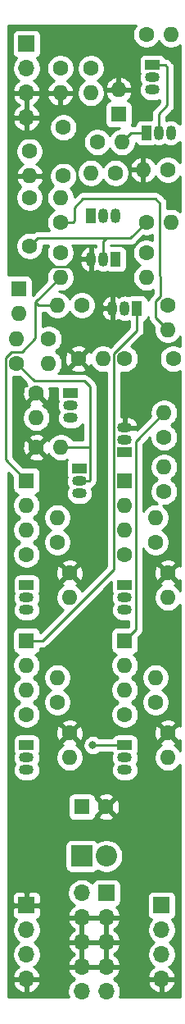
<source format=gtl>
G04 #@! TF.GenerationSoftware,KiCad,Pcbnew,(5.1.9)-1*
G04 #@! TF.CreationDate,2022-06-14T08:32:34+02:00*
G04 #@! TF.ProjectId,Manual Gate Main,4d616e75-616c-4204-9761-7465204d6169,rev?*
G04 #@! TF.SameCoordinates,Original*
G04 #@! TF.FileFunction,Copper,L1,Top*
G04 #@! TF.FilePolarity,Positive*
%FSLAX46Y46*%
G04 Gerber Fmt 4.6, Leading zero omitted, Abs format (unit mm)*
G04 Created by KiCad (PCBNEW (5.1.9)-1) date 2022-06-14 08:32:34*
%MOMM*%
%LPD*%
G01*
G04 APERTURE LIST*
G04 #@! TA.AperFunction,ComponentPad*
%ADD10O,1.600000X1.600000*%
G04 #@! TD*
G04 #@! TA.AperFunction,ComponentPad*
%ADD11C,1.600000*%
G04 #@! TD*
G04 #@! TA.AperFunction,ComponentPad*
%ADD12R,1.600000X1.600000*%
G04 #@! TD*
G04 #@! TA.AperFunction,ComponentPad*
%ADD13O,2.200000X2.200000*%
G04 #@! TD*
G04 #@! TA.AperFunction,ComponentPad*
%ADD14R,2.200000X2.200000*%
G04 #@! TD*
G04 #@! TA.AperFunction,ComponentPad*
%ADD15O,1.700000X1.700000*%
G04 #@! TD*
G04 #@! TA.AperFunction,ComponentPad*
%ADD16R,1.700000X1.700000*%
G04 #@! TD*
G04 #@! TA.AperFunction,ComponentPad*
%ADD17R,1.050000X1.500000*%
G04 #@! TD*
G04 #@! TA.AperFunction,ComponentPad*
%ADD18O,1.050000X1.500000*%
G04 #@! TD*
G04 #@! TA.AperFunction,ComponentPad*
%ADD19R,1.500000X1.050000*%
G04 #@! TD*
G04 #@! TA.AperFunction,ComponentPad*
%ADD20O,1.500000X1.050000*%
G04 #@! TD*
G04 #@! TA.AperFunction,ViaPad*
%ADD21C,0.800000*%
G04 #@! TD*
G04 #@! TA.AperFunction,Conductor*
%ADD22C,0.250000*%
G04 #@! TD*
G04 #@! TA.AperFunction,Conductor*
%ADD23C,0.254000*%
G04 #@! TD*
G04 #@! TA.AperFunction,Conductor*
%ADD24C,0.100000*%
G04 #@! TD*
G04 APERTURE END LIST*
D10*
G04 #@! TO.P,R1,2*
G04 #@! TO.N,+12V*
X4826000Y-35560000D03*
D11*
G04 #@! TO.P,R1,1*
G04 #@! TO.N,Net-(C2-Pad1)*
X4826000Y-33020000D03*
G04 #@! TD*
D10*
G04 #@! TO.P,D12,2*
G04 #@! TO.N,GND*
X12065000Y-7302500D03*
D12*
G04 #@! TO.P,D12,1*
G04 #@! TO.N,Net-(D12-Pad1)*
X12065000Y-9842500D03*
G04 #@! TD*
D10*
G04 #@! TO.P,D9,2*
G04 #@! TO.N,Net-(D9-Pad2)*
X12700000Y-50165000D03*
D12*
G04 #@! TO.P,D9,1*
G04 #@! TO.N,Net-(D9-Pad1)*
X12700000Y-47625000D03*
G04 #@! TD*
D10*
G04 #@! TO.P,D8,2*
G04 #@! TO.N,Net-(D8-Pad2)*
X12700000Y-66675000D03*
D12*
G04 #@! TO.P,D8,1*
G04 #@! TO.N,Ping*
X12700000Y-64135000D03*
G04 #@! TD*
D10*
G04 #@! TO.P,D5,2*
G04 #@! TO.N,Net-(D5-Pad2)*
X2540000Y-50165000D03*
D12*
G04 #@! TO.P,D5,1*
G04 #@! TO.N,Qquer*
X2540000Y-47625000D03*
G04 #@! TD*
D10*
G04 #@! TO.P,D2,2*
G04 #@! TO.N,Net-(D2-Pad2)*
X1700000Y-30340000D03*
D12*
G04 #@! TO.P,D2,1*
G04 #@! TO.N,Net-(D2-Pad1)*
X1700000Y-27800000D03*
G04 #@! TD*
D10*
G04 #@! TO.P,D1,2*
G04 #@! TO.N,Net-(D1-Pad2)*
X2540000Y-66675000D03*
D12*
G04 #@! TO.P,D1,1*
G04 #@! TO.N,Q*
X2540000Y-64135000D03*
G04 #@! TD*
D13*
G04 #@! TO.P,D7,2*
G04 #@! TO.N,+12VA*
X10795000Y-86360000D03*
D14*
G04 #@! TO.P,D7,1*
G04 #@! TO.N,+12V*
X8255000Y-86360000D03*
G04 #@! TD*
D10*
G04 #@! TO.P,R43,2*
G04 #@! TO.N,Ping*
X12382500Y-12700000D03*
D11*
G04 #@! TO.P,R43,1*
G04 #@! TO.N,+12V*
X9842500Y-12700000D03*
G04 #@! TD*
D10*
G04 #@! TO.P,R42,2*
G04 #@! TO.N,GND*
X14605000Y-15557500D03*
D11*
G04 #@! TO.P,R42,1*
G04 #@! TO.N,Net-(Q11-Pad3)*
X17145000Y-15557500D03*
G04 #@! TD*
D10*
G04 #@! TO.P,R41,2*
G04 #@! TO.N,Net-(Q11-Pad1)*
X17462500Y-1587500D03*
D11*
G04 #@! TO.P,R41,1*
G04 #@! TO.N,+12V*
X14922500Y-1587500D03*
G04 #@! TD*
D10*
G04 #@! TO.P,R40,2*
G04 #@! TO.N,Net-(D12-Pad1)*
X9207500Y-7620000D03*
D11*
G04 #@! TO.P,R40,1*
G04 #@! TO.N,In_Pin*
X9207500Y-5080000D03*
G04 #@! TD*
D10*
G04 #@! TO.P,R39,2*
G04 #@! TO.N,GND*
X6032500Y-7620000D03*
D11*
G04 #@! TO.P,R39,1*
G04 #@! TO.N,In_Pin*
X6032500Y-5080000D03*
G04 #@! TD*
D10*
G04 #@! TO.P,R36,2*
G04 #@! TO.N,Net-(Q10-Pad2)*
X17145000Y-59690000D03*
D11*
G04 #@! TO.P,R36,1*
G04 #@! TO.N,GND*
X17145000Y-57150000D03*
G04 #@! TD*
D10*
G04 #@! TO.P,R35,2*
G04 #@! TO.N,Net-(D9-Pad2)*
X15875000Y-51435000D03*
D11*
G04 #@! TO.P,R35,1*
G04 #@! TO.N,Net-(Q10-Pad2)*
X15875000Y-53975000D03*
G04 #@! TD*
D10*
G04 #@! TO.P,R33,2*
G04 #@! TO.N,Net-(D9-Pad2)*
X12700000Y-52705000D03*
D11*
G04 #@! TO.P,R33,1*
G04 #@! TO.N,+12V*
X12700000Y-55245000D03*
G04 #@! TD*
D10*
G04 #@! TO.P,R31,2*
G04 #@! TO.N,Net-(D9-Pad1)*
X16764000Y-46228000D03*
D11*
G04 #@! TO.P,R31,1*
G04 #@! TO.N,+12V*
X16764000Y-48768000D03*
G04 #@! TD*
D10*
G04 #@! TO.P,R30,2*
G04 #@! TO.N,Net-(Q9-Pad2)*
X17145000Y-76200000D03*
D11*
G04 #@! TO.P,R30,1*
G04 #@! TO.N,GND*
X17145000Y-73660000D03*
G04 #@! TD*
D10*
G04 #@! TO.P,R29,2*
G04 #@! TO.N,Net-(D8-Pad2)*
X15875000Y-67945000D03*
D11*
G04 #@! TO.P,R29,1*
G04 #@! TO.N,Net-(Q9-Pad2)*
X15875000Y-70485000D03*
G04 #@! TD*
D10*
G04 #@! TO.P,R28,2*
G04 #@! TO.N,Ping*
X16764000Y-40640000D03*
D11*
G04 #@! TO.P,R28,1*
G04 #@! TO.N,Net-(Q8-Pad2)*
X16764000Y-43180000D03*
G04 #@! TD*
D10*
G04 #@! TO.P,R27,2*
G04 #@! TO.N,Net-(D8-Pad2)*
X12700000Y-69215000D03*
D11*
G04 #@! TO.P,R27,1*
G04 #@! TO.N,+12V*
X12700000Y-71755000D03*
G04 #@! TD*
D10*
G04 #@! TO.P,R25,2*
G04 #@! TO.N,Net-(C4-Pad1)*
X17145000Y-32067500D03*
D11*
G04 #@! TO.P,R25,1*
G04 #@! TO.N,Q*
X17145000Y-29527500D03*
G04 #@! TD*
D10*
G04 #@! TO.P,R23,2*
G04 #@! TO.N,Q*
X14922500Y-26670000D03*
D11*
G04 #@! TO.P,R23,1*
G04 #@! TO.N,+12V*
X14922500Y-24130000D03*
G04 #@! TD*
D10*
G04 #@! TO.P,R22,2*
G04 #@! TO.N,Net-(Q7-Pad2)*
X6985000Y-59690000D03*
D11*
G04 #@! TO.P,R22,1*
G04 #@! TO.N,GND*
X6985000Y-57150000D03*
G04 #@! TD*
D10*
G04 #@! TO.P,R21,2*
G04 #@! TO.N,Net-(D5-Pad2)*
X5715000Y-51435000D03*
D11*
G04 #@! TO.P,R21,1*
G04 #@! TO.N,Net-(Q7-Pad2)*
X5715000Y-53975000D03*
G04 #@! TD*
D10*
G04 #@! TO.P,R20,2*
G04 #@! TO.N,Q*
X17462500Y-20955000D03*
D11*
G04 #@! TO.P,R20,1*
G04 #@! TO.N,Net-(C4-Pad2)*
X14922500Y-20955000D03*
G04 #@! TD*
D10*
G04 #@! TO.P,R19,2*
G04 #@! TO.N,Net-(D5-Pad2)*
X2540000Y-52705000D03*
D11*
G04 #@! TO.P,R19,1*
G04 #@! TO.N,+12V*
X2540000Y-55245000D03*
G04 #@! TD*
D10*
G04 #@! TO.P,R18,2*
G04 #@! TO.N,Net-(Q2-Pad1)*
X6032500Y-18415000D03*
D11*
G04 #@! TO.P,R18,1*
G04 #@! TO.N,Net-(C4-Pad1)*
X6032500Y-20955000D03*
G04 #@! TD*
D10*
G04 #@! TO.P,R17,2*
G04 #@! TO.N,Qquer*
X5715000Y-29527500D03*
D11*
G04 #@! TO.P,R17,1*
G04 #@! TO.N,Net-(Q6-Pad2)*
X8255000Y-29527500D03*
G04 #@! TD*
D10*
G04 #@! TO.P,R16,2*
G04 #@! TO.N,Qquer*
X6032500Y-26670000D03*
D11*
G04 #@! TO.P,R16,1*
G04 #@! TO.N,+12V*
X6032500Y-24130000D03*
G04 #@! TD*
D10*
G04 #@! TO.P,R11,2*
G04 #@! TO.N,Net-(Q4-Pad2)*
X6096000Y-44196000D03*
D11*
G04 #@! TO.P,R11,1*
G04 #@! TO.N,GND*
X3556000Y-44196000D03*
G04 #@! TD*
D10*
G04 #@! TO.P,R10,2*
G04 #@! TO.N,Net-(D2-Pad2)*
X1500000Y-32960000D03*
D11*
G04 #@! TO.P,R10,1*
G04 #@! TO.N,Net-(Q4-Pad2)*
X1500000Y-35500000D03*
G04 #@! TD*
D10*
G04 #@! TO.P,R9,2*
G04 #@! TO.N,Net-(Q3-Pad2)*
X6985000Y-76200000D03*
D11*
G04 #@! TO.P,R9,1*
G04 #@! TO.N,GND*
X6985000Y-73660000D03*
G04 #@! TD*
D10*
G04 #@! TO.P,R8,2*
G04 #@! TO.N,GND*
X2857500Y-16192500D03*
D11*
G04 #@! TO.P,R8,1*
G04 #@! TO.N,Net-(C3-Pad1)*
X2857500Y-13652500D03*
G04 #@! TD*
D10*
G04 #@! TO.P,R6,2*
G04 #@! TO.N,Net-(D1-Pad2)*
X5715000Y-67945000D03*
D11*
G04 #@! TO.P,R6,1*
G04 #@! TO.N,Net-(Q3-Pad2)*
X5715000Y-70485000D03*
G04 #@! TD*
D10*
G04 #@! TO.P,R5,2*
G04 #@! TO.N,Net-(D1-Pad2)*
X2540000Y-69215000D03*
D11*
G04 #@! TO.P,R5,1*
G04 #@! TO.N,+12V*
X2540000Y-71755000D03*
G04 #@! TD*
D10*
G04 #@! TO.P,R4,2*
G04 #@! TO.N,Net-(D2-Pad1)*
X3556000Y-41148000D03*
D11*
G04 #@! TO.P,R4,1*
G04 #@! TO.N,GND*
X3556000Y-38608000D03*
G04 #@! TD*
D10*
G04 #@! TO.P,R3,2*
G04 #@! TO.N,Net-(C3-Pad2)*
X9207500Y-15875000D03*
D11*
G04 #@! TO.P,R3,1*
G04 #@! TO.N,Ping*
X11747500Y-15875000D03*
G04 #@! TD*
D10*
G04 #@! TO.P,R2,2*
G04 #@! TO.N,Net-(C2-Pad1)*
X10440000Y-35052000D03*
D11*
G04 #@! TO.P,R2,1*
G04 #@! TO.N,GND*
X7900000Y-35052000D03*
G04 #@! TD*
D15*
G04 #@! TO.P,J10,4*
G04 #@! TO.N,GND*
X16510000Y-99060000D03*
G04 #@! TO.P,J10,3*
G04 #@! TO.N,Trigger_Pin*
X16510000Y-96520000D03*
G04 #@! TO.P,J10,2*
G04 #@! TO.N,Gateq_Pin*
X16510000Y-93980000D03*
D16*
G04 #@! TO.P,J10,1*
G04 #@! TO.N,Gate_Pin*
X16510000Y-91440000D03*
G04 #@! TD*
D15*
G04 #@! TO.P,J9,4*
G04 #@! TO.N,GND*
X2540000Y-99060000D03*
G04 #@! TO.P,J9,3*
G04 #@! TO.N,Qq_Pin*
X2540000Y-96520000D03*
G04 #@! TO.P,J9,2*
G04 #@! TO.N,Q_Pin*
X2540000Y-93980000D03*
D16*
G04 #@! TO.P,J9,1*
G04 #@! TO.N,GND*
X2540000Y-91440000D03*
G04 #@! TD*
D15*
G04 #@! TO.P,J8,4*
G04 #@! TO.N,GND*
X2540000Y-10160000D03*
G04 #@! TO.P,J8,3*
X2540000Y-7620000D03*
G04 #@! TO.P,J8,2*
G04 #@! TO.N,In_Pin*
X2540000Y-5080000D03*
D16*
G04 #@! TO.P,J8,1*
G04 #@! TO.N,+12V*
X2540000Y-2540000D03*
G04 #@! TD*
D17*
G04 #@! TO.P,Q12,1*
G04 #@! TO.N,Ping*
X14922500Y-11747500D03*
D18*
G04 #@! TO.P,Q12,3*
G04 #@! TO.N,Net-(Q11-Pad3)*
X17462500Y-11747500D03*
G04 #@! TO.P,Q12,2*
G04 #@! TO.N,Net-(Q11-Pad1)*
X16192500Y-11747500D03*
G04 #@! TD*
D19*
G04 #@! TO.P,Q11,1*
G04 #@! TO.N,Net-(Q11-Pad1)*
X15557500Y-4762500D03*
D20*
G04 #@! TO.P,Q11,3*
G04 #@! TO.N,Net-(Q11-Pad3)*
X15557500Y-7302500D03*
G04 #@! TO.P,Q11,2*
G04 #@! TO.N,Net-(D12-Pad1)*
X15557500Y-6032500D03*
G04 #@! TD*
D19*
G04 #@! TO.P,Q10,1*
G04 #@! TO.N,+12V*
X12700000Y-58420000D03*
D20*
G04 #@! TO.P,Q10,3*
G04 #@! TO.N,Gateq_Pin*
X12700000Y-60960000D03*
G04 #@! TO.P,Q10,2*
G04 #@! TO.N,Net-(Q10-Pad2)*
X12700000Y-59690000D03*
G04 #@! TD*
D19*
G04 #@! TO.P,Q9,1*
G04 #@! TO.N,+12V*
X12700000Y-74930000D03*
D20*
G04 #@! TO.P,Q9,3*
G04 #@! TO.N,Gate_Pin*
X12700000Y-77470000D03*
G04 #@! TO.P,Q9,2*
G04 #@! TO.N,Net-(Q9-Pad2)*
X12700000Y-76200000D03*
G04 #@! TD*
D19*
G04 #@! TO.P,Q8,1*
G04 #@! TO.N,Net-(D9-Pad1)*
X12700000Y-44704000D03*
D20*
G04 #@! TO.P,Q8,3*
G04 #@! TO.N,GND*
X12700000Y-42164000D03*
G04 #@! TO.P,Q8,2*
G04 #@! TO.N,Net-(Q8-Pad2)*
X12700000Y-43434000D03*
G04 #@! TD*
D19*
G04 #@! TO.P,Q7,1*
G04 #@! TO.N,+12V*
X2540000Y-58420000D03*
D20*
G04 #@! TO.P,Q7,3*
G04 #@! TO.N,Qq_Pin*
X2540000Y-60960000D03*
G04 #@! TO.P,Q7,2*
G04 #@! TO.N,Net-(Q7-Pad2)*
X2540000Y-59690000D03*
G04 #@! TD*
D17*
G04 #@! TO.P,Q6,1*
G04 #@! TO.N,Q*
X13970000Y-29845000D03*
D18*
G04 #@! TO.P,Q6,3*
G04 #@! TO.N,GND*
X11430000Y-29845000D03*
G04 #@! TO.P,Q6,2*
G04 #@! TO.N,Net-(Q6-Pad2)*
X12700000Y-29845000D03*
G04 #@! TD*
D17*
G04 #@! TO.P,Q5,1*
G04 #@! TO.N,Qquer*
X11747500Y-24765000D03*
D18*
G04 #@! TO.P,Q5,3*
G04 #@! TO.N,GND*
X9207500Y-24765000D03*
G04 #@! TO.P,Q5,2*
G04 #@! TO.N,Net-(C4-Pad2)*
X10477500Y-24765000D03*
G04 #@! TD*
D19*
G04 #@! TO.P,Q4,1*
G04 #@! TO.N,+12V*
X8000000Y-46400000D03*
D20*
G04 #@! TO.P,Q4,3*
G04 #@! TO.N,Trigger_Pin*
X8000000Y-48940000D03*
G04 #@! TO.P,Q4,2*
G04 #@! TO.N,Net-(Q4-Pad2)*
X8000000Y-47670000D03*
G04 #@! TD*
D19*
G04 #@! TO.P,Q3,1*
G04 #@! TO.N,+12V*
X2540000Y-74930000D03*
D20*
G04 #@! TO.P,Q3,3*
G04 #@! TO.N,Q_Pin*
X2540000Y-77470000D03*
G04 #@! TO.P,Q3,2*
G04 #@! TO.N,Net-(Q3-Pad2)*
X2540000Y-76200000D03*
G04 #@! TD*
D17*
G04 #@! TO.P,Q2,1*
G04 #@! TO.N,Net-(Q2-Pad1)*
X9207500Y-20320000D03*
D18*
G04 #@! TO.P,Q2,3*
G04 #@! TO.N,Qquer*
X11747500Y-20320000D03*
G04 #@! TO.P,Q2,2*
G04 #@! TO.N,Net-(C3-Pad1)*
X10477500Y-20320000D03*
G04 #@! TD*
D19*
G04 #@! TO.P,Q1,1*
G04 #@! TO.N,+12V*
X7112000Y-38608000D03*
D20*
G04 #@! TO.P,Q1,3*
G04 #@! TO.N,Net-(D2-Pad1)*
X7112000Y-41148000D03*
G04 #@! TO.P,Q1,2*
G04 #@! TO.N,Net-(C2-Pad1)*
X7112000Y-39878000D03*
G04 #@! TD*
D15*
G04 #@! TO.P,J3,-12V*
G04 #@! TO.N,-12VA*
X8255000Y-100330000D03*
X10795000Y-100330000D03*
G04 #@! TO.P,J3,GND*
G04 #@! TO.N,GND*
X8255000Y-97790000D03*
X10795000Y-97790000D03*
X8255000Y-95250000D03*
X10795000Y-95250000D03*
X8255000Y-92710000D03*
X10795000Y-92710000D03*
G04 #@! TO.P,J3,+12V*
G04 #@! TO.N,+12VA*
X8255000Y-90170000D03*
D16*
X10795000Y-90170000D03*
G04 #@! TD*
D11*
G04 #@! TO.P,C5,2*
G04 #@! TO.N,GND*
X10755000Y-81280000D03*
D12*
G04 #@! TO.P,C5,1*
G04 #@! TO.N,+12V*
X8255000Y-81280000D03*
G04 #@! TD*
D11*
G04 #@! TO.P,C4,2*
G04 #@! TO.N,Net-(C4-Pad2)*
X2857500Y-23415000D03*
G04 #@! TO.P,C4,1*
G04 #@! TO.N,Net-(C4-Pad1)*
X2857500Y-18415000D03*
G04 #@! TD*
G04 #@! TO.P,C3,2*
G04 #@! TO.N,Net-(C3-Pad2)*
X6350000Y-11192500D03*
G04 #@! TO.P,C3,1*
G04 #@! TO.N,Net-(C3-Pad1)*
X6350000Y-16192500D03*
G04 #@! TD*
G04 #@! TO.P,C2,2*
G04 #@! TO.N,Ping*
X17700000Y-35052000D03*
G04 #@! TO.P,C2,1*
G04 #@! TO.N,Net-(C2-Pad1)*
X12700000Y-35052000D03*
G04 #@! TD*
D21*
G04 #@! TO.N,+12V*
X9398000Y-74930000D03*
G04 #@! TO.N,GND*
X3048000Y-25527000D03*
X7620000Y-25527000D03*
G04 #@! TD*
D22*
G04 #@! TO.N,+12V*
X12700000Y-74930000D02*
X9398000Y-74930000D01*
X9398000Y-74930000D02*
X9398000Y-74930000D01*
G04 #@! TO.N,Net-(C4-Pad2)*
X13271500Y-22606000D02*
X14922500Y-20955000D01*
X10795000Y-22606000D02*
X13271500Y-22606000D01*
X10477500Y-22923500D02*
X10795000Y-22606000D01*
X10477500Y-24765000D02*
X10477500Y-22923500D01*
X3666500Y-22606000D02*
X2857500Y-23415000D01*
X10795000Y-22606000D02*
X3666500Y-22606000D01*
G04 #@! TO.N,Net-(C4-Pad1)*
X6032500Y-20955000D02*
X7366000Y-20955000D01*
X7366000Y-20955000D02*
X7493000Y-20828000D01*
X7493000Y-20828000D02*
X7493000Y-19431000D01*
X7493000Y-19431000D02*
X8382000Y-18542000D01*
X8382000Y-18542000D02*
X15875000Y-18542000D01*
X16337499Y-19004499D02*
X16337499Y-26497499D01*
X15875000Y-18542000D02*
X16337499Y-19004499D01*
X16383000Y-28624498D02*
X15875000Y-29132498D01*
X16383000Y-26543000D02*
X16383000Y-28624498D01*
X16337499Y-26497499D02*
X16383000Y-26543000D01*
X15875000Y-30797500D02*
X17145000Y-32067500D01*
X15875000Y-29132498D02*
X15875000Y-30797500D01*
G04 #@! TO.N,GND*
X3048000Y-25527000D02*
X7620000Y-25527000D01*
G04 #@! TO.N,Q*
X4205002Y-64135000D02*
X2540000Y-64135000D01*
X11574999Y-56765003D02*
X4205002Y-64135000D01*
X11574999Y-34511999D02*
X11574999Y-56765003D01*
X13970000Y-32116998D02*
X11574999Y-34511999D01*
X13970000Y-29845000D02*
X13970000Y-32116998D01*
G04 #@! TO.N,Qquer*
X959999Y-34374999D02*
X374999Y-34959999D01*
X374999Y-45459999D02*
X2540000Y-47625000D01*
X2040001Y-34374999D02*
X959999Y-34374999D01*
X374999Y-34959999D02*
X374999Y-45459999D01*
X3474999Y-32940001D02*
X2040001Y-34374999D01*
X3474999Y-29227501D02*
X3474999Y-32940001D01*
X6032500Y-26670000D02*
X3474999Y-29227501D01*
X3774998Y-29527500D02*
X3474999Y-29227501D01*
X5715000Y-29527500D02*
X3774998Y-29527500D01*
G04 #@! TO.N,Net-(Q4-Pad2)*
X1500000Y-35500000D02*
X3338000Y-37338000D01*
X3338000Y-37338000D02*
X8509000Y-37338000D01*
X9000000Y-47670000D02*
X8000000Y-47670000D01*
X9075001Y-47594999D02*
X9000000Y-47670000D01*
X8509000Y-37338000D02*
X9075001Y-37904001D01*
X9006002Y-44196000D02*
X9075001Y-44127001D01*
X6096000Y-44196000D02*
X9006002Y-44196000D01*
X9075001Y-44127001D02*
X9075001Y-47594999D01*
X9075001Y-37904001D02*
X9075001Y-44127001D01*
G04 #@! TO.N,Net-(Q11-Pad1)*
X16192500Y-9807500D02*
X16192500Y-11747500D01*
X17100000Y-8900000D02*
X16192500Y-9807500D01*
X17100000Y-5000000D02*
X17100000Y-8900000D01*
X16862500Y-4762500D02*
X17100000Y-5000000D01*
X15557500Y-4762500D02*
X16862500Y-4762500D01*
G04 #@! TO.N,Ping*
X13335000Y-11747500D02*
X12382500Y-12700000D01*
X14922500Y-11747500D02*
X13335000Y-11747500D01*
X13825001Y-43578999D02*
X13825001Y-63009999D01*
X13825001Y-63009999D02*
X12700000Y-64135000D01*
X16764000Y-40640000D02*
X13825001Y-43578999D01*
G04 #@! TD*
D23*
G04 #@! TO.N,GND*
X15577500Y-22848078D02*
X15341074Y-22750147D01*
X15063835Y-22695000D01*
X14781165Y-22695000D01*
X14503926Y-22750147D01*
X14242773Y-22858320D01*
X14007741Y-23015363D01*
X13807863Y-23215241D01*
X13650820Y-23450273D01*
X13542647Y-23711426D01*
X13487500Y-23988665D01*
X13487500Y-24271335D01*
X13542647Y-24548574D01*
X13650820Y-24809727D01*
X13807863Y-25044759D01*
X14007741Y-25244637D01*
X14240259Y-25400000D01*
X14007741Y-25555363D01*
X13807863Y-25755241D01*
X13650820Y-25990273D01*
X13542647Y-26251426D01*
X13487500Y-26528665D01*
X13487500Y-26811335D01*
X13542647Y-27088574D01*
X13650820Y-27349727D01*
X13807863Y-27584759D01*
X14007741Y-27784637D01*
X14242773Y-27941680D01*
X14503926Y-28049853D01*
X14781165Y-28105000D01*
X15063835Y-28105000D01*
X15341074Y-28049853D01*
X15602227Y-27941680D01*
X15623001Y-27927800D01*
X15623001Y-28309696D01*
X15364002Y-28568695D01*
X15334999Y-28592497D01*
X15292884Y-28643815D01*
X15240026Y-28708222D01*
X15189245Y-28803226D01*
X15169454Y-28840252D01*
X15125997Y-28983513D01*
X15124044Y-29003338D01*
X15120812Y-28970518D01*
X15084502Y-28850820D01*
X15025537Y-28740506D01*
X14946185Y-28643815D01*
X14849494Y-28564463D01*
X14739180Y-28505498D01*
X14619482Y-28469188D01*
X14495000Y-28456928D01*
X13445000Y-28456928D01*
X13320518Y-28469188D01*
X13200820Y-28505498D01*
X13136098Y-28540093D01*
X12927400Y-28476785D01*
X12700000Y-28454388D01*
X12472601Y-28476785D01*
X12253941Y-28543115D01*
X12065331Y-28643929D01*
X12006882Y-28602725D01*
X11797337Y-28509728D01*
X11735810Y-28501036D01*
X11557000Y-28626837D01*
X11557000Y-29391891D01*
X11556785Y-29392600D01*
X11540000Y-29563021D01*
X11540000Y-30126978D01*
X11556785Y-30297399D01*
X11557000Y-30298108D01*
X11557000Y-31063163D01*
X11735810Y-31188964D01*
X11797337Y-31180272D01*
X12006882Y-31087275D01*
X12065331Y-31046071D01*
X12253940Y-31146885D01*
X12472600Y-31213215D01*
X12700000Y-31235612D01*
X12927399Y-31213215D01*
X13136098Y-31149907D01*
X13200820Y-31184502D01*
X13210001Y-31187287D01*
X13210001Y-31802195D01*
X11186956Y-33825241D01*
X11119727Y-33780320D01*
X10858574Y-33672147D01*
X10581335Y-33617000D01*
X10298665Y-33617000D01*
X10021426Y-33672147D01*
X9760273Y-33780320D01*
X9525241Y-33937363D01*
X9325363Y-34137241D01*
X9169085Y-34371128D01*
X9136671Y-34310486D01*
X8892702Y-34238903D01*
X8079605Y-35052000D01*
X8892702Y-35865097D01*
X9136671Y-35793514D01*
X9167194Y-35729008D01*
X9168320Y-35731727D01*
X9325363Y-35966759D01*
X9525241Y-36166637D01*
X9760273Y-36323680D01*
X10021426Y-36431853D01*
X10298665Y-36487000D01*
X10581335Y-36487000D01*
X10814999Y-36440521D01*
X10815000Y-56450200D01*
X8255978Y-59009222D01*
X8099637Y-58775241D01*
X7899759Y-58575363D01*
X7665872Y-58419085D01*
X7726514Y-58386671D01*
X7798097Y-58142702D01*
X6985000Y-57329605D01*
X6171903Y-58142702D01*
X6243486Y-58386671D01*
X6307992Y-58417194D01*
X6305273Y-58418320D01*
X6070241Y-58575363D01*
X5870363Y-58775241D01*
X5713320Y-59010273D01*
X5605147Y-59271426D01*
X5550000Y-59548665D01*
X5550000Y-59831335D01*
X5605147Y-60108574D01*
X5713320Y-60369727D01*
X5870363Y-60604759D01*
X6070241Y-60804637D01*
X6304223Y-60960978D01*
X3973780Y-63291421D01*
X3965812Y-63210518D01*
X3929502Y-63090820D01*
X3870537Y-62980506D01*
X3791185Y-62883815D01*
X3694494Y-62804463D01*
X3584180Y-62745498D01*
X3464482Y-62709188D01*
X3340000Y-62696928D01*
X1740000Y-62696928D01*
X1615518Y-62709188D01*
X1495820Y-62745498D01*
X1385506Y-62804463D01*
X1288815Y-62883815D01*
X1209463Y-62980506D01*
X1150498Y-63090820D01*
X1114188Y-63210518D01*
X1101928Y-63335000D01*
X1101928Y-64935000D01*
X1114188Y-65059482D01*
X1150498Y-65179180D01*
X1209463Y-65289494D01*
X1288815Y-65386185D01*
X1385506Y-65465537D01*
X1495820Y-65524502D01*
X1615518Y-65560812D01*
X1623961Y-65561643D01*
X1425363Y-65760241D01*
X1268320Y-65995273D01*
X1160147Y-66256426D01*
X1105000Y-66533665D01*
X1105000Y-66816335D01*
X1160147Y-67093574D01*
X1268320Y-67354727D01*
X1425363Y-67589759D01*
X1625241Y-67789637D01*
X1857759Y-67945000D01*
X1625241Y-68100363D01*
X1425363Y-68300241D01*
X1268320Y-68535273D01*
X1160147Y-68796426D01*
X1105000Y-69073665D01*
X1105000Y-69356335D01*
X1160147Y-69633574D01*
X1268320Y-69894727D01*
X1425363Y-70129759D01*
X1625241Y-70329637D01*
X1857759Y-70485000D01*
X1625241Y-70640363D01*
X1425363Y-70840241D01*
X1268320Y-71075273D01*
X1160147Y-71336426D01*
X1105000Y-71613665D01*
X1105000Y-71896335D01*
X1160147Y-72173574D01*
X1268320Y-72434727D01*
X1425363Y-72669759D01*
X1625241Y-72869637D01*
X1860273Y-73026680D01*
X2121426Y-73134853D01*
X2398665Y-73190000D01*
X2681335Y-73190000D01*
X2958574Y-73134853D01*
X3219727Y-73026680D01*
X3454759Y-72869637D01*
X3654637Y-72669759D01*
X3656281Y-72667298D01*
X6171903Y-72667298D01*
X6985000Y-73480395D01*
X7798097Y-72667298D01*
X7726514Y-72423329D01*
X7471004Y-72302429D01*
X7196816Y-72233700D01*
X6914488Y-72219783D01*
X6634870Y-72261213D01*
X6368708Y-72356397D01*
X6243486Y-72423329D01*
X6171903Y-72667298D01*
X3656281Y-72667298D01*
X3811680Y-72434727D01*
X3919853Y-72173574D01*
X3975000Y-71896335D01*
X3975000Y-71613665D01*
X3919853Y-71336426D01*
X3811680Y-71075273D01*
X3654637Y-70840241D01*
X3454759Y-70640363D01*
X3222241Y-70485000D01*
X3454759Y-70329637D01*
X3654637Y-70129759D01*
X3811680Y-69894727D01*
X3919853Y-69633574D01*
X3975000Y-69356335D01*
X3975000Y-69073665D01*
X3919853Y-68796426D01*
X3811680Y-68535273D01*
X3654637Y-68300241D01*
X3454759Y-68100363D01*
X3222241Y-67945000D01*
X3433764Y-67803665D01*
X4280000Y-67803665D01*
X4280000Y-68086335D01*
X4335147Y-68363574D01*
X4443320Y-68624727D01*
X4600363Y-68859759D01*
X4800241Y-69059637D01*
X5032759Y-69215000D01*
X4800241Y-69370363D01*
X4600363Y-69570241D01*
X4443320Y-69805273D01*
X4335147Y-70066426D01*
X4280000Y-70343665D01*
X4280000Y-70626335D01*
X4335147Y-70903574D01*
X4443320Y-71164727D01*
X4600363Y-71399759D01*
X4800241Y-71599637D01*
X5035273Y-71756680D01*
X5296426Y-71864853D01*
X5573665Y-71920000D01*
X5856335Y-71920000D01*
X6133574Y-71864853D01*
X6394727Y-71756680D01*
X6629759Y-71599637D01*
X6829637Y-71399759D01*
X6986680Y-71164727D01*
X7094853Y-70903574D01*
X7150000Y-70626335D01*
X7150000Y-70343665D01*
X7094853Y-70066426D01*
X6986680Y-69805273D01*
X6829637Y-69570241D01*
X6629759Y-69370363D01*
X6397241Y-69215000D01*
X6629759Y-69059637D01*
X6829637Y-68859759D01*
X6986680Y-68624727D01*
X7094853Y-68363574D01*
X7150000Y-68086335D01*
X7150000Y-67803665D01*
X7094853Y-67526426D01*
X6986680Y-67265273D01*
X6829637Y-67030241D01*
X6629759Y-66830363D01*
X6394727Y-66673320D01*
X6133574Y-66565147D01*
X5856335Y-66510000D01*
X5573665Y-66510000D01*
X5296426Y-66565147D01*
X5035273Y-66673320D01*
X4800241Y-66830363D01*
X4600363Y-67030241D01*
X4443320Y-67265273D01*
X4335147Y-67526426D01*
X4280000Y-67803665D01*
X3433764Y-67803665D01*
X3454759Y-67789637D01*
X3654637Y-67589759D01*
X3811680Y-67354727D01*
X3919853Y-67093574D01*
X3975000Y-66816335D01*
X3975000Y-66533665D01*
X3919853Y-66256426D01*
X3811680Y-65995273D01*
X3654637Y-65760241D01*
X3456039Y-65561643D01*
X3464482Y-65560812D01*
X3584180Y-65524502D01*
X3694494Y-65465537D01*
X3791185Y-65386185D01*
X3870537Y-65289494D01*
X3929502Y-65179180D01*
X3965812Y-65059482D01*
X3978072Y-64935000D01*
X3978072Y-64895000D01*
X4167680Y-64895000D01*
X4205002Y-64898676D01*
X4242324Y-64895000D01*
X4242335Y-64895000D01*
X4353988Y-64884003D01*
X4497249Y-64840546D01*
X4629278Y-64769974D01*
X4745003Y-64675001D01*
X4768806Y-64645997D01*
X11311928Y-58102876D01*
X11311928Y-58945000D01*
X11324188Y-59069482D01*
X11360498Y-59189180D01*
X11395093Y-59253902D01*
X11331785Y-59462600D01*
X11309388Y-59690000D01*
X11331785Y-59917400D01*
X11398115Y-60136060D01*
X11499105Y-60325000D01*
X11398115Y-60513940D01*
X11331785Y-60732600D01*
X11309388Y-60960000D01*
X11331785Y-61187400D01*
X11398115Y-61406060D01*
X11505829Y-61607579D01*
X11650788Y-61784212D01*
X11827421Y-61929171D01*
X12028940Y-62036885D01*
X12247600Y-62103215D01*
X12418021Y-62120000D01*
X12981979Y-62120000D01*
X13065002Y-62111823D01*
X13065002Y-62695196D01*
X13063270Y-62696928D01*
X11900000Y-62696928D01*
X11775518Y-62709188D01*
X11655820Y-62745498D01*
X11545506Y-62804463D01*
X11448815Y-62883815D01*
X11369463Y-62980506D01*
X11310498Y-63090820D01*
X11274188Y-63210518D01*
X11261928Y-63335000D01*
X11261928Y-64935000D01*
X11274188Y-65059482D01*
X11310498Y-65179180D01*
X11369463Y-65289494D01*
X11448815Y-65386185D01*
X11545506Y-65465537D01*
X11655820Y-65524502D01*
X11775518Y-65560812D01*
X11783961Y-65561643D01*
X11585363Y-65760241D01*
X11428320Y-65995273D01*
X11320147Y-66256426D01*
X11265000Y-66533665D01*
X11265000Y-66816335D01*
X11320147Y-67093574D01*
X11428320Y-67354727D01*
X11585363Y-67589759D01*
X11785241Y-67789637D01*
X12017759Y-67945000D01*
X11785241Y-68100363D01*
X11585363Y-68300241D01*
X11428320Y-68535273D01*
X11320147Y-68796426D01*
X11265000Y-69073665D01*
X11265000Y-69356335D01*
X11320147Y-69633574D01*
X11428320Y-69894727D01*
X11585363Y-70129759D01*
X11785241Y-70329637D01*
X12017759Y-70485000D01*
X11785241Y-70640363D01*
X11585363Y-70840241D01*
X11428320Y-71075273D01*
X11320147Y-71336426D01*
X11265000Y-71613665D01*
X11265000Y-71896335D01*
X11320147Y-72173574D01*
X11428320Y-72434727D01*
X11585363Y-72669759D01*
X11785241Y-72869637D01*
X12020273Y-73026680D01*
X12281426Y-73134853D01*
X12558665Y-73190000D01*
X12841335Y-73190000D01*
X13118574Y-73134853D01*
X13379727Y-73026680D01*
X13614759Y-72869637D01*
X13814637Y-72669759D01*
X13816281Y-72667298D01*
X16331903Y-72667298D01*
X17145000Y-73480395D01*
X17958097Y-72667298D01*
X17886514Y-72423329D01*
X17631004Y-72302429D01*
X17356816Y-72233700D01*
X17074488Y-72219783D01*
X16794870Y-72261213D01*
X16528708Y-72356397D01*
X16403486Y-72423329D01*
X16331903Y-72667298D01*
X13816281Y-72667298D01*
X13971680Y-72434727D01*
X14079853Y-72173574D01*
X14135000Y-71896335D01*
X14135000Y-71613665D01*
X14079853Y-71336426D01*
X13971680Y-71075273D01*
X13814637Y-70840241D01*
X13614759Y-70640363D01*
X13382241Y-70485000D01*
X13614759Y-70329637D01*
X13814637Y-70129759D01*
X13971680Y-69894727D01*
X14079853Y-69633574D01*
X14135000Y-69356335D01*
X14135000Y-69073665D01*
X14079853Y-68796426D01*
X13971680Y-68535273D01*
X13814637Y-68300241D01*
X13614759Y-68100363D01*
X13382241Y-67945000D01*
X13593764Y-67803665D01*
X14440000Y-67803665D01*
X14440000Y-68086335D01*
X14495147Y-68363574D01*
X14603320Y-68624727D01*
X14760363Y-68859759D01*
X14960241Y-69059637D01*
X15192759Y-69215000D01*
X14960241Y-69370363D01*
X14760363Y-69570241D01*
X14603320Y-69805273D01*
X14495147Y-70066426D01*
X14440000Y-70343665D01*
X14440000Y-70626335D01*
X14495147Y-70903574D01*
X14603320Y-71164727D01*
X14760363Y-71399759D01*
X14960241Y-71599637D01*
X15195273Y-71756680D01*
X15456426Y-71864853D01*
X15733665Y-71920000D01*
X16016335Y-71920000D01*
X16293574Y-71864853D01*
X16554727Y-71756680D01*
X16789759Y-71599637D01*
X16989637Y-71399759D01*
X17146680Y-71164727D01*
X17254853Y-70903574D01*
X17310000Y-70626335D01*
X17310000Y-70343665D01*
X17254853Y-70066426D01*
X17146680Y-69805273D01*
X16989637Y-69570241D01*
X16789759Y-69370363D01*
X16557241Y-69215000D01*
X16789759Y-69059637D01*
X16989637Y-68859759D01*
X17146680Y-68624727D01*
X17254853Y-68363574D01*
X17310000Y-68086335D01*
X17310000Y-67803665D01*
X17254853Y-67526426D01*
X17146680Y-67265273D01*
X16989637Y-67030241D01*
X16789759Y-66830363D01*
X16554727Y-66673320D01*
X16293574Y-66565147D01*
X16016335Y-66510000D01*
X15733665Y-66510000D01*
X15456426Y-66565147D01*
X15195273Y-66673320D01*
X14960241Y-66830363D01*
X14760363Y-67030241D01*
X14603320Y-67265273D01*
X14495147Y-67526426D01*
X14440000Y-67803665D01*
X13593764Y-67803665D01*
X13614759Y-67789637D01*
X13814637Y-67589759D01*
X13971680Y-67354727D01*
X14079853Y-67093574D01*
X14135000Y-66816335D01*
X14135000Y-66533665D01*
X14079853Y-66256426D01*
X13971680Y-65995273D01*
X13814637Y-65760241D01*
X13616039Y-65561643D01*
X13624482Y-65560812D01*
X13744180Y-65524502D01*
X13854494Y-65465537D01*
X13951185Y-65386185D01*
X14030537Y-65289494D01*
X14089502Y-65179180D01*
X14125812Y-65059482D01*
X14138072Y-64935000D01*
X14138072Y-63771730D01*
X14336004Y-63573798D01*
X14365002Y-63550000D01*
X14459975Y-63434275D01*
X14530547Y-63302246D01*
X14574004Y-63158985D01*
X14585001Y-63047332D01*
X14585001Y-63047324D01*
X14588677Y-63009999D01*
X14585001Y-62972674D01*
X14585001Y-57220512D01*
X15704783Y-57220512D01*
X15746213Y-57500130D01*
X15841397Y-57766292D01*
X15908329Y-57891514D01*
X16152298Y-57963097D01*
X16965395Y-57150000D01*
X16152298Y-56336903D01*
X15908329Y-56408486D01*
X15787429Y-56663996D01*
X15718700Y-56938184D01*
X15704783Y-57220512D01*
X14585001Y-57220512D01*
X14585001Y-56157298D01*
X16331903Y-56157298D01*
X17145000Y-56970395D01*
X17958097Y-56157298D01*
X17886514Y-55913329D01*
X17631004Y-55792429D01*
X17356816Y-55723700D01*
X17074488Y-55709783D01*
X16794870Y-55751213D01*
X16528708Y-55846397D01*
X16403486Y-55913329D01*
X16331903Y-56157298D01*
X14585001Y-56157298D01*
X14585001Y-54610501D01*
X14603320Y-54654727D01*
X14760363Y-54889759D01*
X14960241Y-55089637D01*
X15195273Y-55246680D01*
X15456426Y-55354853D01*
X15733665Y-55410000D01*
X16016335Y-55410000D01*
X16293574Y-55354853D01*
X16554727Y-55246680D01*
X16789759Y-55089637D01*
X16989637Y-54889759D01*
X17146680Y-54654727D01*
X17254853Y-54393574D01*
X17310000Y-54116335D01*
X17310000Y-53833665D01*
X17254853Y-53556426D01*
X17146680Y-53295273D01*
X16989637Y-53060241D01*
X16789759Y-52860363D01*
X16557241Y-52705000D01*
X16789759Y-52549637D01*
X16989637Y-52349759D01*
X17146680Y-52114727D01*
X17254853Y-51853574D01*
X17310000Y-51576335D01*
X17310000Y-51293665D01*
X17254853Y-51016426D01*
X17146680Y-50755273D01*
X16989637Y-50520241D01*
X16789759Y-50320363D01*
X16610487Y-50200578D01*
X16622665Y-50203000D01*
X16905335Y-50203000D01*
X17182574Y-50147853D01*
X17443727Y-50039680D01*
X17678759Y-49882637D01*
X17878637Y-49682759D01*
X18035680Y-49447727D01*
X18143853Y-49186574D01*
X18199000Y-48909335D01*
X18199000Y-48626665D01*
X18143853Y-48349426D01*
X18035680Y-48088273D01*
X17878637Y-47853241D01*
X17678759Y-47653363D01*
X17446241Y-47498000D01*
X17678759Y-47342637D01*
X17878637Y-47142759D01*
X18035680Y-46907727D01*
X18143853Y-46646574D01*
X18199000Y-46369335D01*
X18199000Y-46086665D01*
X18143853Y-45809426D01*
X18035680Y-45548273D01*
X17878637Y-45313241D01*
X17678759Y-45113363D01*
X17443727Y-44956320D01*
X17182574Y-44848147D01*
X16905335Y-44793000D01*
X16622665Y-44793000D01*
X16345426Y-44848147D01*
X16084273Y-44956320D01*
X15849241Y-45113363D01*
X15649363Y-45313241D01*
X15492320Y-45548273D01*
X15384147Y-45809426D01*
X15329000Y-46086665D01*
X15329000Y-46369335D01*
X15384147Y-46646574D01*
X15492320Y-46907727D01*
X15649363Y-47142759D01*
X15849241Y-47342637D01*
X16081759Y-47498000D01*
X15849241Y-47653363D01*
X15649363Y-47853241D01*
X15492320Y-48088273D01*
X15384147Y-48349426D01*
X15329000Y-48626665D01*
X15329000Y-48909335D01*
X15384147Y-49186574D01*
X15492320Y-49447727D01*
X15649363Y-49682759D01*
X15849241Y-49882637D01*
X16028513Y-50002422D01*
X16016335Y-50000000D01*
X15733665Y-50000000D01*
X15456426Y-50055147D01*
X15195273Y-50163320D01*
X14960241Y-50320363D01*
X14760363Y-50520241D01*
X14603320Y-50755273D01*
X14585001Y-50799499D01*
X14585001Y-43893800D01*
X15329000Y-43149801D01*
X15329000Y-43321335D01*
X15384147Y-43598574D01*
X15492320Y-43859727D01*
X15649363Y-44094759D01*
X15849241Y-44294637D01*
X16084273Y-44451680D01*
X16345426Y-44559853D01*
X16622665Y-44615000D01*
X16905335Y-44615000D01*
X17182574Y-44559853D01*
X17443727Y-44451680D01*
X17678759Y-44294637D01*
X17878637Y-44094759D01*
X18035680Y-43859727D01*
X18143853Y-43598574D01*
X18199000Y-43321335D01*
X18199000Y-43038665D01*
X18143853Y-42761426D01*
X18035680Y-42500273D01*
X17878637Y-42265241D01*
X17678759Y-42065363D01*
X17446241Y-41910000D01*
X17678759Y-41754637D01*
X17878637Y-41554759D01*
X18035680Y-41319727D01*
X18143853Y-41058574D01*
X18199000Y-40781335D01*
X18199000Y-40498665D01*
X18143853Y-40221426D01*
X18035680Y-39960273D01*
X17878637Y-39725241D01*
X17678759Y-39525363D01*
X17443727Y-39368320D01*
X17182574Y-39260147D01*
X16905335Y-39205000D01*
X16622665Y-39205000D01*
X16345426Y-39260147D01*
X16084273Y-39368320D01*
X15849241Y-39525363D01*
X15649363Y-39725241D01*
X15492320Y-39960273D01*
X15384147Y-40221426D01*
X15329000Y-40498665D01*
X15329000Y-40781335D01*
X15365312Y-40963886D01*
X13967736Y-42361462D01*
X13918163Y-42291000D01*
X13153109Y-42291000D01*
X13152400Y-42290785D01*
X12981979Y-42274000D01*
X12553000Y-42274000D01*
X12553000Y-42037000D01*
X12573000Y-42037000D01*
X12573000Y-41157402D01*
X12827000Y-41157402D01*
X12827000Y-42037000D01*
X13918163Y-42037000D01*
X14043964Y-41858190D01*
X14035272Y-41796663D01*
X13942275Y-41587118D01*
X13810184Y-41399742D01*
X13644076Y-41241736D01*
X13450334Y-41119172D01*
X13236404Y-41036761D01*
X13010507Y-40997669D01*
X12827000Y-41157402D01*
X12573000Y-41157402D01*
X12389493Y-40997669D01*
X12334999Y-41007099D01*
X12334999Y-36442509D01*
X12558665Y-36487000D01*
X12841335Y-36487000D01*
X13118574Y-36431853D01*
X13379727Y-36323680D01*
X13614759Y-36166637D01*
X13814637Y-35966759D01*
X13971680Y-35731727D01*
X14079853Y-35470574D01*
X14135000Y-35193335D01*
X14135000Y-34910665D01*
X14079853Y-34633426D01*
X13971680Y-34372273D01*
X13814637Y-34137241D01*
X13614759Y-33937363D01*
X13380778Y-33781022D01*
X14481003Y-32680797D01*
X14510001Y-32656999D01*
X14555609Y-32601426D01*
X14604974Y-32541275D01*
X14675546Y-32409245D01*
X14696468Y-32340273D01*
X14719003Y-32265984D01*
X14730000Y-32154331D01*
X14730000Y-32154321D01*
X14733676Y-32116998D01*
X14730000Y-32079675D01*
X14730000Y-31187287D01*
X14739180Y-31184502D01*
X14849494Y-31125537D01*
X14946185Y-31046185D01*
X15025537Y-30949494D01*
X15084502Y-30839180D01*
X15115001Y-30738638D01*
X15115001Y-30760168D01*
X15111324Y-30797500D01*
X15115001Y-30834833D01*
X15125998Y-30946486D01*
X15130856Y-30962500D01*
X15169454Y-31089746D01*
X15240026Y-31221776D01*
X15267095Y-31254759D01*
X15335000Y-31337501D01*
X15363998Y-31361299D01*
X15746312Y-31743614D01*
X15710000Y-31926165D01*
X15710000Y-32208835D01*
X15765147Y-32486074D01*
X15873320Y-32747227D01*
X16030363Y-32982259D01*
X16230241Y-33182137D01*
X16465273Y-33339180D01*
X16726426Y-33447353D01*
X17003665Y-33502500D01*
X17286335Y-33502500D01*
X17563574Y-33447353D01*
X17824727Y-33339180D01*
X18059759Y-33182137D01*
X18259637Y-32982259D01*
X18390000Y-32787156D01*
X18390000Y-33787184D01*
X18379727Y-33780320D01*
X18118574Y-33672147D01*
X17841335Y-33617000D01*
X17558665Y-33617000D01*
X17281426Y-33672147D01*
X17020273Y-33780320D01*
X16785241Y-33937363D01*
X16585363Y-34137241D01*
X16428320Y-34372273D01*
X16320147Y-34633426D01*
X16265000Y-34910665D01*
X16265000Y-35193335D01*
X16320147Y-35470574D01*
X16428320Y-35731727D01*
X16585363Y-35966759D01*
X16785241Y-36166637D01*
X17020273Y-36323680D01*
X17281426Y-36431853D01*
X17558665Y-36487000D01*
X17841335Y-36487000D01*
X18118574Y-36431853D01*
X18379727Y-36323680D01*
X18390000Y-36316816D01*
X18390001Y-56424070D01*
X18381671Y-56408486D01*
X18137702Y-56336903D01*
X17324605Y-57150000D01*
X18137702Y-57963097D01*
X18381671Y-57891514D01*
X18390001Y-57873910D01*
X18390001Y-58970344D01*
X18259637Y-58775241D01*
X18059759Y-58575363D01*
X17825872Y-58419085D01*
X17886514Y-58386671D01*
X17958097Y-58142702D01*
X17145000Y-57329605D01*
X16331903Y-58142702D01*
X16403486Y-58386671D01*
X16467992Y-58417194D01*
X16465273Y-58418320D01*
X16230241Y-58575363D01*
X16030363Y-58775241D01*
X15873320Y-59010273D01*
X15765147Y-59271426D01*
X15710000Y-59548665D01*
X15710000Y-59831335D01*
X15765147Y-60108574D01*
X15873320Y-60369727D01*
X16030363Y-60604759D01*
X16230241Y-60804637D01*
X16465273Y-60961680D01*
X16726426Y-61069853D01*
X17003665Y-61125000D01*
X17286335Y-61125000D01*
X17563574Y-61069853D01*
X17824727Y-60961680D01*
X18059759Y-60804637D01*
X18259637Y-60604759D01*
X18390001Y-60409656D01*
X18390001Y-72934070D01*
X18381671Y-72918486D01*
X18137702Y-72846903D01*
X17324605Y-73660000D01*
X18137702Y-74473097D01*
X18381671Y-74401514D01*
X18390001Y-74383910D01*
X18390001Y-75480345D01*
X18259637Y-75285241D01*
X18059759Y-75085363D01*
X17825872Y-74929085D01*
X17886514Y-74896671D01*
X17958097Y-74652702D01*
X17145000Y-73839605D01*
X16331903Y-74652702D01*
X16403486Y-74896671D01*
X16467992Y-74927194D01*
X16465273Y-74928320D01*
X16230241Y-75085363D01*
X16030363Y-75285241D01*
X15873320Y-75520273D01*
X15765147Y-75781426D01*
X15710000Y-76058665D01*
X15710000Y-76341335D01*
X15765147Y-76618574D01*
X15873320Y-76879727D01*
X16030363Y-77114759D01*
X16230241Y-77314637D01*
X16465273Y-77471680D01*
X16726426Y-77579853D01*
X17003665Y-77635000D01*
X17286335Y-77635000D01*
X17563574Y-77579853D01*
X17824727Y-77471680D01*
X18059759Y-77314637D01*
X18259637Y-77114759D01*
X18390001Y-76919655D01*
X18390001Y-100940000D01*
X12149682Y-100940000D01*
X12222932Y-100763158D01*
X12280000Y-100476260D01*
X12280000Y-100183740D01*
X12222932Y-99896842D01*
X12110990Y-99626589D01*
X11970874Y-99416890D01*
X15068524Y-99416890D01*
X15113175Y-99564099D01*
X15238359Y-99826920D01*
X15412412Y-100060269D01*
X15628645Y-100255178D01*
X15878748Y-100404157D01*
X16153109Y-100501481D01*
X16383000Y-100380814D01*
X16383000Y-99187000D01*
X16637000Y-99187000D01*
X16637000Y-100380814D01*
X16866891Y-100501481D01*
X17141252Y-100404157D01*
X17391355Y-100255178D01*
X17607588Y-100060269D01*
X17781641Y-99826920D01*
X17906825Y-99564099D01*
X17951476Y-99416890D01*
X17830155Y-99187000D01*
X16637000Y-99187000D01*
X16383000Y-99187000D01*
X15189845Y-99187000D01*
X15068524Y-99416890D01*
X11970874Y-99416890D01*
X11948475Y-99383368D01*
X11741632Y-99176525D01*
X11559466Y-99054805D01*
X11676355Y-98985178D01*
X11892588Y-98790269D01*
X12066641Y-98556920D01*
X12191825Y-98294099D01*
X12236476Y-98146890D01*
X12115155Y-97917000D01*
X10922000Y-97917000D01*
X10922000Y-97937000D01*
X10668000Y-97937000D01*
X10668000Y-97917000D01*
X8382000Y-97917000D01*
X8382000Y-97937000D01*
X8128000Y-97937000D01*
X8128000Y-97917000D01*
X6934845Y-97917000D01*
X6813524Y-98146890D01*
X6858175Y-98294099D01*
X6983359Y-98556920D01*
X7157412Y-98790269D01*
X7373645Y-98985178D01*
X7490534Y-99054805D01*
X7308368Y-99176525D01*
X7101525Y-99383368D01*
X6939010Y-99626589D01*
X6827068Y-99896842D01*
X6770000Y-100183740D01*
X6770000Y-100476260D01*
X6827068Y-100763158D01*
X6900318Y-100940000D01*
X660000Y-100940000D01*
X660000Y-99416890D01*
X1098524Y-99416890D01*
X1143175Y-99564099D01*
X1268359Y-99826920D01*
X1442412Y-100060269D01*
X1658645Y-100255178D01*
X1908748Y-100404157D01*
X2183109Y-100501481D01*
X2413000Y-100380814D01*
X2413000Y-99187000D01*
X2667000Y-99187000D01*
X2667000Y-100380814D01*
X2896891Y-100501481D01*
X3171252Y-100404157D01*
X3421355Y-100255178D01*
X3637588Y-100060269D01*
X3811641Y-99826920D01*
X3936825Y-99564099D01*
X3981476Y-99416890D01*
X3860155Y-99187000D01*
X2667000Y-99187000D01*
X2413000Y-99187000D01*
X1219845Y-99187000D01*
X1098524Y-99416890D01*
X660000Y-99416890D01*
X660000Y-92290000D01*
X1051928Y-92290000D01*
X1064188Y-92414482D01*
X1100498Y-92534180D01*
X1159463Y-92644494D01*
X1238815Y-92741185D01*
X1335506Y-92820537D01*
X1445820Y-92879502D01*
X1518380Y-92901513D01*
X1386525Y-93033368D01*
X1224010Y-93276589D01*
X1112068Y-93546842D01*
X1055000Y-93833740D01*
X1055000Y-94126260D01*
X1112068Y-94413158D01*
X1224010Y-94683411D01*
X1386525Y-94926632D01*
X1593368Y-95133475D01*
X1767760Y-95250000D01*
X1593368Y-95366525D01*
X1386525Y-95573368D01*
X1224010Y-95816589D01*
X1112068Y-96086842D01*
X1055000Y-96373740D01*
X1055000Y-96666260D01*
X1112068Y-96953158D01*
X1224010Y-97223411D01*
X1386525Y-97466632D01*
X1593368Y-97673475D01*
X1775534Y-97795195D01*
X1658645Y-97864822D01*
X1442412Y-98059731D01*
X1268359Y-98293080D01*
X1143175Y-98555901D01*
X1098524Y-98703110D01*
X1219845Y-98933000D01*
X2413000Y-98933000D01*
X2413000Y-98913000D01*
X2667000Y-98913000D01*
X2667000Y-98933000D01*
X3860155Y-98933000D01*
X3981476Y-98703110D01*
X3936825Y-98555901D01*
X3811641Y-98293080D01*
X3637588Y-98059731D01*
X3421355Y-97864822D01*
X3304466Y-97795195D01*
X3486632Y-97673475D01*
X3693475Y-97466632D01*
X3855990Y-97223411D01*
X3967932Y-96953158D01*
X4025000Y-96666260D01*
X4025000Y-96373740D01*
X3967932Y-96086842D01*
X3855990Y-95816589D01*
X3715874Y-95606890D01*
X6813524Y-95606890D01*
X6858175Y-95754099D01*
X6983359Y-96016920D01*
X7157412Y-96250269D01*
X7373645Y-96445178D01*
X7499255Y-96520000D01*
X7373645Y-96594822D01*
X7157412Y-96789731D01*
X6983359Y-97023080D01*
X6858175Y-97285901D01*
X6813524Y-97433110D01*
X6934845Y-97663000D01*
X8128000Y-97663000D01*
X8128000Y-95377000D01*
X8382000Y-95377000D01*
X8382000Y-97663000D01*
X10668000Y-97663000D01*
X10668000Y-95377000D01*
X10922000Y-95377000D01*
X10922000Y-97663000D01*
X12115155Y-97663000D01*
X12236476Y-97433110D01*
X12191825Y-97285901D01*
X12066641Y-97023080D01*
X11892588Y-96789731D01*
X11676355Y-96594822D01*
X11550745Y-96520000D01*
X11676355Y-96445178D01*
X11892588Y-96250269D01*
X12066641Y-96016920D01*
X12191825Y-95754099D01*
X12236476Y-95606890D01*
X12115155Y-95377000D01*
X10922000Y-95377000D01*
X10668000Y-95377000D01*
X8382000Y-95377000D01*
X8128000Y-95377000D01*
X6934845Y-95377000D01*
X6813524Y-95606890D01*
X3715874Y-95606890D01*
X3693475Y-95573368D01*
X3486632Y-95366525D01*
X3312240Y-95250000D01*
X3486632Y-95133475D01*
X3693475Y-94926632D01*
X3855990Y-94683411D01*
X3967932Y-94413158D01*
X4025000Y-94126260D01*
X4025000Y-93833740D01*
X3967932Y-93546842D01*
X3855990Y-93276589D01*
X3715874Y-93066890D01*
X6813524Y-93066890D01*
X6858175Y-93214099D01*
X6983359Y-93476920D01*
X7157412Y-93710269D01*
X7373645Y-93905178D01*
X7499255Y-93980000D01*
X7373645Y-94054822D01*
X7157412Y-94249731D01*
X6983359Y-94483080D01*
X6858175Y-94745901D01*
X6813524Y-94893110D01*
X6934845Y-95123000D01*
X8128000Y-95123000D01*
X8128000Y-92837000D01*
X8382000Y-92837000D01*
X8382000Y-95123000D01*
X10668000Y-95123000D01*
X10668000Y-92837000D01*
X10922000Y-92837000D01*
X10922000Y-95123000D01*
X12115155Y-95123000D01*
X12236476Y-94893110D01*
X12191825Y-94745901D01*
X12066641Y-94483080D01*
X11892588Y-94249731D01*
X11676355Y-94054822D01*
X11550745Y-93980000D01*
X11676355Y-93905178D01*
X11892588Y-93710269D01*
X12066641Y-93476920D01*
X12191825Y-93214099D01*
X12236476Y-93066890D01*
X12115155Y-92837000D01*
X10922000Y-92837000D01*
X10668000Y-92837000D01*
X8382000Y-92837000D01*
X8128000Y-92837000D01*
X6934845Y-92837000D01*
X6813524Y-93066890D01*
X3715874Y-93066890D01*
X3693475Y-93033368D01*
X3561620Y-92901513D01*
X3634180Y-92879502D01*
X3744494Y-92820537D01*
X3841185Y-92741185D01*
X3920537Y-92644494D01*
X3979502Y-92534180D01*
X4015812Y-92414482D01*
X4028072Y-92290000D01*
X4025000Y-91725750D01*
X3866250Y-91567000D01*
X2667000Y-91567000D01*
X2667000Y-91587000D01*
X2413000Y-91587000D01*
X2413000Y-91567000D01*
X1213750Y-91567000D01*
X1055000Y-91725750D01*
X1051928Y-92290000D01*
X660000Y-92290000D01*
X660000Y-90590000D01*
X1051928Y-90590000D01*
X1055000Y-91154250D01*
X1213750Y-91313000D01*
X2413000Y-91313000D01*
X2413000Y-90113750D01*
X2667000Y-90113750D01*
X2667000Y-91313000D01*
X3866250Y-91313000D01*
X4025000Y-91154250D01*
X4028072Y-90590000D01*
X4015812Y-90465518D01*
X3979502Y-90345820D01*
X3920537Y-90235506D01*
X3841185Y-90138815D01*
X3744494Y-90059463D01*
X3677663Y-90023740D01*
X6770000Y-90023740D01*
X6770000Y-90316260D01*
X6827068Y-90603158D01*
X6939010Y-90873411D01*
X7101525Y-91116632D01*
X7308368Y-91323475D01*
X7490534Y-91445195D01*
X7373645Y-91514822D01*
X7157412Y-91709731D01*
X6983359Y-91943080D01*
X6858175Y-92205901D01*
X6813524Y-92353110D01*
X6934845Y-92583000D01*
X8128000Y-92583000D01*
X8128000Y-92563000D01*
X8382000Y-92563000D01*
X8382000Y-92583000D01*
X10668000Y-92583000D01*
X10668000Y-92563000D01*
X10922000Y-92563000D01*
X10922000Y-92583000D01*
X12115155Y-92583000D01*
X12236476Y-92353110D01*
X12191825Y-92205901D01*
X12066641Y-91943080D01*
X11892588Y-91709731D01*
X11808534Y-91633966D01*
X11889180Y-91609502D01*
X11999494Y-91550537D01*
X12096185Y-91471185D01*
X12175537Y-91374494D01*
X12234502Y-91264180D01*
X12270812Y-91144482D01*
X12283072Y-91020000D01*
X12283072Y-90590000D01*
X15021928Y-90590000D01*
X15021928Y-92290000D01*
X15034188Y-92414482D01*
X15070498Y-92534180D01*
X15129463Y-92644494D01*
X15208815Y-92741185D01*
X15305506Y-92820537D01*
X15415820Y-92879502D01*
X15488380Y-92901513D01*
X15356525Y-93033368D01*
X15194010Y-93276589D01*
X15082068Y-93546842D01*
X15025000Y-93833740D01*
X15025000Y-94126260D01*
X15082068Y-94413158D01*
X15194010Y-94683411D01*
X15356525Y-94926632D01*
X15563368Y-95133475D01*
X15737760Y-95250000D01*
X15563368Y-95366525D01*
X15356525Y-95573368D01*
X15194010Y-95816589D01*
X15082068Y-96086842D01*
X15025000Y-96373740D01*
X15025000Y-96666260D01*
X15082068Y-96953158D01*
X15194010Y-97223411D01*
X15356525Y-97466632D01*
X15563368Y-97673475D01*
X15745534Y-97795195D01*
X15628645Y-97864822D01*
X15412412Y-98059731D01*
X15238359Y-98293080D01*
X15113175Y-98555901D01*
X15068524Y-98703110D01*
X15189845Y-98933000D01*
X16383000Y-98933000D01*
X16383000Y-98913000D01*
X16637000Y-98913000D01*
X16637000Y-98933000D01*
X17830155Y-98933000D01*
X17951476Y-98703110D01*
X17906825Y-98555901D01*
X17781641Y-98293080D01*
X17607588Y-98059731D01*
X17391355Y-97864822D01*
X17274466Y-97795195D01*
X17456632Y-97673475D01*
X17663475Y-97466632D01*
X17825990Y-97223411D01*
X17937932Y-96953158D01*
X17995000Y-96666260D01*
X17995000Y-96373740D01*
X17937932Y-96086842D01*
X17825990Y-95816589D01*
X17663475Y-95573368D01*
X17456632Y-95366525D01*
X17282240Y-95250000D01*
X17456632Y-95133475D01*
X17663475Y-94926632D01*
X17825990Y-94683411D01*
X17937932Y-94413158D01*
X17995000Y-94126260D01*
X17995000Y-93833740D01*
X17937932Y-93546842D01*
X17825990Y-93276589D01*
X17663475Y-93033368D01*
X17531620Y-92901513D01*
X17604180Y-92879502D01*
X17714494Y-92820537D01*
X17811185Y-92741185D01*
X17890537Y-92644494D01*
X17949502Y-92534180D01*
X17985812Y-92414482D01*
X17998072Y-92290000D01*
X17998072Y-90590000D01*
X17985812Y-90465518D01*
X17949502Y-90345820D01*
X17890537Y-90235506D01*
X17811185Y-90138815D01*
X17714494Y-90059463D01*
X17604180Y-90000498D01*
X17484482Y-89964188D01*
X17360000Y-89951928D01*
X15660000Y-89951928D01*
X15535518Y-89964188D01*
X15415820Y-90000498D01*
X15305506Y-90059463D01*
X15208815Y-90138815D01*
X15129463Y-90235506D01*
X15070498Y-90345820D01*
X15034188Y-90465518D01*
X15021928Y-90590000D01*
X12283072Y-90590000D01*
X12283072Y-89320000D01*
X12270812Y-89195518D01*
X12234502Y-89075820D01*
X12175537Y-88965506D01*
X12096185Y-88868815D01*
X11999494Y-88789463D01*
X11889180Y-88730498D01*
X11769482Y-88694188D01*
X11645000Y-88681928D01*
X9945000Y-88681928D01*
X9820518Y-88694188D01*
X9700820Y-88730498D01*
X9590506Y-88789463D01*
X9493815Y-88868815D01*
X9414463Y-88965506D01*
X9355498Y-89075820D01*
X9333487Y-89148380D01*
X9201632Y-89016525D01*
X8958411Y-88854010D01*
X8688158Y-88742068D01*
X8401260Y-88685000D01*
X8108740Y-88685000D01*
X7821842Y-88742068D01*
X7551589Y-88854010D01*
X7308368Y-89016525D01*
X7101525Y-89223368D01*
X6939010Y-89466589D01*
X6827068Y-89736842D01*
X6770000Y-90023740D01*
X3677663Y-90023740D01*
X3634180Y-90000498D01*
X3514482Y-89964188D01*
X3390000Y-89951928D01*
X2825750Y-89955000D01*
X2667000Y-90113750D01*
X2413000Y-90113750D01*
X2254250Y-89955000D01*
X1690000Y-89951928D01*
X1565518Y-89964188D01*
X1445820Y-90000498D01*
X1335506Y-90059463D01*
X1238815Y-90138815D01*
X1159463Y-90235506D01*
X1100498Y-90345820D01*
X1064188Y-90465518D01*
X1051928Y-90590000D01*
X660000Y-90590000D01*
X660000Y-85260000D01*
X6516928Y-85260000D01*
X6516928Y-87460000D01*
X6529188Y-87584482D01*
X6565498Y-87704180D01*
X6624463Y-87814494D01*
X6703815Y-87911185D01*
X6800506Y-87990537D01*
X6910820Y-88049502D01*
X7030518Y-88085812D01*
X7155000Y-88098072D01*
X9355000Y-88098072D01*
X9479482Y-88085812D01*
X9599180Y-88049502D01*
X9709494Y-87990537D01*
X9806185Y-87911185D01*
X9872557Y-87830310D01*
X9973169Y-87897537D01*
X10288919Y-88028325D01*
X10624117Y-88095000D01*
X10965883Y-88095000D01*
X11301081Y-88028325D01*
X11616831Y-87897537D01*
X11900998Y-87707663D01*
X12142663Y-87465998D01*
X12332537Y-87181831D01*
X12463325Y-86866081D01*
X12530000Y-86530883D01*
X12530000Y-86189117D01*
X12463325Y-85853919D01*
X12332537Y-85538169D01*
X12142663Y-85254002D01*
X11900998Y-85012337D01*
X11616831Y-84822463D01*
X11301081Y-84691675D01*
X10965883Y-84625000D01*
X10624117Y-84625000D01*
X10288919Y-84691675D01*
X9973169Y-84822463D01*
X9872557Y-84889690D01*
X9806185Y-84808815D01*
X9709494Y-84729463D01*
X9599180Y-84670498D01*
X9479482Y-84634188D01*
X9355000Y-84621928D01*
X7155000Y-84621928D01*
X7030518Y-84634188D01*
X6910820Y-84670498D01*
X6800506Y-84729463D01*
X6703815Y-84808815D01*
X6624463Y-84905506D01*
X6565498Y-85015820D01*
X6529188Y-85135518D01*
X6516928Y-85260000D01*
X660000Y-85260000D01*
X660000Y-80480000D01*
X6816928Y-80480000D01*
X6816928Y-82080000D01*
X6829188Y-82204482D01*
X6865498Y-82324180D01*
X6924463Y-82434494D01*
X7003815Y-82531185D01*
X7100506Y-82610537D01*
X7210820Y-82669502D01*
X7330518Y-82705812D01*
X7455000Y-82718072D01*
X9055000Y-82718072D01*
X9179482Y-82705812D01*
X9299180Y-82669502D01*
X9409494Y-82610537D01*
X9506185Y-82531185D01*
X9585537Y-82434494D01*
X9644502Y-82324180D01*
X9660117Y-82272702D01*
X9941903Y-82272702D01*
X10013486Y-82516671D01*
X10268996Y-82637571D01*
X10543184Y-82706300D01*
X10825512Y-82720217D01*
X11105130Y-82678787D01*
X11371292Y-82583603D01*
X11496514Y-82516671D01*
X11568097Y-82272702D01*
X10755000Y-81459605D01*
X9941903Y-82272702D01*
X9660117Y-82272702D01*
X9680812Y-82204482D01*
X9693072Y-82080000D01*
X9693072Y-82072785D01*
X9762298Y-82093097D01*
X10575395Y-81280000D01*
X10934605Y-81280000D01*
X11747702Y-82093097D01*
X11991671Y-82021514D01*
X12112571Y-81766004D01*
X12181300Y-81491816D01*
X12195217Y-81209488D01*
X12153787Y-80929870D01*
X12058603Y-80663708D01*
X11991671Y-80538486D01*
X11747702Y-80466903D01*
X10934605Y-81280000D01*
X10575395Y-81280000D01*
X9762298Y-80466903D01*
X9693072Y-80487215D01*
X9693072Y-80480000D01*
X9680812Y-80355518D01*
X9660118Y-80287298D01*
X9941903Y-80287298D01*
X10755000Y-81100395D01*
X11568097Y-80287298D01*
X11496514Y-80043329D01*
X11241004Y-79922429D01*
X10966816Y-79853700D01*
X10684488Y-79839783D01*
X10404870Y-79881213D01*
X10138708Y-79976397D01*
X10013486Y-80043329D01*
X9941903Y-80287298D01*
X9660118Y-80287298D01*
X9644502Y-80235820D01*
X9585537Y-80125506D01*
X9506185Y-80028815D01*
X9409494Y-79949463D01*
X9299180Y-79890498D01*
X9179482Y-79854188D01*
X9055000Y-79841928D01*
X7455000Y-79841928D01*
X7330518Y-79854188D01*
X7210820Y-79890498D01*
X7100506Y-79949463D01*
X7003815Y-80028815D01*
X6924463Y-80125506D01*
X6865498Y-80235820D01*
X6829188Y-80355518D01*
X6816928Y-80480000D01*
X660000Y-80480000D01*
X660000Y-76200000D01*
X1149388Y-76200000D01*
X1171785Y-76427400D01*
X1238115Y-76646060D01*
X1339105Y-76835000D01*
X1238115Y-77023940D01*
X1171785Y-77242600D01*
X1149388Y-77470000D01*
X1171785Y-77697400D01*
X1238115Y-77916060D01*
X1345829Y-78117579D01*
X1490788Y-78294212D01*
X1667421Y-78439171D01*
X1868940Y-78546885D01*
X2087600Y-78613215D01*
X2258021Y-78630000D01*
X2821979Y-78630000D01*
X2992400Y-78613215D01*
X3211060Y-78546885D01*
X3412579Y-78439171D01*
X3589212Y-78294212D01*
X3734171Y-78117579D01*
X3841885Y-77916060D01*
X3908215Y-77697400D01*
X3930612Y-77470000D01*
X3908215Y-77242600D01*
X3841885Y-77023940D01*
X3740895Y-76835000D01*
X3841885Y-76646060D01*
X3908215Y-76427400D01*
X3930612Y-76200000D01*
X3916692Y-76058665D01*
X5550000Y-76058665D01*
X5550000Y-76341335D01*
X5605147Y-76618574D01*
X5713320Y-76879727D01*
X5870363Y-77114759D01*
X6070241Y-77314637D01*
X6305273Y-77471680D01*
X6566426Y-77579853D01*
X6843665Y-77635000D01*
X7126335Y-77635000D01*
X7403574Y-77579853D01*
X7664727Y-77471680D01*
X7899759Y-77314637D01*
X8099637Y-77114759D01*
X8256680Y-76879727D01*
X8364853Y-76618574D01*
X8420000Y-76341335D01*
X8420000Y-76058665D01*
X8364853Y-75781426D01*
X8256680Y-75520273D01*
X8099637Y-75285241D01*
X7899759Y-75085363D01*
X7665872Y-74929085D01*
X7726514Y-74896671D01*
X7746644Y-74828061D01*
X8363000Y-74828061D01*
X8363000Y-75031939D01*
X8402774Y-75231898D01*
X8480795Y-75420256D01*
X8594063Y-75589774D01*
X8738226Y-75733937D01*
X8907744Y-75847205D01*
X9096102Y-75925226D01*
X9296061Y-75965000D01*
X9499939Y-75965000D01*
X9699898Y-75925226D01*
X9888256Y-75847205D01*
X10057774Y-75733937D01*
X10101711Y-75690000D01*
X11357713Y-75690000D01*
X11360498Y-75699180D01*
X11395093Y-75763902D01*
X11331785Y-75972600D01*
X11309388Y-76200000D01*
X11331785Y-76427400D01*
X11398115Y-76646060D01*
X11499105Y-76835000D01*
X11398115Y-77023940D01*
X11331785Y-77242600D01*
X11309388Y-77470000D01*
X11331785Y-77697400D01*
X11398115Y-77916060D01*
X11505829Y-78117579D01*
X11650788Y-78294212D01*
X11827421Y-78439171D01*
X12028940Y-78546885D01*
X12247600Y-78613215D01*
X12418021Y-78630000D01*
X12981979Y-78630000D01*
X13152400Y-78613215D01*
X13371060Y-78546885D01*
X13572579Y-78439171D01*
X13749212Y-78294212D01*
X13894171Y-78117579D01*
X14001885Y-77916060D01*
X14068215Y-77697400D01*
X14090612Y-77470000D01*
X14068215Y-77242600D01*
X14001885Y-77023940D01*
X13900895Y-76835000D01*
X14001885Y-76646060D01*
X14068215Y-76427400D01*
X14090612Y-76200000D01*
X14068215Y-75972600D01*
X14004907Y-75763902D01*
X14039502Y-75699180D01*
X14075812Y-75579482D01*
X14088072Y-75455000D01*
X14088072Y-74405000D01*
X14075812Y-74280518D01*
X14039502Y-74160820D01*
X13980537Y-74050506D01*
X13901185Y-73953815D01*
X13804494Y-73874463D01*
X13694180Y-73815498D01*
X13574482Y-73779188D01*
X13450000Y-73766928D01*
X11950000Y-73766928D01*
X11825518Y-73779188D01*
X11705820Y-73815498D01*
X11595506Y-73874463D01*
X11498815Y-73953815D01*
X11419463Y-74050506D01*
X11360498Y-74160820D01*
X11357713Y-74170000D01*
X10101711Y-74170000D01*
X10057774Y-74126063D01*
X9888256Y-74012795D01*
X9699898Y-73934774D01*
X9499939Y-73895000D01*
X9296061Y-73895000D01*
X9096102Y-73934774D01*
X8907744Y-74012795D01*
X8738226Y-74126063D01*
X8594063Y-74270226D01*
X8480795Y-74439744D01*
X8402774Y-74628102D01*
X8363000Y-74828061D01*
X7746644Y-74828061D01*
X7798097Y-74652702D01*
X6985000Y-73839605D01*
X6171903Y-74652702D01*
X6243486Y-74896671D01*
X6307992Y-74927194D01*
X6305273Y-74928320D01*
X6070241Y-75085363D01*
X5870363Y-75285241D01*
X5713320Y-75520273D01*
X5605147Y-75781426D01*
X5550000Y-76058665D01*
X3916692Y-76058665D01*
X3908215Y-75972600D01*
X3844907Y-75763902D01*
X3879502Y-75699180D01*
X3915812Y-75579482D01*
X3928072Y-75455000D01*
X3928072Y-74405000D01*
X3915812Y-74280518D01*
X3879502Y-74160820D01*
X3820537Y-74050506D01*
X3741185Y-73953815D01*
X3644494Y-73874463D01*
X3534180Y-73815498D01*
X3414482Y-73779188D01*
X3290000Y-73766928D01*
X1790000Y-73766928D01*
X1665518Y-73779188D01*
X1545820Y-73815498D01*
X1435506Y-73874463D01*
X1338815Y-73953815D01*
X1259463Y-74050506D01*
X1200498Y-74160820D01*
X1164188Y-74280518D01*
X1151928Y-74405000D01*
X1151928Y-75455000D01*
X1164188Y-75579482D01*
X1200498Y-75699180D01*
X1235093Y-75763902D01*
X1171785Y-75972600D01*
X1149388Y-76200000D01*
X660000Y-76200000D01*
X660000Y-73730512D01*
X5544783Y-73730512D01*
X5586213Y-74010130D01*
X5681397Y-74276292D01*
X5748329Y-74401514D01*
X5992298Y-74473097D01*
X6805395Y-73660000D01*
X7164605Y-73660000D01*
X7977702Y-74473097D01*
X8221671Y-74401514D01*
X8342571Y-74146004D01*
X8411300Y-73871816D01*
X8418265Y-73730512D01*
X15704783Y-73730512D01*
X15746213Y-74010130D01*
X15841397Y-74276292D01*
X15908329Y-74401514D01*
X16152298Y-74473097D01*
X16965395Y-73660000D01*
X16152298Y-72846903D01*
X15908329Y-72918486D01*
X15787429Y-73173996D01*
X15718700Y-73448184D01*
X15704783Y-73730512D01*
X8418265Y-73730512D01*
X8425217Y-73589488D01*
X8383787Y-73309870D01*
X8288603Y-73043708D01*
X8221671Y-72918486D01*
X7977702Y-72846903D01*
X7164605Y-73660000D01*
X6805395Y-73660000D01*
X5992298Y-72846903D01*
X5748329Y-72918486D01*
X5627429Y-73173996D01*
X5558700Y-73448184D01*
X5544783Y-73730512D01*
X660000Y-73730512D01*
X660000Y-59690000D01*
X1149388Y-59690000D01*
X1171785Y-59917400D01*
X1238115Y-60136060D01*
X1339105Y-60325000D01*
X1238115Y-60513940D01*
X1171785Y-60732600D01*
X1149388Y-60960000D01*
X1171785Y-61187400D01*
X1238115Y-61406060D01*
X1345829Y-61607579D01*
X1490788Y-61784212D01*
X1667421Y-61929171D01*
X1868940Y-62036885D01*
X2087600Y-62103215D01*
X2258021Y-62120000D01*
X2821979Y-62120000D01*
X2992400Y-62103215D01*
X3211060Y-62036885D01*
X3412579Y-61929171D01*
X3589212Y-61784212D01*
X3734171Y-61607579D01*
X3841885Y-61406060D01*
X3908215Y-61187400D01*
X3930612Y-60960000D01*
X3908215Y-60732600D01*
X3841885Y-60513940D01*
X3740895Y-60325000D01*
X3841885Y-60136060D01*
X3908215Y-59917400D01*
X3930612Y-59690000D01*
X3908215Y-59462600D01*
X3844907Y-59253902D01*
X3879502Y-59189180D01*
X3915812Y-59069482D01*
X3928072Y-58945000D01*
X3928072Y-57895000D01*
X3915812Y-57770518D01*
X3879502Y-57650820D01*
X3820537Y-57540506D01*
X3741185Y-57443815D01*
X3644494Y-57364463D01*
X3534180Y-57305498D01*
X3414482Y-57269188D01*
X3290000Y-57256928D01*
X1790000Y-57256928D01*
X1665518Y-57269188D01*
X1545820Y-57305498D01*
X1435506Y-57364463D01*
X1338815Y-57443815D01*
X1259463Y-57540506D01*
X1200498Y-57650820D01*
X1164188Y-57770518D01*
X1151928Y-57895000D01*
X1151928Y-58945000D01*
X1164188Y-59069482D01*
X1200498Y-59189180D01*
X1235093Y-59253902D01*
X1171785Y-59462600D01*
X1149388Y-59690000D01*
X660000Y-59690000D01*
X660000Y-57220512D01*
X5544783Y-57220512D01*
X5586213Y-57500130D01*
X5681397Y-57766292D01*
X5748329Y-57891514D01*
X5992298Y-57963097D01*
X6805395Y-57150000D01*
X7164605Y-57150000D01*
X7977702Y-57963097D01*
X8221671Y-57891514D01*
X8342571Y-57636004D01*
X8411300Y-57361816D01*
X8425217Y-57079488D01*
X8383787Y-56799870D01*
X8288603Y-56533708D01*
X8221671Y-56408486D01*
X7977702Y-56336903D01*
X7164605Y-57150000D01*
X6805395Y-57150000D01*
X5992298Y-56336903D01*
X5748329Y-56408486D01*
X5627429Y-56663996D01*
X5558700Y-56938184D01*
X5544783Y-57220512D01*
X660000Y-57220512D01*
X660000Y-46819801D01*
X1101928Y-47261730D01*
X1101928Y-48425000D01*
X1114188Y-48549482D01*
X1150498Y-48669180D01*
X1209463Y-48779494D01*
X1288815Y-48876185D01*
X1385506Y-48955537D01*
X1495820Y-49014502D01*
X1615518Y-49050812D01*
X1623961Y-49051643D01*
X1425363Y-49250241D01*
X1268320Y-49485273D01*
X1160147Y-49746426D01*
X1105000Y-50023665D01*
X1105000Y-50306335D01*
X1160147Y-50583574D01*
X1268320Y-50844727D01*
X1425363Y-51079759D01*
X1625241Y-51279637D01*
X1857759Y-51435000D01*
X1625241Y-51590363D01*
X1425363Y-51790241D01*
X1268320Y-52025273D01*
X1160147Y-52286426D01*
X1105000Y-52563665D01*
X1105000Y-52846335D01*
X1160147Y-53123574D01*
X1268320Y-53384727D01*
X1425363Y-53619759D01*
X1625241Y-53819637D01*
X1857759Y-53975000D01*
X1625241Y-54130363D01*
X1425363Y-54330241D01*
X1268320Y-54565273D01*
X1160147Y-54826426D01*
X1105000Y-55103665D01*
X1105000Y-55386335D01*
X1160147Y-55663574D01*
X1268320Y-55924727D01*
X1425363Y-56159759D01*
X1625241Y-56359637D01*
X1860273Y-56516680D01*
X2121426Y-56624853D01*
X2398665Y-56680000D01*
X2681335Y-56680000D01*
X2958574Y-56624853D01*
X3219727Y-56516680D01*
X3454759Y-56359637D01*
X3654637Y-56159759D01*
X3656281Y-56157298D01*
X6171903Y-56157298D01*
X6985000Y-56970395D01*
X7798097Y-56157298D01*
X7726514Y-55913329D01*
X7471004Y-55792429D01*
X7196816Y-55723700D01*
X6914488Y-55709783D01*
X6634870Y-55751213D01*
X6368708Y-55846397D01*
X6243486Y-55913329D01*
X6171903Y-56157298D01*
X3656281Y-56157298D01*
X3811680Y-55924727D01*
X3919853Y-55663574D01*
X3975000Y-55386335D01*
X3975000Y-55103665D01*
X3919853Y-54826426D01*
X3811680Y-54565273D01*
X3654637Y-54330241D01*
X3454759Y-54130363D01*
X3222241Y-53975000D01*
X3454759Y-53819637D01*
X3654637Y-53619759D01*
X3811680Y-53384727D01*
X3919853Y-53123574D01*
X3975000Y-52846335D01*
X3975000Y-52563665D01*
X3919853Y-52286426D01*
X3811680Y-52025273D01*
X3654637Y-51790241D01*
X3454759Y-51590363D01*
X3222241Y-51435000D01*
X3433764Y-51293665D01*
X4280000Y-51293665D01*
X4280000Y-51576335D01*
X4335147Y-51853574D01*
X4443320Y-52114727D01*
X4600363Y-52349759D01*
X4800241Y-52549637D01*
X5032759Y-52705000D01*
X4800241Y-52860363D01*
X4600363Y-53060241D01*
X4443320Y-53295273D01*
X4335147Y-53556426D01*
X4280000Y-53833665D01*
X4280000Y-54116335D01*
X4335147Y-54393574D01*
X4443320Y-54654727D01*
X4600363Y-54889759D01*
X4800241Y-55089637D01*
X5035273Y-55246680D01*
X5296426Y-55354853D01*
X5573665Y-55410000D01*
X5856335Y-55410000D01*
X6133574Y-55354853D01*
X6394727Y-55246680D01*
X6629759Y-55089637D01*
X6829637Y-54889759D01*
X6986680Y-54654727D01*
X7094853Y-54393574D01*
X7150000Y-54116335D01*
X7150000Y-53833665D01*
X7094853Y-53556426D01*
X6986680Y-53295273D01*
X6829637Y-53060241D01*
X6629759Y-52860363D01*
X6397241Y-52705000D01*
X6629759Y-52549637D01*
X6829637Y-52349759D01*
X6986680Y-52114727D01*
X7094853Y-51853574D01*
X7150000Y-51576335D01*
X7150000Y-51293665D01*
X7094853Y-51016426D01*
X6986680Y-50755273D01*
X6829637Y-50520241D01*
X6629759Y-50320363D01*
X6394727Y-50163320D01*
X6133574Y-50055147D01*
X5856335Y-50000000D01*
X5573665Y-50000000D01*
X5296426Y-50055147D01*
X5035273Y-50163320D01*
X4800241Y-50320363D01*
X4600363Y-50520241D01*
X4443320Y-50755273D01*
X4335147Y-51016426D01*
X4280000Y-51293665D01*
X3433764Y-51293665D01*
X3454759Y-51279637D01*
X3654637Y-51079759D01*
X3811680Y-50844727D01*
X3919853Y-50583574D01*
X3975000Y-50306335D01*
X3975000Y-50023665D01*
X3919853Y-49746426D01*
X3811680Y-49485273D01*
X3654637Y-49250241D01*
X3456039Y-49051643D01*
X3464482Y-49050812D01*
X3584180Y-49014502D01*
X3694494Y-48955537D01*
X3791185Y-48876185D01*
X3870537Y-48779494D01*
X3929502Y-48669180D01*
X3965812Y-48549482D01*
X3978072Y-48425000D01*
X3978072Y-46825000D01*
X3965812Y-46700518D01*
X3929502Y-46580820D01*
X3870537Y-46470506D01*
X3791185Y-46373815D01*
X3694494Y-46294463D01*
X3584180Y-46235498D01*
X3464482Y-46199188D01*
X3340000Y-46186928D01*
X2176730Y-46186928D01*
X1178504Y-45188702D01*
X2742903Y-45188702D01*
X2814486Y-45432671D01*
X3069996Y-45553571D01*
X3344184Y-45622300D01*
X3626512Y-45636217D01*
X3906130Y-45594787D01*
X4172292Y-45499603D01*
X4297514Y-45432671D01*
X4369097Y-45188702D01*
X3556000Y-44375605D01*
X2742903Y-45188702D01*
X1178504Y-45188702D01*
X1134999Y-45145198D01*
X1134999Y-44266512D01*
X2115783Y-44266512D01*
X2157213Y-44546130D01*
X2252397Y-44812292D01*
X2319329Y-44937514D01*
X2563298Y-45009097D01*
X3376395Y-44196000D01*
X2563298Y-43382903D01*
X2319329Y-43454486D01*
X2198429Y-43709996D01*
X2129700Y-43984184D01*
X2115783Y-44266512D01*
X1134999Y-44266512D01*
X1134999Y-43203298D01*
X2742903Y-43203298D01*
X3556000Y-44016395D01*
X4369097Y-43203298D01*
X4297514Y-42959329D01*
X4042004Y-42838429D01*
X3767816Y-42769700D01*
X3485488Y-42755783D01*
X3205870Y-42797213D01*
X2939708Y-42892397D01*
X2814486Y-42959329D01*
X2742903Y-43203298D01*
X1134999Y-43203298D01*
X1134999Y-41006665D01*
X2121000Y-41006665D01*
X2121000Y-41289335D01*
X2176147Y-41566574D01*
X2284320Y-41827727D01*
X2441363Y-42062759D01*
X2641241Y-42262637D01*
X2876273Y-42419680D01*
X3137426Y-42527853D01*
X3414665Y-42583000D01*
X3697335Y-42583000D01*
X3974574Y-42527853D01*
X4235727Y-42419680D01*
X4470759Y-42262637D01*
X4670637Y-42062759D01*
X4827680Y-41827727D01*
X4935853Y-41566574D01*
X4991000Y-41289335D01*
X4991000Y-41006665D01*
X4935853Y-40729426D01*
X4827680Y-40468273D01*
X4670637Y-40233241D01*
X4470759Y-40033363D01*
X4236872Y-39877085D01*
X4297514Y-39844671D01*
X4369097Y-39600702D01*
X3556000Y-38787605D01*
X2742903Y-39600702D01*
X2814486Y-39844671D01*
X2878992Y-39875194D01*
X2876273Y-39876320D01*
X2641241Y-40033363D01*
X2441363Y-40233241D01*
X2284320Y-40468273D01*
X2176147Y-40729426D01*
X2121000Y-41006665D01*
X1134999Y-41006665D01*
X1134999Y-36890509D01*
X1358665Y-36935000D01*
X1641335Y-36935000D01*
X1823886Y-36898688D01*
X2525426Y-37600228D01*
X2447023Y-37678630D01*
X2563296Y-37794903D01*
X2319329Y-37866486D01*
X2198429Y-38121996D01*
X2129700Y-38396184D01*
X2115783Y-38678512D01*
X2157213Y-38958130D01*
X2252397Y-39224292D01*
X2319329Y-39349514D01*
X2563298Y-39421097D01*
X3376395Y-38608000D01*
X3362253Y-38593858D01*
X3541858Y-38414253D01*
X3556000Y-38428395D01*
X3570143Y-38414253D01*
X3749748Y-38593858D01*
X3735605Y-38608000D01*
X4548702Y-39421097D01*
X4792671Y-39349514D01*
X4913571Y-39094004D01*
X4982300Y-38819816D01*
X4996217Y-38537488D01*
X4954787Y-38257870D01*
X4897615Y-38098000D01*
X5723928Y-38098000D01*
X5723928Y-39133000D01*
X5736188Y-39257482D01*
X5772498Y-39377180D01*
X5807093Y-39441902D01*
X5743785Y-39650600D01*
X5721388Y-39878000D01*
X5743785Y-40105400D01*
X5810115Y-40324060D01*
X5911105Y-40513000D01*
X5810115Y-40701940D01*
X5743785Y-40920600D01*
X5721388Y-41148000D01*
X5743785Y-41375400D01*
X5810115Y-41594060D01*
X5917829Y-41795579D01*
X6062788Y-41972212D01*
X6239421Y-42117171D01*
X6440940Y-42224885D01*
X6659600Y-42291215D01*
X6830021Y-42308000D01*
X7393979Y-42308000D01*
X7564400Y-42291215D01*
X7783060Y-42224885D01*
X7984579Y-42117171D01*
X8161212Y-41972212D01*
X8306171Y-41795579D01*
X8315002Y-41779058D01*
X8315002Y-43436000D01*
X7314043Y-43436000D01*
X7210637Y-43281241D01*
X7010759Y-43081363D01*
X6775727Y-42924320D01*
X6514574Y-42816147D01*
X6237335Y-42761000D01*
X5954665Y-42761000D01*
X5677426Y-42816147D01*
X5416273Y-42924320D01*
X5181241Y-43081363D01*
X4981363Y-43281241D01*
X4825085Y-43515128D01*
X4792671Y-43454486D01*
X4548702Y-43382903D01*
X3735605Y-44196000D01*
X4548702Y-45009097D01*
X4792671Y-44937514D01*
X4823194Y-44873008D01*
X4824320Y-44875727D01*
X4981363Y-45110759D01*
X5181241Y-45310637D01*
X5416273Y-45467680D01*
X5677426Y-45575853D01*
X5954665Y-45631000D01*
X6237335Y-45631000D01*
X6514574Y-45575853D01*
X6756167Y-45475782D01*
X6719463Y-45520506D01*
X6660498Y-45630820D01*
X6624188Y-45750518D01*
X6611928Y-45875000D01*
X6611928Y-46925000D01*
X6624188Y-47049482D01*
X6660498Y-47169180D01*
X6695093Y-47233902D01*
X6631785Y-47442600D01*
X6609388Y-47670000D01*
X6631785Y-47897400D01*
X6698115Y-48116060D01*
X6799105Y-48305000D01*
X6698115Y-48493940D01*
X6631785Y-48712600D01*
X6609388Y-48940000D01*
X6631785Y-49167400D01*
X6698115Y-49386060D01*
X6805829Y-49587579D01*
X6950788Y-49764212D01*
X7127421Y-49909171D01*
X7328940Y-50016885D01*
X7547600Y-50083215D01*
X7718021Y-50100000D01*
X8281979Y-50100000D01*
X8452400Y-50083215D01*
X8671060Y-50016885D01*
X8872579Y-49909171D01*
X9049212Y-49764212D01*
X9194171Y-49587579D01*
X9301885Y-49386060D01*
X9368215Y-49167400D01*
X9390612Y-48940000D01*
X9368215Y-48712600D01*
X9301885Y-48493940D01*
X9246087Y-48389548D01*
X9292247Y-48375546D01*
X9424276Y-48304974D01*
X9540001Y-48210001D01*
X9563802Y-48181000D01*
X9586002Y-48158800D01*
X9615002Y-48135000D01*
X9709975Y-48019275D01*
X9780547Y-47887246D01*
X9824004Y-47743985D01*
X9835001Y-47632332D01*
X9835001Y-47632322D01*
X9838677Y-47595000D01*
X9835001Y-47557677D01*
X9835001Y-44164324D01*
X9838677Y-44127002D01*
X9835001Y-44089679D01*
X9835001Y-37941323D01*
X9838677Y-37904000D01*
X9835001Y-37866677D01*
X9835001Y-37866668D01*
X9824004Y-37755015D01*
X9780547Y-37611754D01*
X9709975Y-37479725D01*
X9615002Y-37364000D01*
X9586005Y-37340203D01*
X9072803Y-36827002D01*
X9049001Y-36797999D01*
X8933276Y-36703026D01*
X8801247Y-36632454D01*
X8657986Y-36588997D01*
X8546333Y-36578000D01*
X8546322Y-36578000D01*
X8509000Y-36574324D01*
X8471678Y-36578000D01*
X5837396Y-36578000D01*
X5940637Y-36474759D01*
X6097680Y-36239727D01*
X6178461Y-36044702D01*
X7086903Y-36044702D01*
X7158486Y-36288671D01*
X7413996Y-36409571D01*
X7688184Y-36478300D01*
X7970512Y-36492217D01*
X8250130Y-36450787D01*
X8516292Y-36355603D01*
X8641514Y-36288671D01*
X8713097Y-36044702D01*
X7900000Y-35231605D01*
X7086903Y-36044702D01*
X6178461Y-36044702D01*
X6205853Y-35978574D01*
X6261000Y-35701335D01*
X6261000Y-35418665D01*
X6205853Y-35141426D01*
X6198019Y-35122512D01*
X6459783Y-35122512D01*
X6501213Y-35402130D01*
X6596397Y-35668292D01*
X6663329Y-35793514D01*
X6907298Y-35865097D01*
X7720395Y-35052000D01*
X6907298Y-34238903D01*
X6663329Y-34310486D01*
X6542429Y-34565996D01*
X6473700Y-34840184D01*
X6459783Y-35122512D01*
X6198019Y-35122512D01*
X6097680Y-34880273D01*
X5940637Y-34645241D01*
X5740759Y-34445363D01*
X5508241Y-34290000D01*
X5740759Y-34134637D01*
X5816098Y-34059298D01*
X7086903Y-34059298D01*
X7900000Y-34872395D01*
X8713097Y-34059298D01*
X8641514Y-33815329D01*
X8386004Y-33694429D01*
X8111816Y-33625700D01*
X7829488Y-33611783D01*
X7549870Y-33653213D01*
X7283708Y-33748397D01*
X7158486Y-33815329D01*
X7086903Y-34059298D01*
X5816098Y-34059298D01*
X5940637Y-33934759D01*
X6097680Y-33699727D01*
X6205853Y-33438574D01*
X6261000Y-33161335D01*
X6261000Y-32878665D01*
X6205853Y-32601426D01*
X6097680Y-32340273D01*
X5940637Y-32105241D01*
X5740759Y-31905363D01*
X5505727Y-31748320D01*
X5244574Y-31640147D01*
X4967335Y-31585000D01*
X4684665Y-31585000D01*
X4407426Y-31640147D01*
X4234999Y-31711569D01*
X4234999Y-30287500D01*
X4496957Y-30287500D01*
X4600363Y-30442259D01*
X4800241Y-30642137D01*
X5035273Y-30799180D01*
X5296426Y-30907353D01*
X5573665Y-30962500D01*
X5856335Y-30962500D01*
X6133574Y-30907353D01*
X6394727Y-30799180D01*
X6629759Y-30642137D01*
X6829637Y-30442259D01*
X6985000Y-30209741D01*
X7140363Y-30442259D01*
X7340241Y-30642137D01*
X7575273Y-30799180D01*
X7836426Y-30907353D01*
X8113665Y-30962500D01*
X8396335Y-30962500D01*
X8673574Y-30907353D01*
X8934727Y-30799180D01*
X9169759Y-30642137D01*
X9369637Y-30442259D01*
X9526680Y-30207227D01*
X9548103Y-30155507D01*
X10263669Y-30155507D01*
X10302761Y-30381404D01*
X10385172Y-30595334D01*
X10507736Y-30789076D01*
X10665742Y-30955184D01*
X10853118Y-31087275D01*
X11062663Y-31180272D01*
X11124190Y-31188964D01*
X11303000Y-31063163D01*
X11303000Y-29972000D01*
X10423402Y-29972000D01*
X10263669Y-30155507D01*
X9548103Y-30155507D01*
X9634853Y-29946074D01*
X9690000Y-29668835D01*
X9690000Y-29534493D01*
X10263669Y-29534493D01*
X10423402Y-29718000D01*
X11303000Y-29718000D01*
X11303000Y-28626837D01*
X11124190Y-28501036D01*
X11062663Y-28509728D01*
X10853118Y-28602725D01*
X10665742Y-28734816D01*
X10507736Y-28900924D01*
X10385172Y-29094666D01*
X10302761Y-29308596D01*
X10263669Y-29534493D01*
X9690000Y-29534493D01*
X9690000Y-29386165D01*
X9634853Y-29108926D01*
X9526680Y-28847773D01*
X9369637Y-28612741D01*
X9169759Y-28412863D01*
X8934727Y-28255820D01*
X8673574Y-28147647D01*
X8396335Y-28092500D01*
X8113665Y-28092500D01*
X7836426Y-28147647D01*
X7575273Y-28255820D01*
X7340241Y-28412863D01*
X7140363Y-28612741D01*
X6985000Y-28845259D01*
X6829637Y-28612741D01*
X6629759Y-28412863D01*
X6394727Y-28255820D01*
X6133574Y-28147647D01*
X5919176Y-28105000D01*
X6173835Y-28105000D01*
X6451074Y-28049853D01*
X6712227Y-27941680D01*
X6947259Y-27784637D01*
X7147137Y-27584759D01*
X7304180Y-27349727D01*
X7412353Y-27088574D01*
X7467500Y-26811335D01*
X7467500Y-26528665D01*
X7412353Y-26251426D01*
X7304180Y-25990273D01*
X7147137Y-25755241D01*
X6947259Y-25555363D01*
X6714741Y-25400000D01*
X6947259Y-25244637D01*
X7116389Y-25075507D01*
X8041169Y-25075507D01*
X8080261Y-25301404D01*
X8162672Y-25515334D01*
X8285236Y-25709076D01*
X8443242Y-25875184D01*
X8630618Y-26007275D01*
X8840163Y-26100272D01*
X8901690Y-26108964D01*
X9080500Y-25983163D01*
X9080500Y-24892000D01*
X8200902Y-24892000D01*
X8041169Y-25075507D01*
X7116389Y-25075507D01*
X7147137Y-25044759D01*
X7304180Y-24809727D01*
X7412353Y-24548574D01*
X7431067Y-24454493D01*
X8041169Y-24454493D01*
X8200902Y-24638000D01*
X9080500Y-24638000D01*
X9080500Y-23546837D01*
X8901690Y-23421036D01*
X8840163Y-23429728D01*
X8630618Y-23522725D01*
X8443242Y-23654816D01*
X8285236Y-23820924D01*
X8162672Y-24014666D01*
X8080261Y-24228596D01*
X8041169Y-24454493D01*
X7431067Y-24454493D01*
X7467500Y-24271335D01*
X7467500Y-23988665D01*
X7412353Y-23711426D01*
X7304180Y-23450273D01*
X7247871Y-23366000D01*
X9717501Y-23366000D01*
X9717501Y-23493043D01*
X9574837Y-23429728D01*
X9513310Y-23421036D01*
X9334500Y-23546837D01*
X9334500Y-24311891D01*
X9334285Y-24312600D01*
X9317500Y-24483021D01*
X9317500Y-25046978D01*
X9334285Y-25217399D01*
X9334500Y-25218108D01*
X9334500Y-25983163D01*
X9513310Y-26108964D01*
X9574837Y-26100272D01*
X9784382Y-26007275D01*
X9842831Y-25966071D01*
X10031440Y-26066885D01*
X10250100Y-26133215D01*
X10477500Y-26155612D01*
X10704899Y-26133215D01*
X10913598Y-26069907D01*
X10978320Y-26104502D01*
X11098018Y-26140812D01*
X11222500Y-26153072D01*
X12272500Y-26153072D01*
X12396982Y-26140812D01*
X12516680Y-26104502D01*
X12626994Y-26045537D01*
X12723685Y-25966185D01*
X12803037Y-25869494D01*
X12862002Y-25759180D01*
X12898312Y-25639482D01*
X12910572Y-25515000D01*
X12910572Y-24015000D01*
X12898312Y-23890518D01*
X12862002Y-23770820D01*
X12803037Y-23660506D01*
X12723685Y-23563815D01*
X12626994Y-23484463D01*
X12516680Y-23425498D01*
X12396982Y-23389188D01*
X12272500Y-23376928D01*
X11237500Y-23376928D01*
X11237500Y-23366000D01*
X13234178Y-23366000D01*
X13271500Y-23369676D01*
X13308822Y-23366000D01*
X13308833Y-23366000D01*
X13420486Y-23355003D01*
X13563747Y-23311546D01*
X13695776Y-23240974D01*
X13811501Y-23146001D01*
X13835304Y-23116997D01*
X14598614Y-22353688D01*
X14781165Y-22390000D01*
X15063835Y-22390000D01*
X15341074Y-22334853D01*
X15577499Y-22236922D01*
X15577500Y-22848078D01*
G04 #@! TA.AperFunction,Conductor*
D24*
G36*
X15577500Y-22848078D02*
G01*
X15341074Y-22750147D01*
X15063835Y-22695000D01*
X14781165Y-22695000D01*
X14503926Y-22750147D01*
X14242773Y-22858320D01*
X14007741Y-23015363D01*
X13807863Y-23215241D01*
X13650820Y-23450273D01*
X13542647Y-23711426D01*
X13487500Y-23988665D01*
X13487500Y-24271335D01*
X13542647Y-24548574D01*
X13650820Y-24809727D01*
X13807863Y-25044759D01*
X14007741Y-25244637D01*
X14240259Y-25400000D01*
X14007741Y-25555363D01*
X13807863Y-25755241D01*
X13650820Y-25990273D01*
X13542647Y-26251426D01*
X13487500Y-26528665D01*
X13487500Y-26811335D01*
X13542647Y-27088574D01*
X13650820Y-27349727D01*
X13807863Y-27584759D01*
X14007741Y-27784637D01*
X14242773Y-27941680D01*
X14503926Y-28049853D01*
X14781165Y-28105000D01*
X15063835Y-28105000D01*
X15341074Y-28049853D01*
X15602227Y-27941680D01*
X15623001Y-27927800D01*
X15623001Y-28309696D01*
X15364002Y-28568695D01*
X15334999Y-28592497D01*
X15292884Y-28643815D01*
X15240026Y-28708222D01*
X15189245Y-28803226D01*
X15169454Y-28840252D01*
X15125997Y-28983513D01*
X15124044Y-29003338D01*
X15120812Y-28970518D01*
X15084502Y-28850820D01*
X15025537Y-28740506D01*
X14946185Y-28643815D01*
X14849494Y-28564463D01*
X14739180Y-28505498D01*
X14619482Y-28469188D01*
X14495000Y-28456928D01*
X13445000Y-28456928D01*
X13320518Y-28469188D01*
X13200820Y-28505498D01*
X13136098Y-28540093D01*
X12927400Y-28476785D01*
X12700000Y-28454388D01*
X12472601Y-28476785D01*
X12253941Y-28543115D01*
X12065331Y-28643929D01*
X12006882Y-28602725D01*
X11797337Y-28509728D01*
X11735810Y-28501036D01*
X11557000Y-28626837D01*
X11557000Y-29391891D01*
X11556785Y-29392600D01*
X11540000Y-29563021D01*
X11540000Y-30126978D01*
X11556785Y-30297399D01*
X11557000Y-30298108D01*
X11557000Y-31063163D01*
X11735810Y-31188964D01*
X11797337Y-31180272D01*
X12006882Y-31087275D01*
X12065331Y-31046071D01*
X12253940Y-31146885D01*
X12472600Y-31213215D01*
X12700000Y-31235612D01*
X12927399Y-31213215D01*
X13136098Y-31149907D01*
X13200820Y-31184502D01*
X13210001Y-31187287D01*
X13210001Y-31802195D01*
X11186956Y-33825241D01*
X11119727Y-33780320D01*
X10858574Y-33672147D01*
X10581335Y-33617000D01*
X10298665Y-33617000D01*
X10021426Y-33672147D01*
X9760273Y-33780320D01*
X9525241Y-33937363D01*
X9325363Y-34137241D01*
X9169085Y-34371128D01*
X9136671Y-34310486D01*
X8892702Y-34238903D01*
X8079605Y-35052000D01*
X8892702Y-35865097D01*
X9136671Y-35793514D01*
X9167194Y-35729008D01*
X9168320Y-35731727D01*
X9325363Y-35966759D01*
X9525241Y-36166637D01*
X9760273Y-36323680D01*
X10021426Y-36431853D01*
X10298665Y-36487000D01*
X10581335Y-36487000D01*
X10814999Y-36440521D01*
X10815000Y-56450200D01*
X8255978Y-59009222D01*
X8099637Y-58775241D01*
X7899759Y-58575363D01*
X7665872Y-58419085D01*
X7726514Y-58386671D01*
X7798097Y-58142702D01*
X6985000Y-57329605D01*
X6171903Y-58142702D01*
X6243486Y-58386671D01*
X6307992Y-58417194D01*
X6305273Y-58418320D01*
X6070241Y-58575363D01*
X5870363Y-58775241D01*
X5713320Y-59010273D01*
X5605147Y-59271426D01*
X5550000Y-59548665D01*
X5550000Y-59831335D01*
X5605147Y-60108574D01*
X5713320Y-60369727D01*
X5870363Y-60604759D01*
X6070241Y-60804637D01*
X6304223Y-60960978D01*
X3973780Y-63291421D01*
X3965812Y-63210518D01*
X3929502Y-63090820D01*
X3870537Y-62980506D01*
X3791185Y-62883815D01*
X3694494Y-62804463D01*
X3584180Y-62745498D01*
X3464482Y-62709188D01*
X3340000Y-62696928D01*
X1740000Y-62696928D01*
X1615518Y-62709188D01*
X1495820Y-62745498D01*
X1385506Y-62804463D01*
X1288815Y-62883815D01*
X1209463Y-62980506D01*
X1150498Y-63090820D01*
X1114188Y-63210518D01*
X1101928Y-63335000D01*
X1101928Y-64935000D01*
X1114188Y-65059482D01*
X1150498Y-65179180D01*
X1209463Y-65289494D01*
X1288815Y-65386185D01*
X1385506Y-65465537D01*
X1495820Y-65524502D01*
X1615518Y-65560812D01*
X1623961Y-65561643D01*
X1425363Y-65760241D01*
X1268320Y-65995273D01*
X1160147Y-66256426D01*
X1105000Y-66533665D01*
X1105000Y-66816335D01*
X1160147Y-67093574D01*
X1268320Y-67354727D01*
X1425363Y-67589759D01*
X1625241Y-67789637D01*
X1857759Y-67945000D01*
X1625241Y-68100363D01*
X1425363Y-68300241D01*
X1268320Y-68535273D01*
X1160147Y-68796426D01*
X1105000Y-69073665D01*
X1105000Y-69356335D01*
X1160147Y-69633574D01*
X1268320Y-69894727D01*
X1425363Y-70129759D01*
X1625241Y-70329637D01*
X1857759Y-70485000D01*
X1625241Y-70640363D01*
X1425363Y-70840241D01*
X1268320Y-71075273D01*
X1160147Y-71336426D01*
X1105000Y-71613665D01*
X1105000Y-71896335D01*
X1160147Y-72173574D01*
X1268320Y-72434727D01*
X1425363Y-72669759D01*
X1625241Y-72869637D01*
X1860273Y-73026680D01*
X2121426Y-73134853D01*
X2398665Y-73190000D01*
X2681335Y-73190000D01*
X2958574Y-73134853D01*
X3219727Y-73026680D01*
X3454759Y-72869637D01*
X3654637Y-72669759D01*
X3656281Y-72667298D01*
X6171903Y-72667298D01*
X6985000Y-73480395D01*
X7798097Y-72667298D01*
X7726514Y-72423329D01*
X7471004Y-72302429D01*
X7196816Y-72233700D01*
X6914488Y-72219783D01*
X6634870Y-72261213D01*
X6368708Y-72356397D01*
X6243486Y-72423329D01*
X6171903Y-72667298D01*
X3656281Y-72667298D01*
X3811680Y-72434727D01*
X3919853Y-72173574D01*
X3975000Y-71896335D01*
X3975000Y-71613665D01*
X3919853Y-71336426D01*
X3811680Y-71075273D01*
X3654637Y-70840241D01*
X3454759Y-70640363D01*
X3222241Y-70485000D01*
X3454759Y-70329637D01*
X3654637Y-70129759D01*
X3811680Y-69894727D01*
X3919853Y-69633574D01*
X3975000Y-69356335D01*
X3975000Y-69073665D01*
X3919853Y-68796426D01*
X3811680Y-68535273D01*
X3654637Y-68300241D01*
X3454759Y-68100363D01*
X3222241Y-67945000D01*
X3433764Y-67803665D01*
X4280000Y-67803665D01*
X4280000Y-68086335D01*
X4335147Y-68363574D01*
X4443320Y-68624727D01*
X4600363Y-68859759D01*
X4800241Y-69059637D01*
X5032759Y-69215000D01*
X4800241Y-69370363D01*
X4600363Y-69570241D01*
X4443320Y-69805273D01*
X4335147Y-70066426D01*
X4280000Y-70343665D01*
X4280000Y-70626335D01*
X4335147Y-70903574D01*
X4443320Y-71164727D01*
X4600363Y-71399759D01*
X4800241Y-71599637D01*
X5035273Y-71756680D01*
X5296426Y-71864853D01*
X5573665Y-71920000D01*
X5856335Y-71920000D01*
X6133574Y-71864853D01*
X6394727Y-71756680D01*
X6629759Y-71599637D01*
X6829637Y-71399759D01*
X6986680Y-71164727D01*
X7094853Y-70903574D01*
X7150000Y-70626335D01*
X7150000Y-70343665D01*
X7094853Y-70066426D01*
X6986680Y-69805273D01*
X6829637Y-69570241D01*
X6629759Y-69370363D01*
X6397241Y-69215000D01*
X6629759Y-69059637D01*
X6829637Y-68859759D01*
X6986680Y-68624727D01*
X7094853Y-68363574D01*
X7150000Y-68086335D01*
X7150000Y-67803665D01*
X7094853Y-67526426D01*
X6986680Y-67265273D01*
X6829637Y-67030241D01*
X6629759Y-66830363D01*
X6394727Y-66673320D01*
X6133574Y-66565147D01*
X5856335Y-66510000D01*
X5573665Y-66510000D01*
X5296426Y-66565147D01*
X5035273Y-66673320D01*
X4800241Y-66830363D01*
X4600363Y-67030241D01*
X4443320Y-67265273D01*
X4335147Y-67526426D01*
X4280000Y-67803665D01*
X3433764Y-67803665D01*
X3454759Y-67789637D01*
X3654637Y-67589759D01*
X3811680Y-67354727D01*
X3919853Y-67093574D01*
X3975000Y-66816335D01*
X3975000Y-66533665D01*
X3919853Y-66256426D01*
X3811680Y-65995273D01*
X3654637Y-65760241D01*
X3456039Y-65561643D01*
X3464482Y-65560812D01*
X3584180Y-65524502D01*
X3694494Y-65465537D01*
X3791185Y-65386185D01*
X3870537Y-65289494D01*
X3929502Y-65179180D01*
X3965812Y-65059482D01*
X3978072Y-64935000D01*
X3978072Y-64895000D01*
X4167680Y-64895000D01*
X4205002Y-64898676D01*
X4242324Y-64895000D01*
X4242335Y-64895000D01*
X4353988Y-64884003D01*
X4497249Y-64840546D01*
X4629278Y-64769974D01*
X4745003Y-64675001D01*
X4768806Y-64645997D01*
X11311928Y-58102876D01*
X11311928Y-58945000D01*
X11324188Y-59069482D01*
X11360498Y-59189180D01*
X11395093Y-59253902D01*
X11331785Y-59462600D01*
X11309388Y-59690000D01*
X11331785Y-59917400D01*
X11398115Y-60136060D01*
X11499105Y-60325000D01*
X11398115Y-60513940D01*
X11331785Y-60732600D01*
X11309388Y-60960000D01*
X11331785Y-61187400D01*
X11398115Y-61406060D01*
X11505829Y-61607579D01*
X11650788Y-61784212D01*
X11827421Y-61929171D01*
X12028940Y-62036885D01*
X12247600Y-62103215D01*
X12418021Y-62120000D01*
X12981979Y-62120000D01*
X13065002Y-62111823D01*
X13065002Y-62695196D01*
X13063270Y-62696928D01*
X11900000Y-62696928D01*
X11775518Y-62709188D01*
X11655820Y-62745498D01*
X11545506Y-62804463D01*
X11448815Y-62883815D01*
X11369463Y-62980506D01*
X11310498Y-63090820D01*
X11274188Y-63210518D01*
X11261928Y-63335000D01*
X11261928Y-64935000D01*
X11274188Y-65059482D01*
X11310498Y-65179180D01*
X11369463Y-65289494D01*
X11448815Y-65386185D01*
X11545506Y-65465537D01*
X11655820Y-65524502D01*
X11775518Y-65560812D01*
X11783961Y-65561643D01*
X11585363Y-65760241D01*
X11428320Y-65995273D01*
X11320147Y-66256426D01*
X11265000Y-66533665D01*
X11265000Y-66816335D01*
X11320147Y-67093574D01*
X11428320Y-67354727D01*
X11585363Y-67589759D01*
X11785241Y-67789637D01*
X12017759Y-67945000D01*
X11785241Y-68100363D01*
X11585363Y-68300241D01*
X11428320Y-68535273D01*
X11320147Y-68796426D01*
X11265000Y-69073665D01*
X11265000Y-69356335D01*
X11320147Y-69633574D01*
X11428320Y-69894727D01*
X11585363Y-70129759D01*
X11785241Y-70329637D01*
X12017759Y-70485000D01*
X11785241Y-70640363D01*
X11585363Y-70840241D01*
X11428320Y-71075273D01*
X11320147Y-71336426D01*
X11265000Y-71613665D01*
X11265000Y-71896335D01*
X11320147Y-72173574D01*
X11428320Y-72434727D01*
X11585363Y-72669759D01*
X11785241Y-72869637D01*
X12020273Y-73026680D01*
X12281426Y-73134853D01*
X12558665Y-73190000D01*
X12841335Y-73190000D01*
X13118574Y-73134853D01*
X13379727Y-73026680D01*
X13614759Y-72869637D01*
X13814637Y-72669759D01*
X13816281Y-72667298D01*
X16331903Y-72667298D01*
X17145000Y-73480395D01*
X17958097Y-72667298D01*
X17886514Y-72423329D01*
X17631004Y-72302429D01*
X17356816Y-72233700D01*
X17074488Y-72219783D01*
X16794870Y-72261213D01*
X16528708Y-72356397D01*
X16403486Y-72423329D01*
X16331903Y-72667298D01*
X13816281Y-72667298D01*
X13971680Y-72434727D01*
X14079853Y-72173574D01*
X14135000Y-71896335D01*
X14135000Y-71613665D01*
X14079853Y-71336426D01*
X13971680Y-71075273D01*
X13814637Y-70840241D01*
X13614759Y-70640363D01*
X13382241Y-70485000D01*
X13614759Y-70329637D01*
X13814637Y-70129759D01*
X13971680Y-69894727D01*
X14079853Y-69633574D01*
X14135000Y-69356335D01*
X14135000Y-69073665D01*
X14079853Y-68796426D01*
X13971680Y-68535273D01*
X13814637Y-68300241D01*
X13614759Y-68100363D01*
X13382241Y-67945000D01*
X13593764Y-67803665D01*
X14440000Y-67803665D01*
X14440000Y-68086335D01*
X14495147Y-68363574D01*
X14603320Y-68624727D01*
X14760363Y-68859759D01*
X14960241Y-69059637D01*
X15192759Y-69215000D01*
X14960241Y-69370363D01*
X14760363Y-69570241D01*
X14603320Y-69805273D01*
X14495147Y-70066426D01*
X14440000Y-70343665D01*
X14440000Y-70626335D01*
X14495147Y-70903574D01*
X14603320Y-71164727D01*
X14760363Y-71399759D01*
X14960241Y-71599637D01*
X15195273Y-71756680D01*
X15456426Y-71864853D01*
X15733665Y-71920000D01*
X16016335Y-71920000D01*
X16293574Y-71864853D01*
X16554727Y-71756680D01*
X16789759Y-71599637D01*
X16989637Y-71399759D01*
X17146680Y-71164727D01*
X17254853Y-70903574D01*
X17310000Y-70626335D01*
X17310000Y-70343665D01*
X17254853Y-70066426D01*
X17146680Y-69805273D01*
X16989637Y-69570241D01*
X16789759Y-69370363D01*
X16557241Y-69215000D01*
X16789759Y-69059637D01*
X16989637Y-68859759D01*
X17146680Y-68624727D01*
X17254853Y-68363574D01*
X17310000Y-68086335D01*
X17310000Y-67803665D01*
X17254853Y-67526426D01*
X17146680Y-67265273D01*
X16989637Y-67030241D01*
X16789759Y-66830363D01*
X16554727Y-66673320D01*
X16293574Y-66565147D01*
X16016335Y-66510000D01*
X15733665Y-66510000D01*
X15456426Y-66565147D01*
X15195273Y-66673320D01*
X14960241Y-66830363D01*
X14760363Y-67030241D01*
X14603320Y-67265273D01*
X14495147Y-67526426D01*
X14440000Y-67803665D01*
X13593764Y-67803665D01*
X13614759Y-67789637D01*
X13814637Y-67589759D01*
X13971680Y-67354727D01*
X14079853Y-67093574D01*
X14135000Y-66816335D01*
X14135000Y-66533665D01*
X14079853Y-66256426D01*
X13971680Y-65995273D01*
X13814637Y-65760241D01*
X13616039Y-65561643D01*
X13624482Y-65560812D01*
X13744180Y-65524502D01*
X13854494Y-65465537D01*
X13951185Y-65386185D01*
X14030537Y-65289494D01*
X14089502Y-65179180D01*
X14125812Y-65059482D01*
X14138072Y-64935000D01*
X14138072Y-63771730D01*
X14336004Y-63573798D01*
X14365002Y-63550000D01*
X14459975Y-63434275D01*
X14530547Y-63302246D01*
X14574004Y-63158985D01*
X14585001Y-63047332D01*
X14585001Y-63047324D01*
X14588677Y-63009999D01*
X14585001Y-62972674D01*
X14585001Y-57220512D01*
X15704783Y-57220512D01*
X15746213Y-57500130D01*
X15841397Y-57766292D01*
X15908329Y-57891514D01*
X16152298Y-57963097D01*
X16965395Y-57150000D01*
X16152298Y-56336903D01*
X15908329Y-56408486D01*
X15787429Y-56663996D01*
X15718700Y-56938184D01*
X15704783Y-57220512D01*
X14585001Y-57220512D01*
X14585001Y-56157298D01*
X16331903Y-56157298D01*
X17145000Y-56970395D01*
X17958097Y-56157298D01*
X17886514Y-55913329D01*
X17631004Y-55792429D01*
X17356816Y-55723700D01*
X17074488Y-55709783D01*
X16794870Y-55751213D01*
X16528708Y-55846397D01*
X16403486Y-55913329D01*
X16331903Y-56157298D01*
X14585001Y-56157298D01*
X14585001Y-54610501D01*
X14603320Y-54654727D01*
X14760363Y-54889759D01*
X14960241Y-55089637D01*
X15195273Y-55246680D01*
X15456426Y-55354853D01*
X15733665Y-55410000D01*
X16016335Y-55410000D01*
X16293574Y-55354853D01*
X16554727Y-55246680D01*
X16789759Y-55089637D01*
X16989637Y-54889759D01*
X17146680Y-54654727D01*
X17254853Y-54393574D01*
X17310000Y-54116335D01*
X17310000Y-53833665D01*
X17254853Y-53556426D01*
X17146680Y-53295273D01*
X16989637Y-53060241D01*
X16789759Y-52860363D01*
X16557241Y-52705000D01*
X16789759Y-52549637D01*
X16989637Y-52349759D01*
X17146680Y-52114727D01*
X17254853Y-51853574D01*
X17310000Y-51576335D01*
X17310000Y-51293665D01*
X17254853Y-51016426D01*
X17146680Y-50755273D01*
X16989637Y-50520241D01*
X16789759Y-50320363D01*
X16610487Y-50200578D01*
X16622665Y-50203000D01*
X16905335Y-50203000D01*
X17182574Y-50147853D01*
X17443727Y-50039680D01*
X17678759Y-49882637D01*
X17878637Y-49682759D01*
X18035680Y-49447727D01*
X18143853Y-49186574D01*
X18199000Y-48909335D01*
X18199000Y-48626665D01*
X18143853Y-48349426D01*
X18035680Y-48088273D01*
X17878637Y-47853241D01*
X17678759Y-47653363D01*
X17446241Y-47498000D01*
X17678759Y-47342637D01*
X17878637Y-47142759D01*
X18035680Y-46907727D01*
X18143853Y-46646574D01*
X18199000Y-46369335D01*
X18199000Y-46086665D01*
X18143853Y-45809426D01*
X18035680Y-45548273D01*
X17878637Y-45313241D01*
X17678759Y-45113363D01*
X17443727Y-44956320D01*
X17182574Y-44848147D01*
X16905335Y-44793000D01*
X16622665Y-44793000D01*
X16345426Y-44848147D01*
X16084273Y-44956320D01*
X15849241Y-45113363D01*
X15649363Y-45313241D01*
X15492320Y-45548273D01*
X15384147Y-45809426D01*
X15329000Y-46086665D01*
X15329000Y-46369335D01*
X15384147Y-46646574D01*
X15492320Y-46907727D01*
X15649363Y-47142759D01*
X15849241Y-47342637D01*
X16081759Y-47498000D01*
X15849241Y-47653363D01*
X15649363Y-47853241D01*
X15492320Y-48088273D01*
X15384147Y-48349426D01*
X15329000Y-48626665D01*
X15329000Y-48909335D01*
X15384147Y-49186574D01*
X15492320Y-49447727D01*
X15649363Y-49682759D01*
X15849241Y-49882637D01*
X16028513Y-50002422D01*
X16016335Y-50000000D01*
X15733665Y-50000000D01*
X15456426Y-50055147D01*
X15195273Y-50163320D01*
X14960241Y-50320363D01*
X14760363Y-50520241D01*
X14603320Y-50755273D01*
X14585001Y-50799499D01*
X14585001Y-43893800D01*
X15329000Y-43149801D01*
X15329000Y-43321335D01*
X15384147Y-43598574D01*
X15492320Y-43859727D01*
X15649363Y-44094759D01*
X15849241Y-44294637D01*
X16084273Y-44451680D01*
X16345426Y-44559853D01*
X16622665Y-44615000D01*
X16905335Y-44615000D01*
X17182574Y-44559853D01*
X17443727Y-44451680D01*
X17678759Y-44294637D01*
X17878637Y-44094759D01*
X18035680Y-43859727D01*
X18143853Y-43598574D01*
X18199000Y-43321335D01*
X18199000Y-43038665D01*
X18143853Y-42761426D01*
X18035680Y-42500273D01*
X17878637Y-42265241D01*
X17678759Y-42065363D01*
X17446241Y-41910000D01*
X17678759Y-41754637D01*
X17878637Y-41554759D01*
X18035680Y-41319727D01*
X18143853Y-41058574D01*
X18199000Y-40781335D01*
X18199000Y-40498665D01*
X18143853Y-40221426D01*
X18035680Y-39960273D01*
X17878637Y-39725241D01*
X17678759Y-39525363D01*
X17443727Y-39368320D01*
X17182574Y-39260147D01*
X16905335Y-39205000D01*
X16622665Y-39205000D01*
X16345426Y-39260147D01*
X16084273Y-39368320D01*
X15849241Y-39525363D01*
X15649363Y-39725241D01*
X15492320Y-39960273D01*
X15384147Y-40221426D01*
X15329000Y-40498665D01*
X15329000Y-40781335D01*
X15365312Y-40963886D01*
X13967736Y-42361462D01*
X13918163Y-42291000D01*
X13153109Y-42291000D01*
X13152400Y-42290785D01*
X12981979Y-42274000D01*
X12553000Y-42274000D01*
X12553000Y-42037000D01*
X12573000Y-42037000D01*
X12573000Y-41157402D01*
X12827000Y-41157402D01*
X12827000Y-42037000D01*
X13918163Y-42037000D01*
X14043964Y-41858190D01*
X14035272Y-41796663D01*
X13942275Y-41587118D01*
X13810184Y-41399742D01*
X13644076Y-41241736D01*
X13450334Y-41119172D01*
X13236404Y-41036761D01*
X13010507Y-40997669D01*
X12827000Y-41157402D01*
X12573000Y-41157402D01*
X12389493Y-40997669D01*
X12334999Y-41007099D01*
X12334999Y-36442509D01*
X12558665Y-36487000D01*
X12841335Y-36487000D01*
X13118574Y-36431853D01*
X13379727Y-36323680D01*
X13614759Y-36166637D01*
X13814637Y-35966759D01*
X13971680Y-35731727D01*
X14079853Y-35470574D01*
X14135000Y-35193335D01*
X14135000Y-34910665D01*
X14079853Y-34633426D01*
X13971680Y-34372273D01*
X13814637Y-34137241D01*
X13614759Y-33937363D01*
X13380778Y-33781022D01*
X14481003Y-32680797D01*
X14510001Y-32656999D01*
X14555609Y-32601426D01*
X14604974Y-32541275D01*
X14675546Y-32409245D01*
X14696468Y-32340273D01*
X14719003Y-32265984D01*
X14730000Y-32154331D01*
X14730000Y-32154321D01*
X14733676Y-32116998D01*
X14730000Y-32079675D01*
X14730000Y-31187287D01*
X14739180Y-31184502D01*
X14849494Y-31125537D01*
X14946185Y-31046185D01*
X15025537Y-30949494D01*
X15084502Y-30839180D01*
X15115001Y-30738638D01*
X15115001Y-30760168D01*
X15111324Y-30797500D01*
X15115001Y-30834833D01*
X15125998Y-30946486D01*
X15130856Y-30962500D01*
X15169454Y-31089746D01*
X15240026Y-31221776D01*
X15267095Y-31254759D01*
X15335000Y-31337501D01*
X15363998Y-31361299D01*
X15746312Y-31743614D01*
X15710000Y-31926165D01*
X15710000Y-32208835D01*
X15765147Y-32486074D01*
X15873320Y-32747227D01*
X16030363Y-32982259D01*
X16230241Y-33182137D01*
X16465273Y-33339180D01*
X16726426Y-33447353D01*
X17003665Y-33502500D01*
X17286335Y-33502500D01*
X17563574Y-33447353D01*
X17824727Y-33339180D01*
X18059759Y-33182137D01*
X18259637Y-32982259D01*
X18390000Y-32787156D01*
X18390000Y-33787184D01*
X18379727Y-33780320D01*
X18118574Y-33672147D01*
X17841335Y-33617000D01*
X17558665Y-33617000D01*
X17281426Y-33672147D01*
X17020273Y-33780320D01*
X16785241Y-33937363D01*
X16585363Y-34137241D01*
X16428320Y-34372273D01*
X16320147Y-34633426D01*
X16265000Y-34910665D01*
X16265000Y-35193335D01*
X16320147Y-35470574D01*
X16428320Y-35731727D01*
X16585363Y-35966759D01*
X16785241Y-36166637D01*
X17020273Y-36323680D01*
X17281426Y-36431853D01*
X17558665Y-36487000D01*
X17841335Y-36487000D01*
X18118574Y-36431853D01*
X18379727Y-36323680D01*
X18390000Y-36316816D01*
X18390001Y-56424070D01*
X18381671Y-56408486D01*
X18137702Y-56336903D01*
X17324605Y-57150000D01*
X18137702Y-57963097D01*
X18381671Y-57891514D01*
X18390001Y-57873910D01*
X18390001Y-58970344D01*
X18259637Y-58775241D01*
X18059759Y-58575363D01*
X17825872Y-58419085D01*
X17886514Y-58386671D01*
X17958097Y-58142702D01*
X17145000Y-57329605D01*
X16331903Y-58142702D01*
X16403486Y-58386671D01*
X16467992Y-58417194D01*
X16465273Y-58418320D01*
X16230241Y-58575363D01*
X16030363Y-58775241D01*
X15873320Y-59010273D01*
X15765147Y-59271426D01*
X15710000Y-59548665D01*
X15710000Y-59831335D01*
X15765147Y-60108574D01*
X15873320Y-60369727D01*
X16030363Y-60604759D01*
X16230241Y-60804637D01*
X16465273Y-60961680D01*
X16726426Y-61069853D01*
X17003665Y-61125000D01*
X17286335Y-61125000D01*
X17563574Y-61069853D01*
X17824727Y-60961680D01*
X18059759Y-60804637D01*
X18259637Y-60604759D01*
X18390001Y-60409656D01*
X18390001Y-72934070D01*
X18381671Y-72918486D01*
X18137702Y-72846903D01*
X17324605Y-73660000D01*
X18137702Y-74473097D01*
X18381671Y-74401514D01*
X18390001Y-74383910D01*
X18390001Y-75480345D01*
X18259637Y-75285241D01*
X18059759Y-75085363D01*
X17825872Y-74929085D01*
X17886514Y-74896671D01*
X17958097Y-74652702D01*
X17145000Y-73839605D01*
X16331903Y-74652702D01*
X16403486Y-74896671D01*
X16467992Y-74927194D01*
X16465273Y-74928320D01*
X16230241Y-75085363D01*
X16030363Y-75285241D01*
X15873320Y-75520273D01*
X15765147Y-75781426D01*
X15710000Y-76058665D01*
X15710000Y-76341335D01*
X15765147Y-76618574D01*
X15873320Y-76879727D01*
X16030363Y-77114759D01*
X16230241Y-77314637D01*
X16465273Y-77471680D01*
X16726426Y-77579853D01*
X17003665Y-77635000D01*
X17286335Y-77635000D01*
X17563574Y-77579853D01*
X17824727Y-77471680D01*
X18059759Y-77314637D01*
X18259637Y-77114759D01*
X18390001Y-76919655D01*
X18390001Y-100940000D01*
X12149682Y-100940000D01*
X12222932Y-100763158D01*
X12280000Y-100476260D01*
X12280000Y-100183740D01*
X12222932Y-99896842D01*
X12110990Y-99626589D01*
X11970874Y-99416890D01*
X15068524Y-99416890D01*
X15113175Y-99564099D01*
X15238359Y-99826920D01*
X15412412Y-100060269D01*
X15628645Y-100255178D01*
X15878748Y-100404157D01*
X16153109Y-100501481D01*
X16383000Y-100380814D01*
X16383000Y-99187000D01*
X16637000Y-99187000D01*
X16637000Y-100380814D01*
X16866891Y-100501481D01*
X17141252Y-100404157D01*
X17391355Y-100255178D01*
X17607588Y-100060269D01*
X17781641Y-99826920D01*
X17906825Y-99564099D01*
X17951476Y-99416890D01*
X17830155Y-99187000D01*
X16637000Y-99187000D01*
X16383000Y-99187000D01*
X15189845Y-99187000D01*
X15068524Y-99416890D01*
X11970874Y-99416890D01*
X11948475Y-99383368D01*
X11741632Y-99176525D01*
X11559466Y-99054805D01*
X11676355Y-98985178D01*
X11892588Y-98790269D01*
X12066641Y-98556920D01*
X12191825Y-98294099D01*
X12236476Y-98146890D01*
X12115155Y-97917000D01*
X10922000Y-97917000D01*
X10922000Y-97937000D01*
X10668000Y-97937000D01*
X10668000Y-97917000D01*
X8382000Y-97917000D01*
X8382000Y-97937000D01*
X8128000Y-97937000D01*
X8128000Y-97917000D01*
X6934845Y-97917000D01*
X6813524Y-98146890D01*
X6858175Y-98294099D01*
X6983359Y-98556920D01*
X7157412Y-98790269D01*
X7373645Y-98985178D01*
X7490534Y-99054805D01*
X7308368Y-99176525D01*
X7101525Y-99383368D01*
X6939010Y-99626589D01*
X6827068Y-99896842D01*
X6770000Y-100183740D01*
X6770000Y-100476260D01*
X6827068Y-100763158D01*
X6900318Y-100940000D01*
X660000Y-100940000D01*
X660000Y-99416890D01*
X1098524Y-99416890D01*
X1143175Y-99564099D01*
X1268359Y-99826920D01*
X1442412Y-100060269D01*
X1658645Y-100255178D01*
X1908748Y-100404157D01*
X2183109Y-100501481D01*
X2413000Y-100380814D01*
X2413000Y-99187000D01*
X2667000Y-99187000D01*
X2667000Y-100380814D01*
X2896891Y-100501481D01*
X3171252Y-100404157D01*
X3421355Y-100255178D01*
X3637588Y-100060269D01*
X3811641Y-99826920D01*
X3936825Y-99564099D01*
X3981476Y-99416890D01*
X3860155Y-99187000D01*
X2667000Y-99187000D01*
X2413000Y-99187000D01*
X1219845Y-99187000D01*
X1098524Y-99416890D01*
X660000Y-99416890D01*
X660000Y-92290000D01*
X1051928Y-92290000D01*
X1064188Y-92414482D01*
X1100498Y-92534180D01*
X1159463Y-92644494D01*
X1238815Y-92741185D01*
X1335506Y-92820537D01*
X1445820Y-92879502D01*
X1518380Y-92901513D01*
X1386525Y-93033368D01*
X1224010Y-93276589D01*
X1112068Y-93546842D01*
X1055000Y-93833740D01*
X1055000Y-94126260D01*
X1112068Y-94413158D01*
X1224010Y-94683411D01*
X1386525Y-94926632D01*
X1593368Y-95133475D01*
X1767760Y-95250000D01*
X1593368Y-95366525D01*
X1386525Y-95573368D01*
X1224010Y-95816589D01*
X1112068Y-96086842D01*
X1055000Y-96373740D01*
X1055000Y-96666260D01*
X1112068Y-96953158D01*
X1224010Y-97223411D01*
X1386525Y-97466632D01*
X1593368Y-97673475D01*
X1775534Y-97795195D01*
X1658645Y-97864822D01*
X1442412Y-98059731D01*
X1268359Y-98293080D01*
X1143175Y-98555901D01*
X1098524Y-98703110D01*
X1219845Y-98933000D01*
X2413000Y-98933000D01*
X2413000Y-98913000D01*
X2667000Y-98913000D01*
X2667000Y-98933000D01*
X3860155Y-98933000D01*
X3981476Y-98703110D01*
X3936825Y-98555901D01*
X3811641Y-98293080D01*
X3637588Y-98059731D01*
X3421355Y-97864822D01*
X3304466Y-97795195D01*
X3486632Y-97673475D01*
X3693475Y-97466632D01*
X3855990Y-97223411D01*
X3967932Y-96953158D01*
X4025000Y-96666260D01*
X4025000Y-96373740D01*
X3967932Y-96086842D01*
X3855990Y-95816589D01*
X3715874Y-95606890D01*
X6813524Y-95606890D01*
X6858175Y-95754099D01*
X6983359Y-96016920D01*
X7157412Y-96250269D01*
X7373645Y-96445178D01*
X7499255Y-96520000D01*
X7373645Y-96594822D01*
X7157412Y-96789731D01*
X6983359Y-97023080D01*
X6858175Y-97285901D01*
X6813524Y-97433110D01*
X6934845Y-97663000D01*
X8128000Y-97663000D01*
X8128000Y-95377000D01*
X8382000Y-95377000D01*
X8382000Y-97663000D01*
X10668000Y-97663000D01*
X10668000Y-95377000D01*
X10922000Y-95377000D01*
X10922000Y-97663000D01*
X12115155Y-97663000D01*
X12236476Y-97433110D01*
X12191825Y-97285901D01*
X12066641Y-97023080D01*
X11892588Y-96789731D01*
X11676355Y-96594822D01*
X11550745Y-96520000D01*
X11676355Y-96445178D01*
X11892588Y-96250269D01*
X12066641Y-96016920D01*
X12191825Y-95754099D01*
X12236476Y-95606890D01*
X12115155Y-95377000D01*
X10922000Y-95377000D01*
X10668000Y-95377000D01*
X8382000Y-95377000D01*
X8128000Y-95377000D01*
X6934845Y-95377000D01*
X6813524Y-95606890D01*
X3715874Y-95606890D01*
X3693475Y-95573368D01*
X3486632Y-95366525D01*
X3312240Y-95250000D01*
X3486632Y-95133475D01*
X3693475Y-94926632D01*
X3855990Y-94683411D01*
X3967932Y-94413158D01*
X4025000Y-94126260D01*
X4025000Y-93833740D01*
X3967932Y-93546842D01*
X3855990Y-93276589D01*
X3715874Y-93066890D01*
X6813524Y-93066890D01*
X6858175Y-93214099D01*
X6983359Y-93476920D01*
X7157412Y-93710269D01*
X7373645Y-93905178D01*
X7499255Y-93980000D01*
X7373645Y-94054822D01*
X7157412Y-94249731D01*
X6983359Y-94483080D01*
X6858175Y-94745901D01*
X6813524Y-94893110D01*
X6934845Y-95123000D01*
X8128000Y-95123000D01*
X8128000Y-92837000D01*
X8382000Y-92837000D01*
X8382000Y-95123000D01*
X10668000Y-95123000D01*
X10668000Y-92837000D01*
X10922000Y-92837000D01*
X10922000Y-95123000D01*
X12115155Y-95123000D01*
X12236476Y-94893110D01*
X12191825Y-94745901D01*
X12066641Y-94483080D01*
X11892588Y-94249731D01*
X11676355Y-94054822D01*
X11550745Y-93980000D01*
X11676355Y-93905178D01*
X11892588Y-93710269D01*
X12066641Y-93476920D01*
X12191825Y-93214099D01*
X12236476Y-93066890D01*
X12115155Y-92837000D01*
X10922000Y-92837000D01*
X10668000Y-92837000D01*
X8382000Y-92837000D01*
X8128000Y-92837000D01*
X6934845Y-92837000D01*
X6813524Y-93066890D01*
X3715874Y-93066890D01*
X3693475Y-93033368D01*
X3561620Y-92901513D01*
X3634180Y-92879502D01*
X3744494Y-92820537D01*
X3841185Y-92741185D01*
X3920537Y-92644494D01*
X3979502Y-92534180D01*
X4015812Y-92414482D01*
X4028072Y-92290000D01*
X4025000Y-91725750D01*
X3866250Y-91567000D01*
X2667000Y-91567000D01*
X2667000Y-91587000D01*
X2413000Y-91587000D01*
X2413000Y-91567000D01*
X1213750Y-91567000D01*
X1055000Y-91725750D01*
X1051928Y-92290000D01*
X660000Y-92290000D01*
X660000Y-90590000D01*
X1051928Y-90590000D01*
X1055000Y-91154250D01*
X1213750Y-91313000D01*
X2413000Y-91313000D01*
X2413000Y-90113750D01*
X2667000Y-90113750D01*
X2667000Y-91313000D01*
X3866250Y-91313000D01*
X4025000Y-91154250D01*
X4028072Y-90590000D01*
X4015812Y-90465518D01*
X3979502Y-90345820D01*
X3920537Y-90235506D01*
X3841185Y-90138815D01*
X3744494Y-90059463D01*
X3677663Y-90023740D01*
X6770000Y-90023740D01*
X6770000Y-90316260D01*
X6827068Y-90603158D01*
X6939010Y-90873411D01*
X7101525Y-91116632D01*
X7308368Y-91323475D01*
X7490534Y-91445195D01*
X7373645Y-91514822D01*
X7157412Y-91709731D01*
X6983359Y-91943080D01*
X6858175Y-92205901D01*
X6813524Y-92353110D01*
X6934845Y-92583000D01*
X8128000Y-92583000D01*
X8128000Y-92563000D01*
X8382000Y-92563000D01*
X8382000Y-92583000D01*
X10668000Y-92583000D01*
X10668000Y-92563000D01*
X10922000Y-92563000D01*
X10922000Y-92583000D01*
X12115155Y-92583000D01*
X12236476Y-92353110D01*
X12191825Y-92205901D01*
X12066641Y-91943080D01*
X11892588Y-91709731D01*
X11808534Y-91633966D01*
X11889180Y-91609502D01*
X11999494Y-91550537D01*
X12096185Y-91471185D01*
X12175537Y-91374494D01*
X12234502Y-91264180D01*
X12270812Y-91144482D01*
X12283072Y-91020000D01*
X12283072Y-90590000D01*
X15021928Y-90590000D01*
X15021928Y-92290000D01*
X15034188Y-92414482D01*
X15070498Y-92534180D01*
X15129463Y-92644494D01*
X15208815Y-92741185D01*
X15305506Y-92820537D01*
X15415820Y-92879502D01*
X15488380Y-92901513D01*
X15356525Y-93033368D01*
X15194010Y-93276589D01*
X15082068Y-93546842D01*
X15025000Y-93833740D01*
X15025000Y-94126260D01*
X15082068Y-94413158D01*
X15194010Y-94683411D01*
X15356525Y-94926632D01*
X15563368Y-95133475D01*
X15737760Y-95250000D01*
X15563368Y-95366525D01*
X15356525Y-95573368D01*
X15194010Y-95816589D01*
X15082068Y-96086842D01*
X15025000Y-96373740D01*
X15025000Y-96666260D01*
X15082068Y-96953158D01*
X15194010Y-97223411D01*
X15356525Y-97466632D01*
X15563368Y-97673475D01*
X15745534Y-97795195D01*
X15628645Y-97864822D01*
X15412412Y-98059731D01*
X15238359Y-98293080D01*
X15113175Y-98555901D01*
X15068524Y-98703110D01*
X15189845Y-98933000D01*
X16383000Y-98933000D01*
X16383000Y-98913000D01*
X16637000Y-98913000D01*
X16637000Y-98933000D01*
X17830155Y-98933000D01*
X17951476Y-98703110D01*
X17906825Y-98555901D01*
X17781641Y-98293080D01*
X17607588Y-98059731D01*
X17391355Y-97864822D01*
X17274466Y-97795195D01*
X17456632Y-97673475D01*
X17663475Y-97466632D01*
X17825990Y-97223411D01*
X17937932Y-96953158D01*
X17995000Y-96666260D01*
X17995000Y-96373740D01*
X17937932Y-96086842D01*
X17825990Y-95816589D01*
X17663475Y-95573368D01*
X17456632Y-95366525D01*
X17282240Y-95250000D01*
X17456632Y-95133475D01*
X17663475Y-94926632D01*
X17825990Y-94683411D01*
X17937932Y-94413158D01*
X17995000Y-94126260D01*
X17995000Y-93833740D01*
X17937932Y-93546842D01*
X17825990Y-93276589D01*
X17663475Y-93033368D01*
X17531620Y-92901513D01*
X17604180Y-92879502D01*
X17714494Y-92820537D01*
X17811185Y-92741185D01*
X17890537Y-92644494D01*
X17949502Y-92534180D01*
X17985812Y-92414482D01*
X17998072Y-92290000D01*
X17998072Y-90590000D01*
X17985812Y-90465518D01*
X17949502Y-90345820D01*
X17890537Y-90235506D01*
X17811185Y-90138815D01*
X17714494Y-90059463D01*
X17604180Y-90000498D01*
X17484482Y-89964188D01*
X17360000Y-89951928D01*
X15660000Y-89951928D01*
X15535518Y-89964188D01*
X15415820Y-90000498D01*
X15305506Y-90059463D01*
X15208815Y-90138815D01*
X15129463Y-90235506D01*
X15070498Y-90345820D01*
X15034188Y-90465518D01*
X15021928Y-90590000D01*
X12283072Y-90590000D01*
X12283072Y-89320000D01*
X12270812Y-89195518D01*
X12234502Y-89075820D01*
X12175537Y-88965506D01*
X12096185Y-88868815D01*
X11999494Y-88789463D01*
X11889180Y-88730498D01*
X11769482Y-88694188D01*
X11645000Y-88681928D01*
X9945000Y-88681928D01*
X9820518Y-88694188D01*
X9700820Y-88730498D01*
X9590506Y-88789463D01*
X9493815Y-88868815D01*
X9414463Y-88965506D01*
X9355498Y-89075820D01*
X9333487Y-89148380D01*
X9201632Y-89016525D01*
X8958411Y-88854010D01*
X8688158Y-88742068D01*
X8401260Y-88685000D01*
X8108740Y-88685000D01*
X7821842Y-88742068D01*
X7551589Y-88854010D01*
X7308368Y-89016525D01*
X7101525Y-89223368D01*
X6939010Y-89466589D01*
X6827068Y-89736842D01*
X6770000Y-90023740D01*
X3677663Y-90023740D01*
X3634180Y-90000498D01*
X3514482Y-89964188D01*
X3390000Y-89951928D01*
X2825750Y-89955000D01*
X2667000Y-90113750D01*
X2413000Y-90113750D01*
X2254250Y-89955000D01*
X1690000Y-89951928D01*
X1565518Y-89964188D01*
X1445820Y-90000498D01*
X1335506Y-90059463D01*
X1238815Y-90138815D01*
X1159463Y-90235506D01*
X1100498Y-90345820D01*
X1064188Y-90465518D01*
X1051928Y-90590000D01*
X660000Y-90590000D01*
X660000Y-85260000D01*
X6516928Y-85260000D01*
X6516928Y-87460000D01*
X6529188Y-87584482D01*
X6565498Y-87704180D01*
X6624463Y-87814494D01*
X6703815Y-87911185D01*
X6800506Y-87990537D01*
X6910820Y-88049502D01*
X7030518Y-88085812D01*
X7155000Y-88098072D01*
X9355000Y-88098072D01*
X9479482Y-88085812D01*
X9599180Y-88049502D01*
X9709494Y-87990537D01*
X9806185Y-87911185D01*
X9872557Y-87830310D01*
X9973169Y-87897537D01*
X10288919Y-88028325D01*
X10624117Y-88095000D01*
X10965883Y-88095000D01*
X11301081Y-88028325D01*
X11616831Y-87897537D01*
X11900998Y-87707663D01*
X12142663Y-87465998D01*
X12332537Y-87181831D01*
X12463325Y-86866081D01*
X12530000Y-86530883D01*
X12530000Y-86189117D01*
X12463325Y-85853919D01*
X12332537Y-85538169D01*
X12142663Y-85254002D01*
X11900998Y-85012337D01*
X11616831Y-84822463D01*
X11301081Y-84691675D01*
X10965883Y-84625000D01*
X10624117Y-84625000D01*
X10288919Y-84691675D01*
X9973169Y-84822463D01*
X9872557Y-84889690D01*
X9806185Y-84808815D01*
X9709494Y-84729463D01*
X9599180Y-84670498D01*
X9479482Y-84634188D01*
X9355000Y-84621928D01*
X7155000Y-84621928D01*
X7030518Y-84634188D01*
X6910820Y-84670498D01*
X6800506Y-84729463D01*
X6703815Y-84808815D01*
X6624463Y-84905506D01*
X6565498Y-85015820D01*
X6529188Y-85135518D01*
X6516928Y-85260000D01*
X660000Y-85260000D01*
X660000Y-80480000D01*
X6816928Y-80480000D01*
X6816928Y-82080000D01*
X6829188Y-82204482D01*
X6865498Y-82324180D01*
X6924463Y-82434494D01*
X7003815Y-82531185D01*
X7100506Y-82610537D01*
X7210820Y-82669502D01*
X7330518Y-82705812D01*
X7455000Y-82718072D01*
X9055000Y-82718072D01*
X9179482Y-82705812D01*
X9299180Y-82669502D01*
X9409494Y-82610537D01*
X9506185Y-82531185D01*
X9585537Y-82434494D01*
X9644502Y-82324180D01*
X9660117Y-82272702D01*
X9941903Y-82272702D01*
X10013486Y-82516671D01*
X10268996Y-82637571D01*
X10543184Y-82706300D01*
X10825512Y-82720217D01*
X11105130Y-82678787D01*
X11371292Y-82583603D01*
X11496514Y-82516671D01*
X11568097Y-82272702D01*
X10755000Y-81459605D01*
X9941903Y-82272702D01*
X9660117Y-82272702D01*
X9680812Y-82204482D01*
X9693072Y-82080000D01*
X9693072Y-82072785D01*
X9762298Y-82093097D01*
X10575395Y-81280000D01*
X10934605Y-81280000D01*
X11747702Y-82093097D01*
X11991671Y-82021514D01*
X12112571Y-81766004D01*
X12181300Y-81491816D01*
X12195217Y-81209488D01*
X12153787Y-80929870D01*
X12058603Y-80663708D01*
X11991671Y-80538486D01*
X11747702Y-80466903D01*
X10934605Y-81280000D01*
X10575395Y-81280000D01*
X9762298Y-80466903D01*
X9693072Y-80487215D01*
X9693072Y-80480000D01*
X9680812Y-80355518D01*
X9660118Y-80287298D01*
X9941903Y-80287298D01*
X10755000Y-81100395D01*
X11568097Y-80287298D01*
X11496514Y-80043329D01*
X11241004Y-79922429D01*
X10966816Y-79853700D01*
X10684488Y-79839783D01*
X10404870Y-79881213D01*
X10138708Y-79976397D01*
X10013486Y-80043329D01*
X9941903Y-80287298D01*
X9660118Y-80287298D01*
X9644502Y-80235820D01*
X9585537Y-80125506D01*
X9506185Y-80028815D01*
X9409494Y-79949463D01*
X9299180Y-79890498D01*
X9179482Y-79854188D01*
X9055000Y-79841928D01*
X7455000Y-79841928D01*
X7330518Y-79854188D01*
X7210820Y-79890498D01*
X7100506Y-79949463D01*
X7003815Y-80028815D01*
X6924463Y-80125506D01*
X6865498Y-80235820D01*
X6829188Y-80355518D01*
X6816928Y-80480000D01*
X660000Y-80480000D01*
X660000Y-76200000D01*
X1149388Y-76200000D01*
X1171785Y-76427400D01*
X1238115Y-76646060D01*
X1339105Y-76835000D01*
X1238115Y-77023940D01*
X1171785Y-77242600D01*
X1149388Y-77470000D01*
X1171785Y-77697400D01*
X1238115Y-77916060D01*
X1345829Y-78117579D01*
X1490788Y-78294212D01*
X1667421Y-78439171D01*
X1868940Y-78546885D01*
X2087600Y-78613215D01*
X2258021Y-78630000D01*
X2821979Y-78630000D01*
X2992400Y-78613215D01*
X3211060Y-78546885D01*
X3412579Y-78439171D01*
X3589212Y-78294212D01*
X3734171Y-78117579D01*
X3841885Y-77916060D01*
X3908215Y-77697400D01*
X3930612Y-77470000D01*
X3908215Y-77242600D01*
X3841885Y-77023940D01*
X3740895Y-76835000D01*
X3841885Y-76646060D01*
X3908215Y-76427400D01*
X3930612Y-76200000D01*
X3916692Y-76058665D01*
X5550000Y-76058665D01*
X5550000Y-76341335D01*
X5605147Y-76618574D01*
X5713320Y-76879727D01*
X5870363Y-77114759D01*
X6070241Y-77314637D01*
X6305273Y-77471680D01*
X6566426Y-77579853D01*
X6843665Y-77635000D01*
X7126335Y-77635000D01*
X7403574Y-77579853D01*
X7664727Y-77471680D01*
X7899759Y-77314637D01*
X8099637Y-77114759D01*
X8256680Y-76879727D01*
X8364853Y-76618574D01*
X8420000Y-76341335D01*
X8420000Y-76058665D01*
X8364853Y-75781426D01*
X8256680Y-75520273D01*
X8099637Y-75285241D01*
X7899759Y-75085363D01*
X7665872Y-74929085D01*
X7726514Y-74896671D01*
X7746644Y-74828061D01*
X8363000Y-74828061D01*
X8363000Y-75031939D01*
X8402774Y-75231898D01*
X8480795Y-75420256D01*
X8594063Y-75589774D01*
X8738226Y-75733937D01*
X8907744Y-75847205D01*
X9096102Y-75925226D01*
X9296061Y-75965000D01*
X9499939Y-75965000D01*
X9699898Y-75925226D01*
X9888256Y-75847205D01*
X10057774Y-75733937D01*
X10101711Y-75690000D01*
X11357713Y-75690000D01*
X11360498Y-75699180D01*
X11395093Y-75763902D01*
X11331785Y-75972600D01*
X11309388Y-76200000D01*
X11331785Y-76427400D01*
X11398115Y-76646060D01*
X11499105Y-76835000D01*
X11398115Y-77023940D01*
X11331785Y-77242600D01*
X11309388Y-77470000D01*
X11331785Y-77697400D01*
X11398115Y-77916060D01*
X11505829Y-78117579D01*
X11650788Y-78294212D01*
X11827421Y-78439171D01*
X12028940Y-78546885D01*
X12247600Y-78613215D01*
X12418021Y-78630000D01*
X12981979Y-78630000D01*
X13152400Y-78613215D01*
X13371060Y-78546885D01*
X13572579Y-78439171D01*
X13749212Y-78294212D01*
X13894171Y-78117579D01*
X14001885Y-77916060D01*
X14068215Y-77697400D01*
X14090612Y-77470000D01*
X14068215Y-77242600D01*
X14001885Y-77023940D01*
X13900895Y-76835000D01*
X14001885Y-76646060D01*
X14068215Y-76427400D01*
X14090612Y-76200000D01*
X14068215Y-75972600D01*
X14004907Y-75763902D01*
X14039502Y-75699180D01*
X14075812Y-75579482D01*
X14088072Y-75455000D01*
X14088072Y-74405000D01*
X14075812Y-74280518D01*
X14039502Y-74160820D01*
X13980537Y-74050506D01*
X13901185Y-73953815D01*
X13804494Y-73874463D01*
X13694180Y-73815498D01*
X13574482Y-73779188D01*
X13450000Y-73766928D01*
X11950000Y-73766928D01*
X11825518Y-73779188D01*
X11705820Y-73815498D01*
X11595506Y-73874463D01*
X11498815Y-73953815D01*
X11419463Y-74050506D01*
X11360498Y-74160820D01*
X11357713Y-74170000D01*
X10101711Y-74170000D01*
X10057774Y-74126063D01*
X9888256Y-74012795D01*
X9699898Y-73934774D01*
X9499939Y-73895000D01*
X9296061Y-73895000D01*
X9096102Y-73934774D01*
X8907744Y-74012795D01*
X8738226Y-74126063D01*
X8594063Y-74270226D01*
X8480795Y-74439744D01*
X8402774Y-74628102D01*
X8363000Y-74828061D01*
X7746644Y-74828061D01*
X7798097Y-74652702D01*
X6985000Y-73839605D01*
X6171903Y-74652702D01*
X6243486Y-74896671D01*
X6307992Y-74927194D01*
X6305273Y-74928320D01*
X6070241Y-75085363D01*
X5870363Y-75285241D01*
X5713320Y-75520273D01*
X5605147Y-75781426D01*
X5550000Y-76058665D01*
X3916692Y-76058665D01*
X3908215Y-75972600D01*
X3844907Y-75763902D01*
X3879502Y-75699180D01*
X3915812Y-75579482D01*
X3928072Y-75455000D01*
X3928072Y-74405000D01*
X3915812Y-74280518D01*
X3879502Y-74160820D01*
X3820537Y-74050506D01*
X3741185Y-73953815D01*
X3644494Y-73874463D01*
X3534180Y-73815498D01*
X3414482Y-73779188D01*
X3290000Y-73766928D01*
X1790000Y-73766928D01*
X1665518Y-73779188D01*
X1545820Y-73815498D01*
X1435506Y-73874463D01*
X1338815Y-73953815D01*
X1259463Y-74050506D01*
X1200498Y-74160820D01*
X1164188Y-74280518D01*
X1151928Y-74405000D01*
X1151928Y-75455000D01*
X1164188Y-75579482D01*
X1200498Y-75699180D01*
X1235093Y-75763902D01*
X1171785Y-75972600D01*
X1149388Y-76200000D01*
X660000Y-76200000D01*
X660000Y-73730512D01*
X5544783Y-73730512D01*
X5586213Y-74010130D01*
X5681397Y-74276292D01*
X5748329Y-74401514D01*
X5992298Y-74473097D01*
X6805395Y-73660000D01*
X7164605Y-73660000D01*
X7977702Y-74473097D01*
X8221671Y-74401514D01*
X8342571Y-74146004D01*
X8411300Y-73871816D01*
X8418265Y-73730512D01*
X15704783Y-73730512D01*
X15746213Y-74010130D01*
X15841397Y-74276292D01*
X15908329Y-74401514D01*
X16152298Y-74473097D01*
X16965395Y-73660000D01*
X16152298Y-72846903D01*
X15908329Y-72918486D01*
X15787429Y-73173996D01*
X15718700Y-73448184D01*
X15704783Y-73730512D01*
X8418265Y-73730512D01*
X8425217Y-73589488D01*
X8383787Y-73309870D01*
X8288603Y-73043708D01*
X8221671Y-72918486D01*
X7977702Y-72846903D01*
X7164605Y-73660000D01*
X6805395Y-73660000D01*
X5992298Y-72846903D01*
X5748329Y-72918486D01*
X5627429Y-73173996D01*
X5558700Y-73448184D01*
X5544783Y-73730512D01*
X660000Y-73730512D01*
X660000Y-59690000D01*
X1149388Y-59690000D01*
X1171785Y-59917400D01*
X1238115Y-60136060D01*
X1339105Y-60325000D01*
X1238115Y-60513940D01*
X1171785Y-60732600D01*
X1149388Y-60960000D01*
X1171785Y-61187400D01*
X1238115Y-61406060D01*
X1345829Y-61607579D01*
X1490788Y-61784212D01*
X1667421Y-61929171D01*
X1868940Y-62036885D01*
X2087600Y-62103215D01*
X2258021Y-62120000D01*
X2821979Y-62120000D01*
X2992400Y-62103215D01*
X3211060Y-62036885D01*
X3412579Y-61929171D01*
X3589212Y-61784212D01*
X3734171Y-61607579D01*
X3841885Y-61406060D01*
X3908215Y-61187400D01*
X3930612Y-60960000D01*
X3908215Y-60732600D01*
X3841885Y-60513940D01*
X3740895Y-60325000D01*
X3841885Y-60136060D01*
X3908215Y-59917400D01*
X3930612Y-59690000D01*
X3908215Y-59462600D01*
X3844907Y-59253902D01*
X3879502Y-59189180D01*
X3915812Y-59069482D01*
X3928072Y-58945000D01*
X3928072Y-57895000D01*
X3915812Y-57770518D01*
X3879502Y-57650820D01*
X3820537Y-57540506D01*
X3741185Y-57443815D01*
X3644494Y-57364463D01*
X3534180Y-57305498D01*
X3414482Y-57269188D01*
X3290000Y-57256928D01*
X1790000Y-57256928D01*
X1665518Y-57269188D01*
X1545820Y-57305498D01*
X1435506Y-57364463D01*
X1338815Y-57443815D01*
X1259463Y-57540506D01*
X1200498Y-57650820D01*
X1164188Y-57770518D01*
X1151928Y-57895000D01*
X1151928Y-58945000D01*
X1164188Y-59069482D01*
X1200498Y-59189180D01*
X1235093Y-59253902D01*
X1171785Y-59462600D01*
X1149388Y-59690000D01*
X660000Y-59690000D01*
X660000Y-57220512D01*
X5544783Y-57220512D01*
X5586213Y-57500130D01*
X5681397Y-57766292D01*
X5748329Y-57891514D01*
X5992298Y-57963097D01*
X6805395Y-57150000D01*
X7164605Y-57150000D01*
X7977702Y-57963097D01*
X8221671Y-57891514D01*
X8342571Y-57636004D01*
X8411300Y-57361816D01*
X8425217Y-57079488D01*
X8383787Y-56799870D01*
X8288603Y-56533708D01*
X8221671Y-56408486D01*
X7977702Y-56336903D01*
X7164605Y-57150000D01*
X6805395Y-57150000D01*
X5992298Y-56336903D01*
X5748329Y-56408486D01*
X5627429Y-56663996D01*
X5558700Y-56938184D01*
X5544783Y-57220512D01*
X660000Y-57220512D01*
X660000Y-46819801D01*
X1101928Y-47261730D01*
X1101928Y-48425000D01*
X1114188Y-48549482D01*
X1150498Y-48669180D01*
X1209463Y-48779494D01*
X1288815Y-48876185D01*
X1385506Y-48955537D01*
X1495820Y-49014502D01*
X1615518Y-49050812D01*
X1623961Y-49051643D01*
X1425363Y-49250241D01*
X1268320Y-49485273D01*
X1160147Y-49746426D01*
X1105000Y-50023665D01*
X1105000Y-50306335D01*
X1160147Y-50583574D01*
X1268320Y-50844727D01*
X1425363Y-51079759D01*
X1625241Y-51279637D01*
X1857759Y-51435000D01*
X1625241Y-51590363D01*
X1425363Y-51790241D01*
X1268320Y-52025273D01*
X1160147Y-52286426D01*
X1105000Y-52563665D01*
X1105000Y-52846335D01*
X1160147Y-53123574D01*
X1268320Y-53384727D01*
X1425363Y-53619759D01*
X1625241Y-53819637D01*
X1857759Y-53975000D01*
X1625241Y-54130363D01*
X1425363Y-54330241D01*
X1268320Y-54565273D01*
X1160147Y-54826426D01*
X1105000Y-55103665D01*
X1105000Y-55386335D01*
X1160147Y-55663574D01*
X1268320Y-55924727D01*
X1425363Y-56159759D01*
X1625241Y-56359637D01*
X1860273Y-56516680D01*
X2121426Y-56624853D01*
X2398665Y-56680000D01*
X2681335Y-56680000D01*
X2958574Y-56624853D01*
X3219727Y-56516680D01*
X3454759Y-56359637D01*
X3654637Y-56159759D01*
X3656281Y-56157298D01*
X6171903Y-56157298D01*
X6985000Y-56970395D01*
X7798097Y-56157298D01*
X7726514Y-55913329D01*
X7471004Y-55792429D01*
X7196816Y-55723700D01*
X6914488Y-55709783D01*
X6634870Y-55751213D01*
X6368708Y-55846397D01*
X6243486Y-55913329D01*
X6171903Y-56157298D01*
X3656281Y-56157298D01*
X3811680Y-55924727D01*
X3919853Y-55663574D01*
X3975000Y-55386335D01*
X3975000Y-55103665D01*
X3919853Y-54826426D01*
X3811680Y-54565273D01*
X3654637Y-54330241D01*
X3454759Y-54130363D01*
X3222241Y-53975000D01*
X3454759Y-53819637D01*
X3654637Y-53619759D01*
X3811680Y-53384727D01*
X3919853Y-53123574D01*
X3975000Y-52846335D01*
X3975000Y-52563665D01*
X3919853Y-52286426D01*
X3811680Y-52025273D01*
X3654637Y-51790241D01*
X3454759Y-51590363D01*
X3222241Y-51435000D01*
X3433764Y-51293665D01*
X4280000Y-51293665D01*
X4280000Y-51576335D01*
X4335147Y-51853574D01*
X4443320Y-52114727D01*
X4600363Y-52349759D01*
X4800241Y-52549637D01*
X5032759Y-52705000D01*
X4800241Y-52860363D01*
X4600363Y-53060241D01*
X4443320Y-53295273D01*
X4335147Y-53556426D01*
X4280000Y-53833665D01*
X4280000Y-54116335D01*
X4335147Y-54393574D01*
X4443320Y-54654727D01*
X4600363Y-54889759D01*
X4800241Y-55089637D01*
X5035273Y-55246680D01*
X5296426Y-55354853D01*
X5573665Y-55410000D01*
X5856335Y-55410000D01*
X6133574Y-55354853D01*
X6394727Y-55246680D01*
X6629759Y-55089637D01*
X6829637Y-54889759D01*
X6986680Y-54654727D01*
X7094853Y-54393574D01*
X7150000Y-54116335D01*
X7150000Y-53833665D01*
X7094853Y-53556426D01*
X6986680Y-53295273D01*
X6829637Y-53060241D01*
X6629759Y-52860363D01*
X6397241Y-52705000D01*
X6629759Y-52549637D01*
X6829637Y-52349759D01*
X6986680Y-52114727D01*
X7094853Y-51853574D01*
X7150000Y-51576335D01*
X7150000Y-51293665D01*
X7094853Y-51016426D01*
X6986680Y-50755273D01*
X6829637Y-50520241D01*
X6629759Y-50320363D01*
X6394727Y-50163320D01*
X6133574Y-50055147D01*
X5856335Y-50000000D01*
X5573665Y-50000000D01*
X5296426Y-50055147D01*
X5035273Y-50163320D01*
X4800241Y-50320363D01*
X4600363Y-50520241D01*
X4443320Y-50755273D01*
X4335147Y-51016426D01*
X4280000Y-51293665D01*
X3433764Y-51293665D01*
X3454759Y-51279637D01*
X3654637Y-51079759D01*
X3811680Y-50844727D01*
X3919853Y-50583574D01*
X3975000Y-50306335D01*
X3975000Y-50023665D01*
X3919853Y-49746426D01*
X3811680Y-49485273D01*
X3654637Y-49250241D01*
X3456039Y-49051643D01*
X3464482Y-49050812D01*
X3584180Y-49014502D01*
X3694494Y-48955537D01*
X3791185Y-48876185D01*
X3870537Y-48779494D01*
X3929502Y-48669180D01*
X3965812Y-48549482D01*
X3978072Y-48425000D01*
X3978072Y-46825000D01*
X3965812Y-46700518D01*
X3929502Y-46580820D01*
X3870537Y-46470506D01*
X3791185Y-46373815D01*
X3694494Y-46294463D01*
X3584180Y-46235498D01*
X3464482Y-46199188D01*
X3340000Y-46186928D01*
X2176730Y-46186928D01*
X1178504Y-45188702D01*
X2742903Y-45188702D01*
X2814486Y-45432671D01*
X3069996Y-45553571D01*
X3344184Y-45622300D01*
X3626512Y-45636217D01*
X3906130Y-45594787D01*
X4172292Y-45499603D01*
X4297514Y-45432671D01*
X4369097Y-45188702D01*
X3556000Y-44375605D01*
X2742903Y-45188702D01*
X1178504Y-45188702D01*
X1134999Y-45145198D01*
X1134999Y-44266512D01*
X2115783Y-44266512D01*
X2157213Y-44546130D01*
X2252397Y-44812292D01*
X2319329Y-44937514D01*
X2563298Y-45009097D01*
X3376395Y-44196000D01*
X2563298Y-43382903D01*
X2319329Y-43454486D01*
X2198429Y-43709996D01*
X2129700Y-43984184D01*
X2115783Y-44266512D01*
X1134999Y-44266512D01*
X1134999Y-43203298D01*
X2742903Y-43203298D01*
X3556000Y-44016395D01*
X4369097Y-43203298D01*
X4297514Y-42959329D01*
X4042004Y-42838429D01*
X3767816Y-42769700D01*
X3485488Y-42755783D01*
X3205870Y-42797213D01*
X2939708Y-42892397D01*
X2814486Y-42959329D01*
X2742903Y-43203298D01*
X1134999Y-43203298D01*
X1134999Y-41006665D01*
X2121000Y-41006665D01*
X2121000Y-41289335D01*
X2176147Y-41566574D01*
X2284320Y-41827727D01*
X2441363Y-42062759D01*
X2641241Y-42262637D01*
X2876273Y-42419680D01*
X3137426Y-42527853D01*
X3414665Y-42583000D01*
X3697335Y-42583000D01*
X3974574Y-42527853D01*
X4235727Y-42419680D01*
X4470759Y-42262637D01*
X4670637Y-42062759D01*
X4827680Y-41827727D01*
X4935853Y-41566574D01*
X4991000Y-41289335D01*
X4991000Y-41006665D01*
X4935853Y-40729426D01*
X4827680Y-40468273D01*
X4670637Y-40233241D01*
X4470759Y-40033363D01*
X4236872Y-39877085D01*
X4297514Y-39844671D01*
X4369097Y-39600702D01*
X3556000Y-38787605D01*
X2742903Y-39600702D01*
X2814486Y-39844671D01*
X2878992Y-39875194D01*
X2876273Y-39876320D01*
X2641241Y-40033363D01*
X2441363Y-40233241D01*
X2284320Y-40468273D01*
X2176147Y-40729426D01*
X2121000Y-41006665D01*
X1134999Y-41006665D01*
X1134999Y-36890509D01*
X1358665Y-36935000D01*
X1641335Y-36935000D01*
X1823886Y-36898688D01*
X2525426Y-37600228D01*
X2447023Y-37678630D01*
X2563296Y-37794903D01*
X2319329Y-37866486D01*
X2198429Y-38121996D01*
X2129700Y-38396184D01*
X2115783Y-38678512D01*
X2157213Y-38958130D01*
X2252397Y-39224292D01*
X2319329Y-39349514D01*
X2563298Y-39421097D01*
X3376395Y-38608000D01*
X3362253Y-38593858D01*
X3541858Y-38414253D01*
X3556000Y-38428395D01*
X3570143Y-38414253D01*
X3749748Y-38593858D01*
X3735605Y-38608000D01*
X4548702Y-39421097D01*
X4792671Y-39349514D01*
X4913571Y-39094004D01*
X4982300Y-38819816D01*
X4996217Y-38537488D01*
X4954787Y-38257870D01*
X4897615Y-38098000D01*
X5723928Y-38098000D01*
X5723928Y-39133000D01*
X5736188Y-39257482D01*
X5772498Y-39377180D01*
X5807093Y-39441902D01*
X5743785Y-39650600D01*
X5721388Y-39878000D01*
X5743785Y-40105400D01*
X5810115Y-40324060D01*
X5911105Y-40513000D01*
X5810115Y-40701940D01*
X5743785Y-40920600D01*
X5721388Y-41148000D01*
X5743785Y-41375400D01*
X5810115Y-41594060D01*
X5917829Y-41795579D01*
X6062788Y-41972212D01*
X6239421Y-42117171D01*
X6440940Y-42224885D01*
X6659600Y-42291215D01*
X6830021Y-42308000D01*
X7393979Y-42308000D01*
X7564400Y-42291215D01*
X7783060Y-42224885D01*
X7984579Y-42117171D01*
X8161212Y-41972212D01*
X8306171Y-41795579D01*
X8315002Y-41779058D01*
X8315002Y-43436000D01*
X7314043Y-43436000D01*
X7210637Y-43281241D01*
X7010759Y-43081363D01*
X6775727Y-42924320D01*
X6514574Y-42816147D01*
X6237335Y-42761000D01*
X5954665Y-42761000D01*
X5677426Y-42816147D01*
X5416273Y-42924320D01*
X5181241Y-43081363D01*
X4981363Y-43281241D01*
X4825085Y-43515128D01*
X4792671Y-43454486D01*
X4548702Y-43382903D01*
X3735605Y-44196000D01*
X4548702Y-45009097D01*
X4792671Y-44937514D01*
X4823194Y-44873008D01*
X4824320Y-44875727D01*
X4981363Y-45110759D01*
X5181241Y-45310637D01*
X5416273Y-45467680D01*
X5677426Y-45575853D01*
X5954665Y-45631000D01*
X6237335Y-45631000D01*
X6514574Y-45575853D01*
X6756167Y-45475782D01*
X6719463Y-45520506D01*
X6660498Y-45630820D01*
X6624188Y-45750518D01*
X6611928Y-45875000D01*
X6611928Y-46925000D01*
X6624188Y-47049482D01*
X6660498Y-47169180D01*
X6695093Y-47233902D01*
X6631785Y-47442600D01*
X6609388Y-47670000D01*
X6631785Y-47897400D01*
X6698115Y-48116060D01*
X6799105Y-48305000D01*
X6698115Y-48493940D01*
X6631785Y-48712600D01*
X6609388Y-48940000D01*
X6631785Y-49167400D01*
X6698115Y-49386060D01*
X6805829Y-49587579D01*
X6950788Y-49764212D01*
X7127421Y-49909171D01*
X7328940Y-50016885D01*
X7547600Y-50083215D01*
X7718021Y-50100000D01*
X8281979Y-50100000D01*
X8452400Y-50083215D01*
X8671060Y-50016885D01*
X8872579Y-49909171D01*
X9049212Y-49764212D01*
X9194171Y-49587579D01*
X9301885Y-49386060D01*
X9368215Y-49167400D01*
X9390612Y-48940000D01*
X9368215Y-48712600D01*
X9301885Y-48493940D01*
X9246087Y-48389548D01*
X9292247Y-48375546D01*
X9424276Y-48304974D01*
X9540001Y-48210001D01*
X9563802Y-48181000D01*
X9586002Y-48158800D01*
X9615002Y-48135000D01*
X9709975Y-48019275D01*
X9780547Y-47887246D01*
X9824004Y-47743985D01*
X9835001Y-47632332D01*
X9835001Y-47632322D01*
X9838677Y-47595000D01*
X9835001Y-47557677D01*
X9835001Y-44164324D01*
X9838677Y-44127002D01*
X9835001Y-44089679D01*
X9835001Y-37941323D01*
X9838677Y-37904000D01*
X9835001Y-37866677D01*
X9835001Y-37866668D01*
X9824004Y-37755015D01*
X9780547Y-37611754D01*
X9709975Y-37479725D01*
X9615002Y-37364000D01*
X9586005Y-37340203D01*
X9072803Y-36827002D01*
X9049001Y-36797999D01*
X8933276Y-36703026D01*
X8801247Y-36632454D01*
X8657986Y-36588997D01*
X8546333Y-36578000D01*
X8546322Y-36578000D01*
X8509000Y-36574324D01*
X8471678Y-36578000D01*
X5837396Y-36578000D01*
X5940637Y-36474759D01*
X6097680Y-36239727D01*
X6178461Y-36044702D01*
X7086903Y-36044702D01*
X7158486Y-36288671D01*
X7413996Y-36409571D01*
X7688184Y-36478300D01*
X7970512Y-36492217D01*
X8250130Y-36450787D01*
X8516292Y-36355603D01*
X8641514Y-36288671D01*
X8713097Y-36044702D01*
X7900000Y-35231605D01*
X7086903Y-36044702D01*
X6178461Y-36044702D01*
X6205853Y-35978574D01*
X6261000Y-35701335D01*
X6261000Y-35418665D01*
X6205853Y-35141426D01*
X6198019Y-35122512D01*
X6459783Y-35122512D01*
X6501213Y-35402130D01*
X6596397Y-35668292D01*
X6663329Y-35793514D01*
X6907298Y-35865097D01*
X7720395Y-35052000D01*
X6907298Y-34238903D01*
X6663329Y-34310486D01*
X6542429Y-34565996D01*
X6473700Y-34840184D01*
X6459783Y-35122512D01*
X6198019Y-35122512D01*
X6097680Y-34880273D01*
X5940637Y-34645241D01*
X5740759Y-34445363D01*
X5508241Y-34290000D01*
X5740759Y-34134637D01*
X5816098Y-34059298D01*
X7086903Y-34059298D01*
X7900000Y-34872395D01*
X8713097Y-34059298D01*
X8641514Y-33815329D01*
X8386004Y-33694429D01*
X8111816Y-33625700D01*
X7829488Y-33611783D01*
X7549870Y-33653213D01*
X7283708Y-33748397D01*
X7158486Y-33815329D01*
X7086903Y-34059298D01*
X5816098Y-34059298D01*
X5940637Y-33934759D01*
X6097680Y-33699727D01*
X6205853Y-33438574D01*
X6261000Y-33161335D01*
X6261000Y-32878665D01*
X6205853Y-32601426D01*
X6097680Y-32340273D01*
X5940637Y-32105241D01*
X5740759Y-31905363D01*
X5505727Y-31748320D01*
X5244574Y-31640147D01*
X4967335Y-31585000D01*
X4684665Y-31585000D01*
X4407426Y-31640147D01*
X4234999Y-31711569D01*
X4234999Y-30287500D01*
X4496957Y-30287500D01*
X4600363Y-30442259D01*
X4800241Y-30642137D01*
X5035273Y-30799180D01*
X5296426Y-30907353D01*
X5573665Y-30962500D01*
X5856335Y-30962500D01*
X6133574Y-30907353D01*
X6394727Y-30799180D01*
X6629759Y-30642137D01*
X6829637Y-30442259D01*
X6985000Y-30209741D01*
X7140363Y-30442259D01*
X7340241Y-30642137D01*
X7575273Y-30799180D01*
X7836426Y-30907353D01*
X8113665Y-30962500D01*
X8396335Y-30962500D01*
X8673574Y-30907353D01*
X8934727Y-30799180D01*
X9169759Y-30642137D01*
X9369637Y-30442259D01*
X9526680Y-30207227D01*
X9548103Y-30155507D01*
X10263669Y-30155507D01*
X10302761Y-30381404D01*
X10385172Y-30595334D01*
X10507736Y-30789076D01*
X10665742Y-30955184D01*
X10853118Y-31087275D01*
X11062663Y-31180272D01*
X11124190Y-31188964D01*
X11303000Y-31063163D01*
X11303000Y-29972000D01*
X10423402Y-29972000D01*
X10263669Y-30155507D01*
X9548103Y-30155507D01*
X9634853Y-29946074D01*
X9690000Y-29668835D01*
X9690000Y-29534493D01*
X10263669Y-29534493D01*
X10423402Y-29718000D01*
X11303000Y-29718000D01*
X11303000Y-28626837D01*
X11124190Y-28501036D01*
X11062663Y-28509728D01*
X10853118Y-28602725D01*
X10665742Y-28734816D01*
X10507736Y-28900924D01*
X10385172Y-29094666D01*
X10302761Y-29308596D01*
X10263669Y-29534493D01*
X9690000Y-29534493D01*
X9690000Y-29386165D01*
X9634853Y-29108926D01*
X9526680Y-28847773D01*
X9369637Y-28612741D01*
X9169759Y-28412863D01*
X8934727Y-28255820D01*
X8673574Y-28147647D01*
X8396335Y-28092500D01*
X8113665Y-28092500D01*
X7836426Y-28147647D01*
X7575273Y-28255820D01*
X7340241Y-28412863D01*
X7140363Y-28612741D01*
X6985000Y-28845259D01*
X6829637Y-28612741D01*
X6629759Y-28412863D01*
X6394727Y-28255820D01*
X6133574Y-28147647D01*
X5919176Y-28105000D01*
X6173835Y-28105000D01*
X6451074Y-28049853D01*
X6712227Y-27941680D01*
X6947259Y-27784637D01*
X7147137Y-27584759D01*
X7304180Y-27349727D01*
X7412353Y-27088574D01*
X7467500Y-26811335D01*
X7467500Y-26528665D01*
X7412353Y-26251426D01*
X7304180Y-25990273D01*
X7147137Y-25755241D01*
X6947259Y-25555363D01*
X6714741Y-25400000D01*
X6947259Y-25244637D01*
X7116389Y-25075507D01*
X8041169Y-25075507D01*
X8080261Y-25301404D01*
X8162672Y-25515334D01*
X8285236Y-25709076D01*
X8443242Y-25875184D01*
X8630618Y-26007275D01*
X8840163Y-26100272D01*
X8901690Y-26108964D01*
X9080500Y-25983163D01*
X9080500Y-24892000D01*
X8200902Y-24892000D01*
X8041169Y-25075507D01*
X7116389Y-25075507D01*
X7147137Y-25044759D01*
X7304180Y-24809727D01*
X7412353Y-24548574D01*
X7431067Y-24454493D01*
X8041169Y-24454493D01*
X8200902Y-24638000D01*
X9080500Y-24638000D01*
X9080500Y-23546837D01*
X8901690Y-23421036D01*
X8840163Y-23429728D01*
X8630618Y-23522725D01*
X8443242Y-23654816D01*
X8285236Y-23820924D01*
X8162672Y-24014666D01*
X8080261Y-24228596D01*
X8041169Y-24454493D01*
X7431067Y-24454493D01*
X7467500Y-24271335D01*
X7467500Y-23988665D01*
X7412353Y-23711426D01*
X7304180Y-23450273D01*
X7247871Y-23366000D01*
X9717501Y-23366000D01*
X9717501Y-23493043D01*
X9574837Y-23429728D01*
X9513310Y-23421036D01*
X9334500Y-23546837D01*
X9334500Y-24311891D01*
X9334285Y-24312600D01*
X9317500Y-24483021D01*
X9317500Y-25046978D01*
X9334285Y-25217399D01*
X9334500Y-25218108D01*
X9334500Y-25983163D01*
X9513310Y-26108964D01*
X9574837Y-26100272D01*
X9784382Y-26007275D01*
X9842831Y-25966071D01*
X10031440Y-26066885D01*
X10250100Y-26133215D01*
X10477500Y-26155612D01*
X10704899Y-26133215D01*
X10913598Y-26069907D01*
X10978320Y-26104502D01*
X11098018Y-26140812D01*
X11222500Y-26153072D01*
X12272500Y-26153072D01*
X12396982Y-26140812D01*
X12516680Y-26104502D01*
X12626994Y-26045537D01*
X12723685Y-25966185D01*
X12803037Y-25869494D01*
X12862002Y-25759180D01*
X12898312Y-25639482D01*
X12910572Y-25515000D01*
X12910572Y-24015000D01*
X12898312Y-23890518D01*
X12862002Y-23770820D01*
X12803037Y-23660506D01*
X12723685Y-23563815D01*
X12626994Y-23484463D01*
X12516680Y-23425498D01*
X12396982Y-23389188D01*
X12272500Y-23376928D01*
X11237500Y-23376928D01*
X11237500Y-23366000D01*
X13234178Y-23366000D01*
X13271500Y-23369676D01*
X13308822Y-23366000D01*
X13308833Y-23366000D01*
X13420486Y-23355003D01*
X13563747Y-23311546D01*
X13695776Y-23240974D01*
X13811501Y-23146001D01*
X13835304Y-23116997D01*
X14598614Y-22353688D01*
X14781165Y-22390000D01*
X15063835Y-22390000D01*
X15341074Y-22334853D01*
X15577499Y-22236922D01*
X15577500Y-22848078D01*
G37*
G04 #@! TD.AperFunction*
D23*
X13807863Y-672741D02*
X13650820Y-907773D01*
X13542647Y-1168926D01*
X13487500Y-1446165D01*
X13487500Y-1728835D01*
X13542647Y-2006074D01*
X13650820Y-2267227D01*
X13807863Y-2502259D01*
X14007741Y-2702137D01*
X14242773Y-2859180D01*
X14503926Y-2967353D01*
X14781165Y-3022500D01*
X15063835Y-3022500D01*
X15341074Y-2967353D01*
X15602227Y-2859180D01*
X15837259Y-2702137D01*
X16037137Y-2502259D01*
X16192500Y-2269741D01*
X16347863Y-2502259D01*
X16547741Y-2702137D01*
X16782773Y-2859180D01*
X17043926Y-2967353D01*
X17321165Y-3022500D01*
X17603835Y-3022500D01*
X17881074Y-2967353D01*
X18142227Y-2859180D01*
X18377259Y-2702137D01*
X18390000Y-2689396D01*
X18390000Y-10824145D01*
X18286712Y-10698288D01*
X18110078Y-10553329D01*
X17908559Y-10445615D01*
X17689899Y-10379285D01*
X17462500Y-10356888D01*
X17235100Y-10379285D01*
X17016440Y-10445615D01*
X16952500Y-10479792D01*
X16952500Y-10122301D01*
X17611003Y-9463799D01*
X17640001Y-9440001D01*
X17734974Y-9324276D01*
X17805546Y-9192247D01*
X17849003Y-9048986D01*
X17860000Y-8937333D01*
X17860000Y-8937323D01*
X17863676Y-8900000D01*
X17860000Y-8862677D01*
X17860000Y-5037325D01*
X17863676Y-5000000D01*
X17860000Y-4962675D01*
X17860000Y-4962667D01*
X17849003Y-4851014D01*
X17805546Y-4707753D01*
X17734974Y-4575724D01*
X17640001Y-4459999D01*
X17610998Y-4436197D01*
X17426304Y-4251503D01*
X17402501Y-4222499D01*
X17286776Y-4127526D01*
X17154747Y-4056954D01*
X17011486Y-4013497D01*
X16899833Y-4002500D01*
X16899822Y-4002500D01*
X16899786Y-4002496D01*
X16897002Y-3993320D01*
X16838037Y-3883006D01*
X16758685Y-3786315D01*
X16661994Y-3706963D01*
X16551680Y-3647998D01*
X16431982Y-3611688D01*
X16307500Y-3599428D01*
X14807500Y-3599428D01*
X14683018Y-3611688D01*
X14563320Y-3647998D01*
X14453006Y-3706963D01*
X14356315Y-3786315D01*
X14276963Y-3883006D01*
X14217998Y-3993320D01*
X14181688Y-4113018D01*
X14169428Y-4237500D01*
X14169428Y-5287500D01*
X14181688Y-5411982D01*
X14217998Y-5531680D01*
X14252593Y-5596402D01*
X14189285Y-5805100D01*
X14166888Y-6032500D01*
X14189285Y-6259900D01*
X14255615Y-6478560D01*
X14356605Y-6667500D01*
X14255615Y-6856440D01*
X14189285Y-7075100D01*
X14166888Y-7302500D01*
X14189285Y-7529900D01*
X14255615Y-7748560D01*
X14363329Y-7950079D01*
X14508288Y-8126712D01*
X14684921Y-8271671D01*
X14886440Y-8379385D01*
X15105100Y-8445715D01*
X15275521Y-8462500D01*
X15839479Y-8462500D01*
X16009900Y-8445715D01*
X16228560Y-8379385D01*
X16340001Y-8319819D01*
X16340001Y-8585197D01*
X15681502Y-9243697D01*
X15652499Y-9267499D01*
X15605904Y-9324276D01*
X15557526Y-9383224D01*
X15552258Y-9393080D01*
X15486954Y-9515254D01*
X15443497Y-9658515D01*
X15432500Y-9770168D01*
X15432500Y-9770178D01*
X15428824Y-9807500D01*
X15432500Y-9844823D01*
X15432500Y-10359428D01*
X14397500Y-10359428D01*
X14273018Y-10371688D01*
X14153320Y-10407998D01*
X14043006Y-10466963D01*
X13946315Y-10546315D01*
X13866963Y-10643006D01*
X13807998Y-10753320D01*
X13771688Y-10873018D01*
X13760413Y-10987500D01*
X13400612Y-10987500D01*
X13454502Y-10886680D01*
X13490812Y-10766982D01*
X13503072Y-10642500D01*
X13503072Y-9042500D01*
X13490812Y-8918018D01*
X13454502Y-8798320D01*
X13395537Y-8688006D01*
X13316185Y-8591315D01*
X13219494Y-8511963D01*
X13109180Y-8452998D01*
X12989482Y-8416688D01*
X12963509Y-8414130D01*
X13028414Y-8366019D01*
X13217385Y-8157631D01*
X13362070Y-7916381D01*
X13456909Y-7651540D01*
X13335624Y-7429500D01*
X12192000Y-7429500D01*
X12192000Y-7449500D01*
X11938000Y-7449500D01*
X11938000Y-7429500D01*
X10794376Y-7429500D01*
X10673091Y-7651540D01*
X10767930Y-7916381D01*
X10912615Y-8157631D01*
X11101586Y-8366019D01*
X11166491Y-8414130D01*
X11140518Y-8416688D01*
X11020820Y-8452998D01*
X10910506Y-8511963D01*
X10813815Y-8591315D01*
X10734463Y-8688006D01*
X10675498Y-8798320D01*
X10639188Y-8918018D01*
X10626928Y-9042500D01*
X10626928Y-10642500D01*
X10639188Y-10766982D01*
X10675498Y-10886680D01*
X10734463Y-10996994D01*
X10813815Y-11093685D01*
X10910506Y-11173037D01*
X11020820Y-11232002D01*
X11140518Y-11268312D01*
X11265000Y-11280572D01*
X12162880Y-11280572D01*
X11963926Y-11320147D01*
X11702773Y-11428320D01*
X11467741Y-11585363D01*
X11267863Y-11785241D01*
X11112500Y-12017759D01*
X10957137Y-11785241D01*
X10757259Y-11585363D01*
X10522227Y-11428320D01*
X10261074Y-11320147D01*
X9983835Y-11265000D01*
X9701165Y-11265000D01*
X9423926Y-11320147D01*
X9162773Y-11428320D01*
X8927741Y-11585363D01*
X8727863Y-11785241D01*
X8570820Y-12020273D01*
X8462647Y-12281426D01*
X8407500Y-12558665D01*
X8407500Y-12841335D01*
X8462647Y-13118574D01*
X8570820Y-13379727D01*
X8727863Y-13614759D01*
X8927741Y-13814637D01*
X9162773Y-13971680D01*
X9423926Y-14079853D01*
X9701165Y-14135000D01*
X9983835Y-14135000D01*
X10261074Y-14079853D01*
X10522227Y-13971680D01*
X10757259Y-13814637D01*
X10957137Y-13614759D01*
X11112500Y-13382241D01*
X11267863Y-13614759D01*
X11467741Y-13814637D01*
X11702773Y-13971680D01*
X11963926Y-14079853D01*
X12241165Y-14135000D01*
X12523835Y-14135000D01*
X12801074Y-14079853D01*
X13062227Y-13971680D01*
X13297259Y-13814637D01*
X13497137Y-13614759D01*
X13654180Y-13379727D01*
X13762353Y-13118574D01*
X13817500Y-12841335D01*
X13817500Y-12759457D01*
X13866963Y-12851994D01*
X13946315Y-12948685D01*
X14043006Y-13028037D01*
X14153320Y-13087002D01*
X14273018Y-13123312D01*
X14397500Y-13135572D01*
X15447500Y-13135572D01*
X15571982Y-13123312D01*
X15691680Y-13087002D01*
X15756402Y-13052407D01*
X15965101Y-13115715D01*
X16192500Y-13138112D01*
X16419900Y-13115715D01*
X16638560Y-13049385D01*
X16827500Y-12948394D01*
X17016441Y-13049385D01*
X17235101Y-13115715D01*
X17462500Y-13138112D01*
X17689900Y-13115715D01*
X17908560Y-13049385D01*
X18110079Y-12941671D01*
X18286712Y-12796712D01*
X18390000Y-12670855D01*
X18390000Y-14837844D01*
X18259637Y-14642741D01*
X18059759Y-14442863D01*
X17824727Y-14285820D01*
X17563574Y-14177647D01*
X17286335Y-14122500D01*
X17003665Y-14122500D01*
X16726426Y-14177647D01*
X16465273Y-14285820D01*
X16230241Y-14442863D01*
X16030363Y-14642741D01*
X15873320Y-14877773D01*
X15868643Y-14889065D01*
X15836037Y-14820080D01*
X15668519Y-14594086D01*
X15460131Y-14405115D01*
X15218881Y-14260430D01*
X14954040Y-14165591D01*
X14732000Y-14286876D01*
X14732000Y-15430500D01*
X14752000Y-15430500D01*
X14752000Y-15684500D01*
X14732000Y-15684500D01*
X14732000Y-16828124D01*
X14954040Y-16949409D01*
X15218881Y-16854570D01*
X15460131Y-16709885D01*
X15668519Y-16520914D01*
X15836037Y-16294920D01*
X15868643Y-16225935D01*
X15873320Y-16237227D01*
X16030363Y-16472259D01*
X16230241Y-16672137D01*
X16465273Y-16829180D01*
X16726426Y-16937353D01*
X17003665Y-16992500D01*
X17286335Y-16992500D01*
X17563574Y-16937353D01*
X17824727Y-16829180D01*
X18059759Y-16672137D01*
X18259637Y-16472259D01*
X18390000Y-16277156D01*
X18390000Y-19853104D01*
X18377259Y-19840363D01*
X18142227Y-19683320D01*
X17881074Y-19575147D01*
X17603835Y-19520000D01*
X17321165Y-19520000D01*
X17097499Y-19564491D01*
X17097499Y-19041821D01*
X17101175Y-19004498D01*
X17097499Y-18967175D01*
X17097499Y-18967166D01*
X17086502Y-18855513D01*
X17043045Y-18712252D01*
X16972473Y-18580223D01*
X16877500Y-18464498D01*
X16848497Y-18440696D01*
X16438804Y-18031003D01*
X16415001Y-18001999D01*
X16299276Y-17907026D01*
X16167247Y-17836454D01*
X16023986Y-17792997D01*
X15912333Y-17782000D01*
X15912322Y-17782000D01*
X15875000Y-17778324D01*
X15837678Y-17782000D01*
X8419323Y-17782000D01*
X8382000Y-17778324D01*
X8344677Y-17782000D01*
X8344667Y-17782000D01*
X8233014Y-17792997D01*
X8089753Y-17836454D01*
X7957724Y-17907026D01*
X7841999Y-18001999D01*
X7818201Y-18030997D01*
X7467500Y-18381698D01*
X7467500Y-18273665D01*
X7412353Y-17996426D01*
X7304180Y-17735273D01*
X7147137Y-17500241D01*
X7078492Y-17431596D01*
X7264759Y-17307137D01*
X7464637Y-17107259D01*
X7621680Y-16872227D01*
X7729853Y-16611074D01*
X7785000Y-16333835D01*
X7785000Y-16079176D01*
X7827647Y-16293574D01*
X7935820Y-16554727D01*
X8092863Y-16789759D01*
X8292741Y-16989637D01*
X8527773Y-17146680D01*
X8788926Y-17254853D01*
X9066165Y-17310000D01*
X9348835Y-17310000D01*
X9626074Y-17254853D01*
X9887227Y-17146680D01*
X10122259Y-16989637D01*
X10322137Y-16789759D01*
X10477500Y-16557241D01*
X10632863Y-16789759D01*
X10832741Y-16989637D01*
X11067773Y-17146680D01*
X11328926Y-17254853D01*
X11606165Y-17310000D01*
X11888835Y-17310000D01*
X12166074Y-17254853D01*
X12427227Y-17146680D01*
X12662259Y-16989637D01*
X12862137Y-16789759D01*
X13019180Y-16554727D01*
X13127353Y-16293574D01*
X13182500Y-16016335D01*
X13182500Y-15906539D01*
X13213096Y-15906539D01*
X13253754Y-16040587D01*
X13373963Y-16294920D01*
X13541481Y-16520914D01*
X13749869Y-16709885D01*
X13991119Y-16854570D01*
X14255960Y-16949409D01*
X14478000Y-16828124D01*
X14478000Y-15684500D01*
X13335085Y-15684500D01*
X13213096Y-15906539D01*
X13182500Y-15906539D01*
X13182500Y-15733665D01*
X13127353Y-15456426D01*
X13024643Y-15208461D01*
X13213096Y-15208461D01*
X13335085Y-15430500D01*
X14478000Y-15430500D01*
X14478000Y-14286876D01*
X14255960Y-14165591D01*
X13991119Y-14260430D01*
X13749869Y-14405115D01*
X13541481Y-14594086D01*
X13373963Y-14820080D01*
X13253754Y-15074413D01*
X13213096Y-15208461D01*
X13024643Y-15208461D01*
X13019180Y-15195273D01*
X12862137Y-14960241D01*
X12662259Y-14760363D01*
X12427227Y-14603320D01*
X12166074Y-14495147D01*
X11888835Y-14440000D01*
X11606165Y-14440000D01*
X11328926Y-14495147D01*
X11067773Y-14603320D01*
X10832741Y-14760363D01*
X10632863Y-14960241D01*
X10477500Y-15192759D01*
X10322137Y-14960241D01*
X10122259Y-14760363D01*
X9887227Y-14603320D01*
X9626074Y-14495147D01*
X9348835Y-14440000D01*
X9066165Y-14440000D01*
X8788926Y-14495147D01*
X8527773Y-14603320D01*
X8292741Y-14760363D01*
X8092863Y-14960241D01*
X7935820Y-15195273D01*
X7827647Y-15456426D01*
X7772500Y-15733665D01*
X7772500Y-15988324D01*
X7729853Y-15773926D01*
X7621680Y-15512773D01*
X7464637Y-15277741D01*
X7264759Y-15077863D01*
X7029727Y-14920820D01*
X6768574Y-14812647D01*
X6491335Y-14757500D01*
X6208665Y-14757500D01*
X5931426Y-14812647D01*
X5670273Y-14920820D01*
X5435241Y-15077863D01*
X5235363Y-15277741D01*
X5078320Y-15512773D01*
X4970147Y-15773926D01*
X4915000Y-16051165D01*
X4915000Y-16333835D01*
X4970147Y-16611074D01*
X5078320Y-16872227D01*
X5235363Y-17107259D01*
X5304008Y-17175904D01*
X5117741Y-17300363D01*
X4917863Y-17500241D01*
X4760820Y-17735273D01*
X4652647Y-17996426D01*
X4597500Y-18273665D01*
X4597500Y-18556335D01*
X4652647Y-18833574D01*
X4760820Y-19094727D01*
X4917863Y-19329759D01*
X5117741Y-19529637D01*
X5350259Y-19685000D01*
X5117741Y-19840363D01*
X4917863Y-20040241D01*
X4760820Y-20275273D01*
X4652647Y-20536426D01*
X4597500Y-20813665D01*
X4597500Y-21096335D01*
X4652647Y-21373574D01*
X4760820Y-21634727D01*
X4901988Y-21846000D01*
X3703825Y-21846000D01*
X3666500Y-21842324D01*
X3629175Y-21846000D01*
X3629167Y-21846000D01*
X3517514Y-21856997D01*
X3374253Y-21900454D01*
X3242224Y-21971026D01*
X3185939Y-22017218D01*
X2998835Y-21980000D01*
X2716165Y-21980000D01*
X2438926Y-22035147D01*
X2177773Y-22143320D01*
X1942741Y-22300363D01*
X1742863Y-22500241D01*
X1585820Y-22735273D01*
X1477647Y-22996426D01*
X1422500Y-23273665D01*
X1422500Y-23556335D01*
X1477647Y-23833574D01*
X1585820Y-24094727D01*
X1742863Y-24329759D01*
X1942741Y-24529637D01*
X2177773Y-24686680D01*
X2438926Y-24794853D01*
X2716165Y-24850000D01*
X2998835Y-24850000D01*
X3276074Y-24794853D01*
X3537227Y-24686680D01*
X3772259Y-24529637D01*
X3972137Y-24329759D01*
X4129180Y-24094727D01*
X4237353Y-23833574D01*
X4292500Y-23556335D01*
X4292500Y-23366000D01*
X4817129Y-23366000D01*
X4760820Y-23450273D01*
X4652647Y-23711426D01*
X4597500Y-23988665D01*
X4597500Y-24271335D01*
X4652647Y-24548574D01*
X4760820Y-24809727D01*
X4917863Y-25044759D01*
X5117741Y-25244637D01*
X5350259Y-25400000D01*
X5117741Y-25555363D01*
X4917863Y-25755241D01*
X4760820Y-25990273D01*
X4652647Y-26251426D01*
X4597500Y-26528665D01*
X4597500Y-26811335D01*
X4633812Y-26993886D01*
X3138072Y-28489627D01*
X3138072Y-27000000D01*
X3125812Y-26875518D01*
X3089502Y-26755820D01*
X3030537Y-26645506D01*
X2951185Y-26548815D01*
X2854494Y-26469463D01*
X2744180Y-26410498D01*
X2624482Y-26374188D01*
X2500000Y-26361928D01*
X900000Y-26361928D01*
X775518Y-26374188D01*
X660000Y-26409230D01*
X660000Y-18273665D01*
X1422500Y-18273665D01*
X1422500Y-18556335D01*
X1477647Y-18833574D01*
X1585820Y-19094727D01*
X1742863Y-19329759D01*
X1942741Y-19529637D01*
X2177773Y-19686680D01*
X2438926Y-19794853D01*
X2716165Y-19850000D01*
X2998835Y-19850000D01*
X3276074Y-19794853D01*
X3537227Y-19686680D01*
X3772259Y-19529637D01*
X3972137Y-19329759D01*
X4129180Y-19094727D01*
X4237353Y-18833574D01*
X4292500Y-18556335D01*
X4292500Y-18273665D01*
X4237353Y-17996426D01*
X4129180Y-17735273D01*
X3972137Y-17500241D01*
X3772259Y-17300363D01*
X3766385Y-17296438D01*
X3820914Y-17256019D01*
X4009885Y-17047631D01*
X4154570Y-16806381D01*
X4249409Y-16541540D01*
X4128124Y-16319500D01*
X2984500Y-16319500D01*
X2984500Y-16339500D01*
X2730500Y-16339500D01*
X2730500Y-16319500D01*
X1586876Y-16319500D01*
X1465591Y-16541540D01*
X1560430Y-16806381D01*
X1705115Y-17047631D01*
X1894086Y-17256019D01*
X1948615Y-17296438D01*
X1942741Y-17300363D01*
X1742863Y-17500241D01*
X1585820Y-17735273D01*
X1477647Y-17996426D01*
X1422500Y-18273665D01*
X660000Y-18273665D01*
X660000Y-13511165D01*
X1422500Y-13511165D01*
X1422500Y-13793835D01*
X1477647Y-14071074D01*
X1585820Y-14332227D01*
X1742863Y-14567259D01*
X1942741Y-14767137D01*
X2177773Y-14924180D01*
X2189065Y-14928857D01*
X2120080Y-14961463D01*
X1894086Y-15128981D01*
X1705115Y-15337369D01*
X1560430Y-15578619D01*
X1465591Y-15843460D01*
X1586876Y-16065500D01*
X2730500Y-16065500D01*
X2730500Y-16045500D01*
X2984500Y-16045500D01*
X2984500Y-16065500D01*
X4128124Y-16065500D01*
X4249409Y-15843460D01*
X4154570Y-15578619D01*
X4009885Y-15337369D01*
X3820914Y-15128981D01*
X3594920Y-14961463D01*
X3525935Y-14928857D01*
X3537227Y-14924180D01*
X3772259Y-14767137D01*
X3972137Y-14567259D01*
X4129180Y-14332227D01*
X4237353Y-14071074D01*
X4292500Y-13793835D01*
X4292500Y-13511165D01*
X4237353Y-13233926D01*
X4129180Y-12972773D01*
X3972137Y-12737741D01*
X3772259Y-12537863D01*
X3537227Y-12380820D01*
X3276074Y-12272647D01*
X2998835Y-12217500D01*
X2716165Y-12217500D01*
X2438926Y-12272647D01*
X2177773Y-12380820D01*
X1942741Y-12537863D01*
X1742863Y-12737741D01*
X1585820Y-12972773D01*
X1477647Y-13233926D01*
X1422500Y-13511165D01*
X660000Y-13511165D01*
X660000Y-10516890D01*
X1098524Y-10516890D01*
X1143175Y-10664099D01*
X1268359Y-10926920D01*
X1442412Y-11160269D01*
X1658645Y-11355178D01*
X1908748Y-11504157D01*
X2183109Y-11601481D01*
X2413000Y-11480814D01*
X2413000Y-10287000D01*
X2667000Y-10287000D01*
X2667000Y-11480814D01*
X2896891Y-11601481D01*
X3171252Y-11504157D01*
X3421355Y-11355178D01*
X3637588Y-11160269D01*
X3718967Y-11051165D01*
X4915000Y-11051165D01*
X4915000Y-11333835D01*
X4970147Y-11611074D01*
X5078320Y-11872227D01*
X5235363Y-12107259D01*
X5435241Y-12307137D01*
X5670273Y-12464180D01*
X5931426Y-12572353D01*
X6208665Y-12627500D01*
X6491335Y-12627500D01*
X6768574Y-12572353D01*
X7029727Y-12464180D01*
X7264759Y-12307137D01*
X7464637Y-12107259D01*
X7621680Y-11872227D01*
X7729853Y-11611074D01*
X7785000Y-11333835D01*
X7785000Y-11051165D01*
X7729853Y-10773926D01*
X7621680Y-10512773D01*
X7464637Y-10277741D01*
X7264759Y-10077863D01*
X7029727Y-9920820D01*
X6768574Y-9812647D01*
X6491335Y-9757500D01*
X6208665Y-9757500D01*
X5931426Y-9812647D01*
X5670273Y-9920820D01*
X5435241Y-10077863D01*
X5235363Y-10277741D01*
X5078320Y-10512773D01*
X4970147Y-10773926D01*
X4915000Y-11051165D01*
X3718967Y-11051165D01*
X3811641Y-10926920D01*
X3936825Y-10664099D01*
X3981476Y-10516890D01*
X3860155Y-10287000D01*
X2667000Y-10287000D01*
X2413000Y-10287000D01*
X1219845Y-10287000D01*
X1098524Y-10516890D01*
X660000Y-10516890D01*
X660000Y-7976890D01*
X1098524Y-7976890D01*
X1143175Y-8124099D01*
X1268359Y-8386920D01*
X1442412Y-8620269D01*
X1658645Y-8815178D01*
X1784255Y-8890000D01*
X1658645Y-8964822D01*
X1442412Y-9159731D01*
X1268359Y-9393080D01*
X1143175Y-9655901D01*
X1098524Y-9803110D01*
X1219845Y-10033000D01*
X2413000Y-10033000D01*
X2413000Y-7747000D01*
X2667000Y-7747000D01*
X2667000Y-10033000D01*
X3860155Y-10033000D01*
X3981476Y-9803110D01*
X3936825Y-9655901D01*
X3811641Y-9393080D01*
X3637588Y-9159731D01*
X3421355Y-8964822D01*
X3295745Y-8890000D01*
X3421355Y-8815178D01*
X3637588Y-8620269D01*
X3811641Y-8386920D01*
X3936825Y-8124099D01*
X3981476Y-7976890D01*
X3977334Y-7969040D01*
X4640591Y-7969040D01*
X4735430Y-8233881D01*
X4880115Y-8475131D01*
X5069086Y-8683519D01*
X5295080Y-8851037D01*
X5549413Y-8971246D01*
X5683461Y-9011904D01*
X5905500Y-8889915D01*
X5905500Y-7747000D01*
X6159500Y-7747000D01*
X6159500Y-8889915D01*
X6381539Y-9011904D01*
X6515587Y-8971246D01*
X6769920Y-8851037D01*
X6995914Y-8683519D01*
X7184885Y-8475131D01*
X7329570Y-8233881D01*
X7424409Y-7969040D01*
X7303124Y-7747000D01*
X6159500Y-7747000D01*
X5905500Y-7747000D01*
X4761876Y-7747000D01*
X4640591Y-7969040D01*
X3977334Y-7969040D01*
X3860155Y-7747000D01*
X2667000Y-7747000D01*
X2413000Y-7747000D01*
X1219845Y-7747000D01*
X1098524Y-7976890D01*
X660000Y-7976890D01*
X660000Y-1690000D01*
X1051928Y-1690000D01*
X1051928Y-3390000D01*
X1064188Y-3514482D01*
X1100498Y-3634180D01*
X1159463Y-3744494D01*
X1238815Y-3841185D01*
X1335506Y-3920537D01*
X1445820Y-3979502D01*
X1518380Y-4001513D01*
X1386525Y-4133368D01*
X1224010Y-4376589D01*
X1112068Y-4646842D01*
X1055000Y-4933740D01*
X1055000Y-5226260D01*
X1112068Y-5513158D01*
X1224010Y-5783411D01*
X1386525Y-6026632D01*
X1593368Y-6233475D01*
X1775534Y-6355195D01*
X1658645Y-6424822D01*
X1442412Y-6619731D01*
X1268359Y-6853080D01*
X1143175Y-7115901D01*
X1098524Y-7263110D01*
X1219845Y-7493000D01*
X2413000Y-7493000D01*
X2413000Y-7473000D01*
X2667000Y-7473000D01*
X2667000Y-7493000D01*
X3860155Y-7493000D01*
X3981476Y-7263110D01*
X3936825Y-7115901D01*
X3811641Y-6853080D01*
X3637588Y-6619731D01*
X3421355Y-6424822D01*
X3304466Y-6355195D01*
X3486632Y-6233475D01*
X3693475Y-6026632D01*
X3855990Y-5783411D01*
X3967932Y-5513158D01*
X4025000Y-5226260D01*
X4025000Y-4938665D01*
X4597500Y-4938665D01*
X4597500Y-5221335D01*
X4652647Y-5498574D01*
X4760820Y-5759727D01*
X4917863Y-5994759D01*
X5117741Y-6194637D01*
X5352773Y-6351680D01*
X5364065Y-6356357D01*
X5295080Y-6388963D01*
X5069086Y-6556481D01*
X4880115Y-6764869D01*
X4735430Y-7006119D01*
X4640591Y-7270960D01*
X4761876Y-7493000D01*
X5905500Y-7493000D01*
X5905500Y-7473000D01*
X6159500Y-7473000D01*
X6159500Y-7493000D01*
X7303124Y-7493000D01*
X7424409Y-7270960D01*
X7329570Y-7006119D01*
X7184885Y-6764869D01*
X6995914Y-6556481D01*
X6769920Y-6388963D01*
X6700935Y-6356357D01*
X6712227Y-6351680D01*
X6947259Y-6194637D01*
X7147137Y-5994759D01*
X7304180Y-5759727D01*
X7412353Y-5498574D01*
X7467500Y-5221335D01*
X7467500Y-4938665D01*
X7772500Y-4938665D01*
X7772500Y-5221335D01*
X7827647Y-5498574D01*
X7935820Y-5759727D01*
X8092863Y-5994759D01*
X8292741Y-6194637D01*
X8525259Y-6350000D01*
X8292741Y-6505363D01*
X8092863Y-6705241D01*
X7935820Y-6940273D01*
X7827647Y-7201426D01*
X7772500Y-7478665D01*
X7772500Y-7761335D01*
X7827647Y-8038574D01*
X7935820Y-8299727D01*
X8092863Y-8534759D01*
X8292741Y-8734637D01*
X8527773Y-8891680D01*
X8788926Y-8999853D01*
X9066165Y-9055000D01*
X9348835Y-9055000D01*
X9626074Y-8999853D01*
X9887227Y-8891680D01*
X10122259Y-8734637D01*
X10322137Y-8534759D01*
X10479180Y-8299727D01*
X10587353Y-8038574D01*
X10642500Y-7761335D01*
X10642500Y-7478665D01*
X10587353Y-7201426D01*
X10484643Y-6953460D01*
X10673091Y-6953460D01*
X10794376Y-7175500D01*
X11938000Y-7175500D01*
X11938000Y-6032585D01*
X12192000Y-6032585D01*
X12192000Y-7175500D01*
X13335624Y-7175500D01*
X13456909Y-6953460D01*
X13362070Y-6688619D01*
X13217385Y-6447369D01*
X13028414Y-6238981D01*
X12802420Y-6071463D01*
X12548087Y-5951254D01*
X12414039Y-5910596D01*
X12192000Y-6032585D01*
X11938000Y-6032585D01*
X11715961Y-5910596D01*
X11581913Y-5951254D01*
X11327580Y-6071463D01*
X11101586Y-6238981D01*
X10912615Y-6447369D01*
X10767930Y-6688619D01*
X10673091Y-6953460D01*
X10484643Y-6953460D01*
X10479180Y-6940273D01*
X10322137Y-6705241D01*
X10122259Y-6505363D01*
X9889741Y-6350000D01*
X10122259Y-6194637D01*
X10322137Y-5994759D01*
X10479180Y-5759727D01*
X10587353Y-5498574D01*
X10642500Y-5221335D01*
X10642500Y-4938665D01*
X10587353Y-4661426D01*
X10479180Y-4400273D01*
X10322137Y-4165241D01*
X10122259Y-3965363D01*
X9887227Y-3808320D01*
X9626074Y-3700147D01*
X9348835Y-3645000D01*
X9066165Y-3645000D01*
X8788926Y-3700147D01*
X8527773Y-3808320D01*
X8292741Y-3965363D01*
X8092863Y-4165241D01*
X7935820Y-4400273D01*
X7827647Y-4661426D01*
X7772500Y-4938665D01*
X7467500Y-4938665D01*
X7412353Y-4661426D01*
X7304180Y-4400273D01*
X7147137Y-4165241D01*
X6947259Y-3965363D01*
X6712227Y-3808320D01*
X6451074Y-3700147D01*
X6173835Y-3645000D01*
X5891165Y-3645000D01*
X5613926Y-3700147D01*
X5352773Y-3808320D01*
X5117741Y-3965363D01*
X4917863Y-4165241D01*
X4760820Y-4400273D01*
X4652647Y-4661426D01*
X4597500Y-4938665D01*
X4025000Y-4938665D01*
X4025000Y-4933740D01*
X3967932Y-4646842D01*
X3855990Y-4376589D01*
X3693475Y-4133368D01*
X3561620Y-4001513D01*
X3634180Y-3979502D01*
X3744494Y-3920537D01*
X3841185Y-3841185D01*
X3920537Y-3744494D01*
X3979502Y-3634180D01*
X4015812Y-3514482D01*
X4028072Y-3390000D01*
X4028072Y-1690000D01*
X4015812Y-1565518D01*
X3979502Y-1445820D01*
X3920537Y-1335506D01*
X3841185Y-1238815D01*
X3744494Y-1159463D01*
X3634180Y-1100498D01*
X3514482Y-1064188D01*
X3390000Y-1051928D01*
X1690000Y-1051928D01*
X1565518Y-1064188D01*
X1445820Y-1100498D01*
X1335506Y-1159463D01*
X1238815Y-1238815D01*
X1159463Y-1335506D01*
X1100498Y-1445820D01*
X1064188Y-1565518D01*
X1051928Y-1690000D01*
X660000Y-1690000D01*
X660000Y-660000D01*
X13820604Y-660000D01*
X13807863Y-672741D01*
G04 #@! TA.AperFunction,Conductor*
D24*
G36*
X13807863Y-672741D02*
G01*
X13650820Y-907773D01*
X13542647Y-1168926D01*
X13487500Y-1446165D01*
X13487500Y-1728835D01*
X13542647Y-2006074D01*
X13650820Y-2267227D01*
X13807863Y-2502259D01*
X14007741Y-2702137D01*
X14242773Y-2859180D01*
X14503926Y-2967353D01*
X14781165Y-3022500D01*
X15063835Y-3022500D01*
X15341074Y-2967353D01*
X15602227Y-2859180D01*
X15837259Y-2702137D01*
X16037137Y-2502259D01*
X16192500Y-2269741D01*
X16347863Y-2502259D01*
X16547741Y-2702137D01*
X16782773Y-2859180D01*
X17043926Y-2967353D01*
X17321165Y-3022500D01*
X17603835Y-3022500D01*
X17881074Y-2967353D01*
X18142227Y-2859180D01*
X18377259Y-2702137D01*
X18390000Y-2689396D01*
X18390000Y-10824145D01*
X18286712Y-10698288D01*
X18110078Y-10553329D01*
X17908559Y-10445615D01*
X17689899Y-10379285D01*
X17462500Y-10356888D01*
X17235100Y-10379285D01*
X17016440Y-10445615D01*
X16952500Y-10479792D01*
X16952500Y-10122301D01*
X17611003Y-9463799D01*
X17640001Y-9440001D01*
X17734974Y-9324276D01*
X17805546Y-9192247D01*
X17849003Y-9048986D01*
X17860000Y-8937333D01*
X17860000Y-8937323D01*
X17863676Y-8900000D01*
X17860000Y-8862677D01*
X17860000Y-5037325D01*
X17863676Y-5000000D01*
X17860000Y-4962675D01*
X17860000Y-4962667D01*
X17849003Y-4851014D01*
X17805546Y-4707753D01*
X17734974Y-4575724D01*
X17640001Y-4459999D01*
X17610998Y-4436197D01*
X17426304Y-4251503D01*
X17402501Y-4222499D01*
X17286776Y-4127526D01*
X17154747Y-4056954D01*
X17011486Y-4013497D01*
X16899833Y-4002500D01*
X16899822Y-4002500D01*
X16899786Y-4002496D01*
X16897002Y-3993320D01*
X16838037Y-3883006D01*
X16758685Y-3786315D01*
X16661994Y-3706963D01*
X16551680Y-3647998D01*
X16431982Y-3611688D01*
X16307500Y-3599428D01*
X14807500Y-3599428D01*
X14683018Y-3611688D01*
X14563320Y-3647998D01*
X14453006Y-3706963D01*
X14356315Y-3786315D01*
X14276963Y-3883006D01*
X14217998Y-3993320D01*
X14181688Y-4113018D01*
X14169428Y-4237500D01*
X14169428Y-5287500D01*
X14181688Y-5411982D01*
X14217998Y-5531680D01*
X14252593Y-5596402D01*
X14189285Y-5805100D01*
X14166888Y-6032500D01*
X14189285Y-6259900D01*
X14255615Y-6478560D01*
X14356605Y-6667500D01*
X14255615Y-6856440D01*
X14189285Y-7075100D01*
X14166888Y-7302500D01*
X14189285Y-7529900D01*
X14255615Y-7748560D01*
X14363329Y-7950079D01*
X14508288Y-8126712D01*
X14684921Y-8271671D01*
X14886440Y-8379385D01*
X15105100Y-8445715D01*
X15275521Y-8462500D01*
X15839479Y-8462500D01*
X16009900Y-8445715D01*
X16228560Y-8379385D01*
X16340001Y-8319819D01*
X16340001Y-8585197D01*
X15681502Y-9243697D01*
X15652499Y-9267499D01*
X15605904Y-9324276D01*
X15557526Y-9383224D01*
X15552258Y-9393080D01*
X15486954Y-9515254D01*
X15443497Y-9658515D01*
X15432500Y-9770168D01*
X15432500Y-9770178D01*
X15428824Y-9807500D01*
X15432500Y-9844823D01*
X15432500Y-10359428D01*
X14397500Y-10359428D01*
X14273018Y-10371688D01*
X14153320Y-10407998D01*
X14043006Y-10466963D01*
X13946315Y-10546315D01*
X13866963Y-10643006D01*
X13807998Y-10753320D01*
X13771688Y-10873018D01*
X13760413Y-10987500D01*
X13400612Y-10987500D01*
X13454502Y-10886680D01*
X13490812Y-10766982D01*
X13503072Y-10642500D01*
X13503072Y-9042500D01*
X13490812Y-8918018D01*
X13454502Y-8798320D01*
X13395537Y-8688006D01*
X13316185Y-8591315D01*
X13219494Y-8511963D01*
X13109180Y-8452998D01*
X12989482Y-8416688D01*
X12963509Y-8414130D01*
X13028414Y-8366019D01*
X13217385Y-8157631D01*
X13362070Y-7916381D01*
X13456909Y-7651540D01*
X13335624Y-7429500D01*
X12192000Y-7429500D01*
X12192000Y-7449500D01*
X11938000Y-7449500D01*
X11938000Y-7429500D01*
X10794376Y-7429500D01*
X10673091Y-7651540D01*
X10767930Y-7916381D01*
X10912615Y-8157631D01*
X11101586Y-8366019D01*
X11166491Y-8414130D01*
X11140518Y-8416688D01*
X11020820Y-8452998D01*
X10910506Y-8511963D01*
X10813815Y-8591315D01*
X10734463Y-8688006D01*
X10675498Y-8798320D01*
X10639188Y-8918018D01*
X10626928Y-9042500D01*
X10626928Y-10642500D01*
X10639188Y-10766982D01*
X10675498Y-10886680D01*
X10734463Y-10996994D01*
X10813815Y-11093685D01*
X10910506Y-11173037D01*
X11020820Y-11232002D01*
X11140518Y-11268312D01*
X11265000Y-11280572D01*
X12162880Y-11280572D01*
X11963926Y-11320147D01*
X11702773Y-11428320D01*
X11467741Y-11585363D01*
X11267863Y-11785241D01*
X11112500Y-12017759D01*
X10957137Y-11785241D01*
X10757259Y-11585363D01*
X10522227Y-11428320D01*
X10261074Y-11320147D01*
X9983835Y-11265000D01*
X9701165Y-11265000D01*
X9423926Y-11320147D01*
X9162773Y-11428320D01*
X8927741Y-11585363D01*
X8727863Y-11785241D01*
X8570820Y-12020273D01*
X8462647Y-12281426D01*
X8407500Y-12558665D01*
X8407500Y-12841335D01*
X8462647Y-13118574D01*
X8570820Y-13379727D01*
X8727863Y-13614759D01*
X8927741Y-13814637D01*
X9162773Y-13971680D01*
X9423926Y-14079853D01*
X9701165Y-14135000D01*
X9983835Y-14135000D01*
X10261074Y-14079853D01*
X10522227Y-13971680D01*
X10757259Y-13814637D01*
X10957137Y-13614759D01*
X11112500Y-13382241D01*
X11267863Y-13614759D01*
X11467741Y-13814637D01*
X11702773Y-13971680D01*
X11963926Y-14079853D01*
X12241165Y-14135000D01*
X12523835Y-14135000D01*
X12801074Y-14079853D01*
X13062227Y-13971680D01*
X13297259Y-13814637D01*
X13497137Y-13614759D01*
X13654180Y-13379727D01*
X13762353Y-13118574D01*
X13817500Y-12841335D01*
X13817500Y-12759457D01*
X13866963Y-12851994D01*
X13946315Y-12948685D01*
X14043006Y-13028037D01*
X14153320Y-13087002D01*
X14273018Y-13123312D01*
X14397500Y-13135572D01*
X15447500Y-13135572D01*
X15571982Y-13123312D01*
X15691680Y-13087002D01*
X15756402Y-13052407D01*
X15965101Y-13115715D01*
X16192500Y-13138112D01*
X16419900Y-13115715D01*
X16638560Y-13049385D01*
X16827500Y-12948394D01*
X17016441Y-13049385D01*
X17235101Y-13115715D01*
X17462500Y-13138112D01*
X17689900Y-13115715D01*
X17908560Y-13049385D01*
X18110079Y-12941671D01*
X18286712Y-12796712D01*
X18390000Y-12670855D01*
X18390000Y-14837844D01*
X18259637Y-14642741D01*
X18059759Y-14442863D01*
X17824727Y-14285820D01*
X17563574Y-14177647D01*
X17286335Y-14122500D01*
X17003665Y-14122500D01*
X16726426Y-14177647D01*
X16465273Y-14285820D01*
X16230241Y-14442863D01*
X16030363Y-14642741D01*
X15873320Y-14877773D01*
X15868643Y-14889065D01*
X15836037Y-14820080D01*
X15668519Y-14594086D01*
X15460131Y-14405115D01*
X15218881Y-14260430D01*
X14954040Y-14165591D01*
X14732000Y-14286876D01*
X14732000Y-15430500D01*
X14752000Y-15430500D01*
X14752000Y-15684500D01*
X14732000Y-15684500D01*
X14732000Y-16828124D01*
X14954040Y-16949409D01*
X15218881Y-16854570D01*
X15460131Y-16709885D01*
X15668519Y-16520914D01*
X15836037Y-16294920D01*
X15868643Y-16225935D01*
X15873320Y-16237227D01*
X16030363Y-16472259D01*
X16230241Y-16672137D01*
X16465273Y-16829180D01*
X16726426Y-16937353D01*
X17003665Y-16992500D01*
X17286335Y-16992500D01*
X17563574Y-16937353D01*
X17824727Y-16829180D01*
X18059759Y-16672137D01*
X18259637Y-16472259D01*
X18390000Y-16277156D01*
X18390000Y-19853104D01*
X18377259Y-19840363D01*
X18142227Y-19683320D01*
X17881074Y-19575147D01*
X17603835Y-19520000D01*
X17321165Y-19520000D01*
X17097499Y-19564491D01*
X17097499Y-19041821D01*
X17101175Y-19004498D01*
X17097499Y-18967175D01*
X17097499Y-18967166D01*
X17086502Y-18855513D01*
X17043045Y-18712252D01*
X16972473Y-18580223D01*
X16877500Y-18464498D01*
X16848497Y-18440696D01*
X16438804Y-18031003D01*
X16415001Y-18001999D01*
X16299276Y-17907026D01*
X16167247Y-17836454D01*
X16023986Y-17792997D01*
X15912333Y-17782000D01*
X15912322Y-17782000D01*
X15875000Y-17778324D01*
X15837678Y-17782000D01*
X8419323Y-17782000D01*
X8382000Y-17778324D01*
X8344677Y-17782000D01*
X8344667Y-17782000D01*
X8233014Y-17792997D01*
X8089753Y-17836454D01*
X7957724Y-17907026D01*
X7841999Y-18001999D01*
X7818201Y-18030997D01*
X7467500Y-18381698D01*
X7467500Y-18273665D01*
X7412353Y-17996426D01*
X7304180Y-17735273D01*
X7147137Y-17500241D01*
X7078492Y-17431596D01*
X7264759Y-17307137D01*
X7464637Y-17107259D01*
X7621680Y-16872227D01*
X7729853Y-16611074D01*
X7785000Y-16333835D01*
X7785000Y-16079176D01*
X7827647Y-16293574D01*
X7935820Y-16554727D01*
X8092863Y-16789759D01*
X8292741Y-16989637D01*
X8527773Y-17146680D01*
X8788926Y-17254853D01*
X9066165Y-17310000D01*
X9348835Y-17310000D01*
X9626074Y-17254853D01*
X9887227Y-17146680D01*
X10122259Y-16989637D01*
X10322137Y-16789759D01*
X10477500Y-16557241D01*
X10632863Y-16789759D01*
X10832741Y-16989637D01*
X11067773Y-17146680D01*
X11328926Y-17254853D01*
X11606165Y-17310000D01*
X11888835Y-17310000D01*
X12166074Y-17254853D01*
X12427227Y-17146680D01*
X12662259Y-16989637D01*
X12862137Y-16789759D01*
X13019180Y-16554727D01*
X13127353Y-16293574D01*
X13182500Y-16016335D01*
X13182500Y-15906539D01*
X13213096Y-15906539D01*
X13253754Y-16040587D01*
X13373963Y-16294920D01*
X13541481Y-16520914D01*
X13749869Y-16709885D01*
X13991119Y-16854570D01*
X14255960Y-16949409D01*
X14478000Y-16828124D01*
X14478000Y-15684500D01*
X13335085Y-15684500D01*
X13213096Y-15906539D01*
X13182500Y-15906539D01*
X13182500Y-15733665D01*
X13127353Y-15456426D01*
X13024643Y-15208461D01*
X13213096Y-15208461D01*
X13335085Y-15430500D01*
X14478000Y-15430500D01*
X14478000Y-14286876D01*
X14255960Y-14165591D01*
X13991119Y-14260430D01*
X13749869Y-14405115D01*
X13541481Y-14594086D01*
X13373963Y-14820080D01*
X13253754Y-15074413D01*
X13213096Y-15208461D01*
X13024643Y-15208461D01*
X13019180Y-15195273D01*
X12862137Y-14960241D01*
X12662259Y-14760363D01*
X12427227Y-14603320D01*
X12166074Y-14495147D01*
X11888835Y-14440000D01*
X11606165Y-14440000D01*
X11328926Y-14495147D01*
X11067773Y-14603320D01*
X10832741Y-14760363D01*
X10632863Y-14960241D01*
X10477500Y-15192759D01*
X10322137Y-14960241D01*
X10122259Y-14760363D01*
X9887227Y-14603320D01*
X9626074Y-14495147D01*
X9348835Y-14440000D01*
X9066165Y-14440000D01*
X8788926Y-14495147D01*
X8527773Y-14603320D01*
X8292741Y-14760363D01*
X8092863Y-14960241D01*
X7935820Y-15195273D01*
X7827647Y-15456426D01*
X7772500Y-15733665D01*
X7772500Y-15988324D01*
X7729853Y-15773926D01*
X7621680Y-15512773D01*
X7464637Y-15277741D01*
X7264759Y-15077863D01*
X7029727Y-14920820D01*
X6768574Y-14812647D01*
X6491335Y-14757500D01*
X6208665Y-14757500D01*
X5931426Y-14812647D01*
X5670273Y-14920820D01*
X5435241Y-15077863D01*
X5235363Y-15277741D01*
X5078320Y-15512773D01*
X4970147Y-15773926D01*
X4915000Y-16051165D01*
X4915000Y-16333835D01*
X4970147Y-16611074D01*
X5078320Y-16872227D01*
X5235363Y-17107259D01*
X5304008Y-17175904D01*
X5117741Y-17300363D01*
X4917863Y-17500241D01*
X4760820Y-17735273D01*
X4652647Y-17996426D01*
X4597500Y-18273665D01*
X4597500Y-18556335D01*
X4652647Y-18833574D01*
X4760820Y-19094727D01*
X4917863Y-19329759D01*
X5117741Y-19529637D01*
X5350259Y-19685000D01*
X5117741Y-19840363D01*
X4917863Y-20040241D01*
X4760820Y-20275273D01*
X4652647Y-20536426D01*
X4597500Y-20813665D01*
X4597500Y-21096335D01*
X4652647Y-21373574D01*
X4760820Y-21634727D01*
X4901988Y-21846000D01*
X3703825Y-21846000D01*
X3666500Y-21842324D01*
X3629175Y-21846000D01*
X3629167Y-21846000D01*
X3517514Y-21856997D01*
X3374253Y-21900454D01*
X3242224Y-21971026D01*
X3185939Y-22017218D01*
X2998835Y-21980000D01*
X2716165Y-21980000D01*
X2438926Y-22035147D01*
X2177773Y-22143320D01*
X1942741Y-22300363D01*
X1742863Y-22500241D01*
X1585820Y-22735273D01*
X1477647Y-22996426D01*
X1422500Y-23273665D01*
X1422500Y-23556335D01*
X1477647Y-23833574D01*
X1585820Y-24094727D01*
X1742863Y-24329759D01*
X1942741Y-24529637D01*
X2177773Y-24686680D01*
X2438926Y-24794853D01*
X2716165Y-24850000D01*
X2998835Y-24850000D01*
X3276074Y-24794853D01*
X3537227Y-24686680D01*
X3772259Y-24529637D01*
X3972137Y-24329759D01*
X4129180Y-24094727D01*
X4237353Y-23833574D01*
X4292500Y-23556335D01*
X4292500Y-23366000D01*
X4817129Y-23366000D01*
X4760820Y-23450273D01*
X4652647Y-23711426D01*
X4597500Y-23988665D01*
X4597500Y-24271335D01*
X4652647Y-24548574D01*
X4760820Y-24809727D01*
X4917863Y-25044759D01*
X5117741Y-25244637D01*
X5350259Y-25400000D01*
X5117741Y-25555363D01*
X4917863Y-25755241D01*
X4760820Y-25990273D01*
X4652647Y-26251426D01*
X4597500Y-26528665D01*
X4597500Y-26811335D01*
X4633812Y-26993886D01*
X3138072Y-28489627D01*
X3138072Y-27000000D01*
X3125812Y-26875518D01*
X3089502Y-26755820D01*
X3030537Y-26645506D01*
X2951185Y-26548815D01*
X2854494Y-26469463D01*
X2744180Y-26410498D01*
X2624482Y-26374188D01*
X2500000Y-26361928D01*
X900000Y-26361928D01*
X775518Y-26374188D01*
X660000Y-26409230D01*
X660000Y-18273665D01*
X1422500Y-18273665D01*
X1422500Y-18556335D01*
X1477647Y-18833574D01*
X1585820Y-19094727D01*
X1742863Y-19329759D01*
X1942741Y-19529637D01*
X2177773Y-19686680D01*
X2438926Y-19794853D01*
X2716165Y-19850000D01*
X2998835Y-19850000D01*
X3276074Y-19794853D01*
X3537227Y-19686680D01*
X3772259Y-19529637D01*
X3972137Y-19329759D01*
X4129180Y-19094727D01*
X4237353Y-18833574D01*
X4292500Y-18556335D01*
X4292500Y-18273665D01*
X4237353Y-17996426D01*
X4129180Y-17735273D01*
X3972137Y-17500241D01*
X3772259Y-17300363D01*
X3766385Y-17296438D01*
X3820914Y-17256019D01*
X4009885Y-17047631D01*
X4154570Y-16806381D01*
X4249409Y-16541540D01*
X4128124Y-16319500D01*
X2984500Y-16319500D01*
X2984500Y-16339500D01*
X2730500Y-16339500D01*
X2730500Y-16319500D01*
X1586876Y-16319500D01*
X1465591Y-16541540D01*
X1560430Y-16806381D01*
X1705115Y-17047631D01*
X1894086Y-17256019D01*
X1948615Y-17296438D01*
X1942741Y-17300363D01*
X1742863Y-17500241D01*
X1585820Y-17735273D01*
X1477647Y-17996426D01*
X1422500Y-18273665D01*
X660000Y-18273665D01*
X660000Y-13511165D01*
X1422500Y-13511165D01*
X1422500Y-13793835D01*
X1477647Y-14071074D01*
X1585820Y-14332227D01*
X1742863Y-14567259D01*
X1942741Y-14767137D01*
X2177773Y-14924180D01*
X2189065Y-14928857D01*
X2120080Y-14961463D01*
X1894086Y-15128981D01*
X1705115Y-15337369D01*
X1560430Y-15578619D01*
X1465591Y-15843460D01*
X1586876Y-16065500D01*
X2730500Y-16065500D01*
X2730500Y-16045500D01*
X2984500Y-16045500D01*
X2984500Y-16065500D01*
X4128124Y-16065500D01*
X4249409Y-15843460D01*
X4154570Y-15578619D01*
X4009885Y-15337369D01*
X3820914Y-15128981D01*
X3594920Y-14961463D01*
X3525935Y-14928857D01*
X3537227Y-14924180D01*
X3772259Y-14767137D01*
X3972137Y-14567259D01*
X4129180Y-14332227D01*
X4237353Y-14071074D01*
X4292500Y-13793835D01*
X4292500Y-13511165D01*
X4237353Y-13233926D01*
X4129180Y-12972773D01*
X3972137Y-12737741D01*
X3772259Y-12537863D01*
X3537227Y-12380820D01*
X3276074Y-12272647D01*
X2998835Y-12217500D01*
X2716165Y-12217500D01*
X2438926Y-12272647D01*
X2177773Y-12380820D01*
X1942741Y-12537863D01*
X1742863Y-12737741D01*
X1585820Y-12972773D01*
X1477647Y-13233926D01*
X1422500Y-13511165D01*
X660000Y-13511165D01*
X660000Y-10516890D01*
X1098524Y-10516890D01*
X1143175Y-10664099D01*
X1268359Y-10926920D01*
X1442412Y-11160269D01*
X1658645Y-11355178D01*
X1908748Y-11504157D01*
X2183109Y-11601481D01*
X2413000Y-11480814D01*
X2413000Y-10287000D01*
X2667000Y-10287000D01*
X2667000Y-11480814D01*
X2896891Y-11601481D01*
X3171252Y-11504157D01*
X3421355Y-11355178D01*
X3637588Y-11160269D01*
X3718967Y-11051165D01*
X4915000Y-11051165D01*
X4915000Y-11333835D01*
X4970147Y-11611074D01*
X5078320Y-11872227D01*
X5235363Y-12107259D01*
X5435241Y-12307137D01*
X5670273Y-12464180D01*
X5931426Y-12572353D01*
X6208665Y-12627500D01*
X6491335Y-12627500D01*
X6768574Y-12572353D01*
X7029727Y-12464180D01*
X7264759Y-12307137D01*
X7464637Y-12107259D01*
X7621680Y-11872227D01*
X7729853Y-11611074D01*
X7785000Y-11333835D01*
X7785000Y-11051165D01*
X7729853Y-10773926D01*
X7621680Y-10512773D01*
X7464637Y-10277741D01*
X7264759Y-10077863D01*
X7029727Y-9920820D01*
X6768574Y-9812647D01*
X6491335Y-9757500D01*
X6208665Y-9757500D01*
X5931426Y-9812647D01*
X5670273Y-9920820D01*
X5435241Y-10077863D01*
X5235363Y-10277741D01*
X5078320Y-10512773D01*
X4970147Y-10773926D01*
X4915000Y-11051165D01*
X3718967Y-11051165D01*
X3811641Y-10926920D01*
X3936825Y-10664099D01*
X3981476Y-10516890D01*
X3860155Y-10287000D01*
X2667000Y-10287000D01*
X2413000Y-10287000D01*
X1219845Y-10287000D01*
X1098524Y-10516890D01*
X660000Y-10516890D01*
X660000Y-7976890D01*
X1098524Y-7976890D01*
X1143175Y-8124099D01*
X1268359Y-8386920D01*
X1442412Y-8620269D01*
X1658645Y-8815178D01*
X1784255Y-8890000D01*
X1658645Y-8964822D01*
X1442412Y-9159731D01*
X1268359Y-9393080D01*
X1143175Y-9655901D01*
X1098524Y-9803110D01*
X1219845Y-10033000D01*
X2413000Y-10033000D01*
X2413000Y-7747000D01*
X2667000Y-7747000D01*
X2667000Y-10033000D01*
X3860155Y-10033000D01*
X3981476Y-9803110D01*
X3936825Y-9655901D01*
X3811641Y-9393080D01*
X3637588Y-9159731D01*
X3421355Y-8964822D01*
X3295745Y-8890000D01*
X3421355Y-8815178D01*
X3637588Y-8620269D01*
X3811641Y-8386920D01*
X3936825Y-8124099D01*
X3981476Y-7976890D01*
X3977334Y-7969040D01*
X4640591Y-7969040D01*
X4735430Y-8233881D01*
X4880115Y-8475131D01*
X5069086Y-8683519D01*
X5295080Y-8851037D01*
X5549413Y-8971246D01*
X5683461Y-9011904D01*
X5905500Y-8889915D01*
X5905500Y-7747000D01*
X6159500Y-7747000D01*
X6159500Y-8889915D01*
X6381539Y-9011904D01*
X6515587Y-8971246D01*
X6769920Y-8851037D01*
X6995914Y-8683519D01*
X7184885Y-8475131D01*
X7329570Y-8233881D01*
X7424409Y-7969040D01*
X7303124Y-7747000D01*
X6159500Y-7747000D01*
X5905500Y-7747000D01*
X4761876Y-7747000D01*
X4640591Y-7969040D01*
X3977334Y-7969040D01*
X3860155Y-7747000D01*
X2667000Y-7747000D01*
X2413000Y-7747000D01*
X1219845Y-7747000D01*
X1098524Y-7976890D01*
X660000Y-7976890D01*
X660000Y-1690000D01*
X1051928Y-1690000D01*
X1051928Y-3390000D01*
X1064188Y-3514482D01*
X1100498Y-3634180D01*
X1159463Y-3744494D01*
X1238815Y-3841185D01*
X1335506Y-3920537D01*
X1445820Y-3979502D01*
X1518380Y-4001513D01*
X1386525Y-4133368D01*
X1224010Y-4376589D01*
X1112068Y-4646842D01*
X1055000Y-4933740D01*
X1055000Y-5226260D01*
X1112068Y-5513158D01*
X1224010Y-5783411D01*
X1386525Y-6026632D01*
X1593368Y-6233475D01*
X1775534Y-6355195D01*
X1658645Y-6424822D01*
X1442412Y-6619731D01*
X1268359Y-6853080D01*
X1143175Y-7115901D01*
X1098524Y-7263110D01*
X1219845Y-7493000D01*
X2413000Y-7493000D01*
X2413000Y-7473000D01*
X2667000Y-7473000D01*
X2667000Y-7493000D01*
X3860155Y-7493000D01*
X3981476Y-7263110D01*
X3936825Y-7115901D01*
X3811641Y-6853080D01*
X3637588Y-6619731D01*
X3421355Y-6424822D01*
X3304466Y-6355195D01*
X3486632Y-6233475D01*
X3693475Y-6026632D01*
X3855990Y-5783411D01*
X3967932Y-5513158D01*
X4025000Y-5226260D01*
X4025000Y-4938665D01*
X4597500Y-4938665D01*
X4597500Y-5221335D01*
X4652647Y-5498574D01*
X4760820Y-5759727D01*
X4917863Y-5994759D01*
X5117741Y-6194637D01*
X5352773Y-6351680D01*
X5364065Y-6356357D01*
X5295080Y-6388963D01*
X5069086Y-6556481D01*
X4880115Y-6764869D01*
X4735430Y-7006119D01*
X4640591Y-7270960D01*
X4761876Y-7493000D01*
X5905500Y-7493000D01*
X5905500Y-7473000D01*
X6159500Y-7473000D01*
X6159500Y-7493000D01*
X7303124Y-7493000D01*
X7424409Y-7270960D01*
X7329570Y-7006119D01*
X7184885Y-6764869D01*
X6995914Y-6556481D01*
X6769920Y-6388963D01*
X6700935Y-6356357D01*
X6712227Y-6351680D01*
X6947259Y-6194637D01*
X7147137Y-5994759D01*
X7304180Y-5759727D01*
X7412353Y-5498574D01*
X7467500Y-5221335D01*
X7467500Y-4938665D01*
X7772500Y-4938665D01*
X7772500Y-5221335D01*
X7827647Y-5498574D01*
X7935820Y-5759727D01*
X8092863Y-5994759D01*
X8292741Y-6194637D01*
X8525259Y-6350000D01*
X8292741Y-6505363D01*
X8092863Y-6705241D01*
X7935820Y-6940273D01*
X7827647Y-7201426D01*
X7772500Y-7478665D01*
X7772500Y-7761335D01*
X7827647Y-8038574D01*
X7935820Y-8299727D01*
X8092863Y-8534759D01*
X8292741Y-8734637D01*
X8527773Y-8891680D01*
X8788926Y-8999853D01*
X9066165Y-9055000D01*
X9348835Y-9055000D01*
X9626074Y-8999853D01*
X9887227Y-8891680D01*
X10122259Y-8734637D01*
X10322137Y-8534759D01*
X10479180Y-8299727D01*
X10587353Y-8038574D01*
X10642500Y-7761335D01*
X10642500Y-7478665D01*
X10587353Y-7201426D01*
X10484643Y-6953460D01*
X10673091Y-6953460D01*
X10794376Y-7175500D01*
X11938000Y-7175500D01*
X11938000Y-6032585D01*
X12192000Y-6032585D01*
X12192000Y-7175500D01*
X13335624Y-7175500D01*
X13456909Y-6953460D01*
X13362070Y-6688619D01*
X13217385Y-6447369D01*
X13028414Y-6238981D01*
X12802420Y-6071463D01*
X12548087Y-5951254D01*
X12414039Y-5910596D01*
X12192000Y-6032585D01*
X11938000Y-6032585D01*
X11715961Y-5910596D01*
X11581913Y-5951254D01*
X11327580Y-6071463D01*
X11101586Y-6238981D01*
X10912615Y-6447369D01*
X10767930Y-6688619D01*
X10673091Y-6953460D01*
X10484643Y-6953460D01*
X10479180Y-6940273D01*
X10322137Y-6705241D01*
X10122259Y-6505363D01*
X9889741Y-6350000D01*
X10122259Y-6194637D01*
X10322137Y-5994759D01*
X10479180Y-5759727D01*
X10587353Y-5498574D01*
X10642500Y-5221335D01*
X10642500Y-4938665D01*
X10587353Y-4661426D01*
X10479180Y-4400273D01*
X10322137Y-4165241D01*
X10122259Y-3965363D01*
X9887227Y-3808320D01*
X9626074Y-3700147D01*
X9348835Y-3645000D01*
X9066165Y-3645000D01*
X8788926Y-3700147D01*
X8527773Y-3808320D01*
X8292741Y-3965363D01*
X8092863Y-4165241D01*
X7935820Y-4400273D01*
X7827647Y-4661426D01*
X7772500Y-4938665D01*
X7467500Y-4938665D01*
X7412353Y-4661426D01*
X7304180Y-4400273D01*
X7147137Y-4165241D01*
X6947259Y-3965363D01*
X6712227Y-3808320D01*
X6451074Y-3700147D01*
X6173835Y-3645000D01*
X5891165Y-3645000D01*
X5613926Y-3700147D01*
X5352773Y-3808320D01*
X5117741Y-3965363D01*
X4917863Y-4165241D01*
X4760820Y-4400273D01*
X4652647Y-4661426D01*
X4597500Y-4938665D01*
X4025000Y-4938665D01*
X4025000Y-4933740D01*
X3967932Y-4646842D01*
X3855990Y-4376589D01*
X3693475Y-4133368D01*
X3561620Y-4001513D01*
X3634180Y-3979502D01*
X3744494Y-3920537D01*
X3841185Y-3841185D01*
X3920537Y-3744494D01*
X3979502Y-3634180D01*
X4015812Y-3514482D01*
X4028072Y-3390000D01*
X4028072Y-1690000D01*
X4015812Y-1565518D01*
X3979502Y-1445820D01*
X3920537Y-1335506D01*
X3841185Y-1238815D01*
X3744494Y-1159463D01*
X3634180Y-1100498D01*
X3514482Y-1064188D01*
X3390000Y-1051928D01*
X1690000Y-1051928D01*
X1565518Y-1064188D01*
X1445820Y-1100498D01*
X1335506Y-1159463D01*
X1238815Y-1238815D01*
X1159463Y-1335506D01*
X1100498Y-1445820D01*
X1064188Y-1565518D01*
X1051928Y-1690000D01*
X660000Y-1690000D01*
X660000Y-660000D01*
X13820604Y-660000D01*
X13807863Y-672741D01*
G37*
G04 #@! TD.AperFunction*
G04 #@! TD*
M02*

</source>
